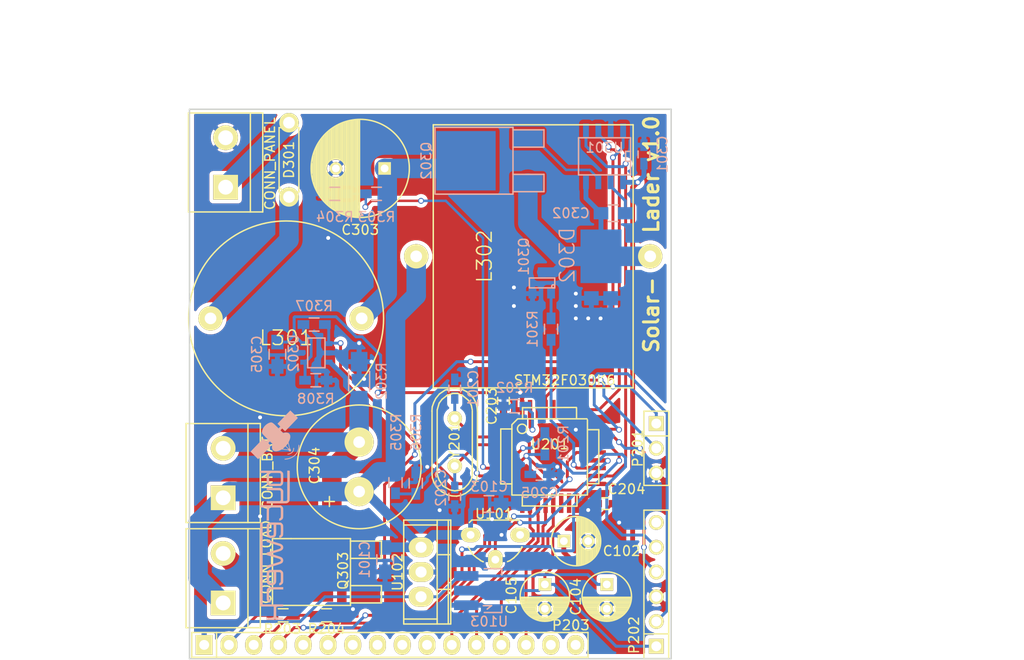
<source format=kicad_pcb>
(kicad_pcb (version 4) (host pcbnew 4.0.2-stable)

  (general
    (links 110)
    (no_connects 0)
    (area 18.720999 15.926999 68.274001 72.465001)
    (thickness 1.6)
    (drawings 9)
    (tracks 474)
    (zones 0)
    (modules 48)
    (nets 52)
  )

  (page A4)
  (layers
    (0 F.Cu signal)
    (31 B.Cu signal)
    (32 B.Adhes user)
    (33 F.Adhes user)
    (34 B.Paste user)
    (35 F.Paste user)
    (36 B.SilkS user)
    (37 F.SilkS user)
    (38 B.Mask user)
    (39 F.Mask user)
    (40 Dwgs.User user)
    (41 Cmts.User user)
    (42 Eco1.User user)
    (43 Eco2.User user)
    (44 Edge.Cuts user)
    (45 Margin user)
    (46 B.CrtYd user)
    (47 F.CrtYd user)
    (48 B.Fab user hide)
    (49 F.Fab user hide)
  )

  (setup
    (last_trace_width 0.3)
    (user_trace_width 0.5)
    (user_trace_width 1)
    (trace_clearance 0.2)
    (zone_clearance 0.4)
    (zone_45_only no)
    (trace_min 0.25)
    (segment_width 0.2)
    (edge_width 0.15)
    (via_size 0.6)
    (via_drill 0.4)
    (via_min_size 0.4)
    (via_min_drill 0.3)
    (uvia_size 0.3)
    (uvia_drill 0.1)
    (uvias_allowed no)
    (uvia_min_size 0.2)
    (uvia_min_drill 0.1)
    (pcb_text_width 0.3)
    (pcb_text_size 1.5 1.5)
    (mod_edge_width 0.15)
    (mod_text_size 1 1)
    (mod_text_width 0.15)
    (pad_size 2 2)
    (pad_drill 1.2)
    (pad_to_mask_clearance 0.2)
    (aux_axis_origin 0 0)
    (visible_elements FFFFFF7F)
    (pcbplotparams
      (layerselection 0x010f0_80000001)
      (usegerberextensions false)
      (excludeedgelayer true)
      (linewidth 0.100000)
      (plotframeref false)
      (viasonmask false)
      (mode 1)
      (useauxorigin false)
      (hpglpennumber 1)
      (hpglpenspeed 20)
      (hpglpendiameter 15)
      (hpglpenoverlay 2)
      (psnegative false)
      (psa4output false)
      (plotreference true)
      (plotvalue true)
      (plotinvisibletext false)
      (padsonsilk false)
      (subtractmaskfromsilk false)
      (outputformat 1)
      (mirror false)
      (drillshape 0)
      (scaleselection 1)
      (outputdirectory fab/))
  )

  (net 0 "")
  (net 1 +BATT)
  (net 2 GND)
  (net 3 +12V)
  (net 4 +5V)
  (net 5 +3V3)
  (net 6 "Net-(C201-Pad1)")
  (net 7 "Net-(C202-Pad1)")
  (net 8 "Net-(C302-Pad1)")
  (net 9 "Net-(C302-Pad2)")
  (net 10 "/Power Converter/VInDirect")
  (net 11 "/Power Converter/Bat-")
  (net 12 "Net-(D301-Pad1)")
  (net 13 "/Power Converter/Vpanel")
  (net 14 "/Power Converter/Load-")
  (net 15 /Mikrocontroller/UART_TX)
  (net 16 /Mikrocontroller/UART_RX)
  (net 17 /Mikrocontroller/SWCLK)
  (net 18 /Mikrocontroller/SWDIO)
  (net 19 /Mikrocontroller/RST_N)
  (net 20 "Net-(P202-Pad6)")
  (net 21 /Mikrocontroller/DISP_CONTRAST)
  (net 22 /Mikrocontroller/DISP_RS)
  (net 23 /Mikrocontroller/DISP_RW)
  (net 24 /Mikrocontroller/DISP_E)
  (net 25 "Net-(P203-Pad7)")
  (net 26 "Net-(P203-Pad8)")
  (net 27 "Net-(P203-Pad9)")
  (net 28 "Net-(P203-Pad10)")
  (net 29 /Mikrocontroller/DISP_D0)
  (net 30 /Mikrocontroller/DISP_D1)
  (net 31 /Mikrocontroller/DISP_D2)
  (net 32 /Mikrocontroller/DISP_D3)
  (net 33 "Net-(P203-Pad15)")
  (net 34 "Net-(P203-Pad16)")
  (net 35 "Net-(Q301-Pad1)")
  (net 36 "Net-(Q302-Pad1)")
  (net 37 "/Power Converter/LoadDrive")
  (net 38 "Net-(R202-Pad1)")
  (net 39 /Mikrocontroller/BootstrapPulse)
  (net 40 /Mikrocontroller/VInSense)
  (net 41 /Mikrocontroller/VOutSense)
  (net 42 /Mikrocontroller/CurrentSense)
  (net 43 "Net-(R307-Pad2)")
  (net 44 /Mikrocontroller/SW_on)
  (net 45 "Net-(U201-Pad28)")
  (net 46 "Net-(U201-Pad27)")
  (net 47 "Net-(U201-Pad26)")
  (net 48 /Mikrocontroller/LOAD_on)
  (net 49 "Net-(U201-Pad9)")
  (net 50 "Net-(U201-Pad14)")
  (net 51 "Net-(U201-Pad15)")

  (net_class Default "This is the default net class."
    (clearance 0.2)
    (trace_width 0.3)
    (via_dia 0.6)
    (via_drill 0.4)
    (uvia_dia 0.3)
    (uvia_drill 0.1)
    (add_net +12V)
    (add_net +3V3)
    (add_net +5V)
    (add_net /Mikrocontroller/BootstrapPulse)
    (add_net /Mikrocontroller/CurrentSense)
    (add_net /Mikrocontroller/DISP_CONTRAST)
    (add_net /Mikrocontroller/DISP_D0)
    (add_net /Mikrocontroller/DISP_D1)
    (add_net /Mikrocontroller/DISP_D2)
    (add_net /Mikrocontroller/DISP_D3)
    (add_net /Mikrocontroller/DISP_E)
    (add_net /Mikrocontroller/DISP_RS)
    (add_net /Mikrocontroller/DISP_RW)
    (add_net /Mikrocontroller/LOAD_on)
    (add_net /Mikrocontroller/RST_N)
    (add_net /Mikrocontroller/SWCLK)
    (add_net /Mikrocontroller/SWDIO)
    (add_net /Mikrocontroller/SW_on)
    (add_net /Mikrocontroller/UART_RX)
    (add_net /Mikrocontroller/UART_TX)
    (add_net /Mikrocontroller/VInSense)
    (add_net /Mikrocontroller/VOutSense)
    (add_net "/Power Converter/LoadDrive")
    (add_net GND)
    (add_net "Net-(C201-Pad1)")
    (add_net "Net-(C202-Pad1)")
    (add_net "Net-(C302-Pad1)")
    (add_net "Net-(P202-Pad6)")
    (add_net "Net-(P203-Pad10)")
    (add_net "Net-(P203-Pad15)")
    (add_net "Net-(P203-Pad16)")
    (add_net "Net-(P203-Pad7)")
    (add_net "Net-(P203-Pad8)")
    (add_net "Net-(P203-Pad9)")
    (add_net "Net-(Q301-Pad1)")
    (add_net "Net-(Q302-Pad1)")
    (add_net "Net-(R202-Pad1)")
    (add_net "Net-(R307-Pad2)")
    (add_net "Net-(U201-Pad14)")
    (add_net "Net-(U201-Pad15)")
    (add_net "Net-(U201-Pad26)")
    (add_net "Net-(U201-Pad27)")
    (add_net "Net-(U201-Pad28)")
    (add_net "Net-(U201-Pad9)")
  )

  (net_class Power ""
    (clearance 0.3)
    (trace_width 2)
    (via_dia 1)
    (via_drill 0.6)
    (uvia_dia 0.3)
    (uvia_drill 0.1)
    (add_net +BATT)
    (add_net "/Power Converter/Bat-")
    (add_net "/Power Converter/Load-")
    (add_net "/Power Converter/VInDirect")
    (add_net "/Power Converter/Vpanel")
    (add_net "Net-(C302-Pad2)")
    (add_net "Net-(D301-Pad1)")
  )

  (module Capacitors_SMD:C_0805_HandSoldering (layer B.Cu) (tedit 57743424) (tstamp 576C3E1E)
    (at 38.862 62.23 270)
    (descr "Capacitor SMD 0805, hand soldering")
    (tags "capacitor 0805")
    (path /575C889D)
    (attr smd)
    (fp_text reference C101 (at 0 2.1 270) (layer B.SilkS)
      (effects (font (size 1 1) (thickness 0.15)) (justify mirror))
    )
    (fp_text value 10u (at 0 -2.1 270) (layer B.SilkS) hide
      (effects (font (size 1 1) (thickness 0.15)) (justify mirror))
    )
    (fp_line (start -2.3 1) (end 2.3 1) (layer B.CrtYd) (width 0.05))
    (fp_line (start -2.3 -1) (end 2.3 -1) (layer B.CrtYd) (width 0.05))
    (fp_line (start -2.3 1) (end -2.3 -1) (layer B.CrtYd) (width 0.05))
    (fp_line (start 2.3 1) (end 2.3 -1) (layer B.CrtYd) (width 0.05))
    (fp_line (start 0.5 0.85) (end -0.5 0.85) (layer B.SilkS) (width 0.15))
    (fp_line (start -0.5 -0.85) (end 0.5 -0.85) (layer B.SilkS) (width 0.15))
    (pad 1 smd rect (at -1.25 0 270) (size 1.5 1.25) (layers B.Cu B.Paste B.Mask)
      (net 1 +BATT))
    (pad 2 smd rect (at 1.25 0 270) (size 1.5 1.25) (layers B.Cu B.Paste B.Mask)
      (net 2 GND))
    (model Capacitors_SMD/C_0805_HandSoldering.wrl
      (at (xyz 0 0 0))
      (scale (xyz 1 1 1))
      (rotate (xyz 0 0 0))
    )
  )

  (module Capacitors_SMD:C_0805_HandSoldering (layer B.Cu) (tedit 5774341A) (tstamp 576C3E2A)
    (at 49.51 56.515)
    (descr "Capacitor SMD 0805, hand soldering")
    (tags "capacitor 0805")
    (path /5761FA3A)
    (attr smd)
    (fp_text reference C103 (at 0.02 -1.778) (layer B.SilkS)
      (effects (font (size 1 1) (thickness 0.15)) (justify mirror))
    )
    (fp_text value 10u (at 0 -2.1) (layer B.SilkS) hide
      (effects (font (size 1 1) (thickness 0.15)) (justify mirror))
    )
    (fp_line (start -2.3 1) (end 2.3 1) (layer B.CrtYd) (width 0.05))
    (fp_line (start -2.3 -1) (end 2.3 -1) (layer B.CrtYd) (width 0.05))
    (fp_line (start -2.3 1) (end -2.3 -1) (layer B.CrtYd) (width 0.05))
    (fp_line (start 2.3 1) (end 2.3 -1) (layer B.CrtYd) (width 0.05))
    (fp_line (start 0.5 0.85) (end -0.5 0.85) (layer B.SilkS) (width 0.15))
    (fp_line (start -0.5 -0.85) (end 0.5 -0.85) (layer B.SilkS) (width 0.15))
    (pad 1 smd rect (at -1.25 0) (size 1.5 1.25) (layers B.Cu B.Paste B.Mask)
      (net 1 +BATT))
    (pad 2 smd rect (at 1.25 0) (size 1.5 1.25) (layers B.Cu B.Paste B.Mask)
      (net 2 GND))
    (model Capacitors_SMD/C_0805_HandSoldering.wrl
      (at (xyz 0 0 0))
      (scale (xyz 1 1 1))
      (rotate (xyz 0 0 0))
    )
  )

  (module Capacitors_SMD:C_0603_HandSoldering (layer B.Cu) (tedit 577433F6) (tstamp 576C3E3C)
    (at 46 44.68 90)
    (descr "Capacitor SMD 0603, hand soldering")
    (tags "capacitor 0603")
    (path /5761A543/5761C5EC)
    (attr smd)
    (fp_text reference C201 (at 0 1.9 90) (layer B.SilkS)
      (effects (font (size 1 1) (thickness 0.15)) (justify mirror))
    )
    (fp_text value 22pF (at 0 -1.9 90) (layer B.SilkS) hide
      (effects (font (size 1 1) (thickness 0.15)) (justify mirror))
    )
    (fp_line (start -1.85 0.75) (end 1.85 0.75) (layer B.CrtYd) (width 0.05))
    (fp_line (start -1.85 -0.75) (end 1.85 -0.75) (layer B.CrtYd) (width 0.05))
    (fp_line (start -1.85 0.75) (end -1.85 -0.75) (layer B.CrtYd) (width 0.05))
    (fp_line (start 1.85 0.75) (end 1.85 -0.75) (layer B.CrtYd) (width 0.05))
    (fp_line (start -0.35 0.6) (end 0.35 0.6) (layer B.SilkS) (width 0.15))
    (fp_line (start 0.35 -0.6) (end -0.35 -0.6) (layer B.SilkS) (width 0.15))
    (pad 1 smd rect (at -0.95 0 90) (size 1.2 0.75) (layers B.Cu B.Paste B.Mask)
      (net 6 "Net-(C201-Pad1)"))
    (pad 2 smd rect (at 0.95 0 90) (size 1.2 0.75) (layers B.Cu B.Paste B.Mask)
      (net 2 GND))
    (model Capacitors_SMD/C_0603_HandSoldering.wrl
      (at (xyz 0 0 0))
      (scale (xyz 1 1 1))
      (rotate (xyz 0 0 0))
    )
  )

  (module Capacitors_SMD:C_0603_HandSoldering (layer B.Cu) (tedit 5774341F) (tstamp 576C3E42)
    (at 46 55.78 270)
    (descr "Capacitor SMD 0603, hand soldering")
    (tags "capacitor 0603")
    (path /5761A543/5761C689)
    (attr smd)
    (fp_text reference C202 (at -0.916 1.423 270) (layer B.SilkS)
      (effects (font (size 1 1) (thickness 0.15)) (justify mirror))
    )
    (fp_text value 22pF (at 0 -1.9 270) (layer B.SilkS) hide
      (effects (font (size 1 1) (thickness 0.15)) (justify mirror))
    )
    (fp_line (start -1.85 0.75) (end 1.85 0.75) (layer B.CrtYd) (width 0.05))
    (fp_line (start -1.85 -0.75) (end 1.85 -0.75) (layer B.CrtYd) (width 0.05))
    (fp_line (start -1.85 0.75) (end -1.85 -0.75) (layer B.CrtYd) (width 0.05))
    (fp_line (start 1.85 0.75) (end 1.85 -0.75) (layer B.CrtYd) (width 0.05))
    (fp_line (start -0.35 0.6) (end 0.35 0.6) (layer B.SilkS) (width 0.15))
    (fp_line (start 0.35 -0.6) (end -0.35 -0.6) (layer B.SilkS) (width 0.15))
    (pad 1 smd rect (at -0.95 0 270) (size 1.2 0.75) (layers B.Cu B.Paste B.Mask)
      (net 7 "Net-(C202-Pad1)"))
    (pad 2 smd rect (at 0.95 0 270) (size 1.2 0.75) (layers B.Cu B.Paste B.Mask)
      (net 2 GND))
    (model Capacitors_SMD/C_0603_HandSoldering.wrl
      (at (xyz 0 0 0))
      (scale (xyz 1 1 1))
      (rotate (xyz 0 0 0))
    )
  )

  (module Capacitors_SMD:C_0603_HandSoldering (layer F.Cu) (tedit 577432F4) (tstamp 576C3E48)
    (at 51 45.93 90)
    (descr "Capacitor SMD 0603, hand soldering")
    (tags "capacitor 0603")
    (path /5761A543/5761AD6C)
    (attr smd)
    (fp_text reference C203 (at -0.552 -1.216 90) (layer F.SilkS)
      (effects (font (size 1 1) (thickness 0.15)))
    )
    (fp_text value 100nF (at 3.385 -0.2 90) (layer F.SilkS) hide
      (effects (font (size 1 1) (thickness 0.15)))
    )
    (fp_line (start -1.85 -0.75) (end 1.85 -0.75) (layer F.CrtYd) (width 0.05))
    (fp_line (start -1.85 0.75) (end 1.85 0.75) (layer F.CrtYd) (width 0.05))
    (fp_line (start -1.85 -0.75) (end -1.85 0.75) (layer F.CrtYd) (width 0.05))
    (fp_line (start 1.85 -0.75) (end 1.85 0.75) (layer F.CrtYd) (width 0.05))
    (fp_line (start -0.35 -0.6) (end 0.35 -0.6) (layer F.SilkS) (width 0.15))
    (fp_line (start 0.35 0.6) (end -0.35 0.6) (layer F.SilkS) (width 0.15))
    (pad 1 smd rect (at -0.95 0 90) (size 1.2 0.75) (layers F.Cu F.Paste F.Mask)
      (net 5 +3V3))
    (pad 2 smd rect (at 0.95 0 90) (size 1.2 0.75) (layers F.Cu F.Paste F.Mask)
      (net 2 GND))
    (model Capacitors_SMD/C_0603_HandSoldering.wrl
      (at (xyz 0 0 0))
      (scale (xyz 1 1 1))
      (rotate (xyz 0 0 0))
    )
  )

  (module Capacitors_SMD:C_0603_HandSoldering (layer F.Cu) (tedit 57743344) (tstamp 576C3E4E)
    (at 61.45 56.48 180)
    (descr "Capacitor SMD 0603, hand soldering")
    (tags "capacitor 0603")
    (path /5761A543/5761ADD1)
    (attr smd)
    (fp_text reference C204 (at -2.177 1.489 180) (layer F.SilkS)
      (effects (font (size 1 1) (thickness 0.15)))
    )
    (fp_text value 100nF (at 0 1.9 180) (layer F.SilkS) hide
      (effects (font (size 1 1) (thickness 0.15)))
    )
    (fp_line (start -1.85 -0.75) (end 1.85 -0.75) (layer F.CrtYd) (width 0.05))
    (fp_line (start -1.85 0.75) (end 1.85 0.75) (layer F.CrtYd) (width 0.05))
    (fp_line (start -1.85 -0.75) (end -1.85 0.75) (layer F.CrtYd) (width 0.05))
    (fp_line (start 1.85 -0.75) (end 1.85 0.75) (layer F.CrtYd) (width 0.05))
    (fp_line (start -0.35 -0.6) (end 0.35 -0.6) (layer F.SilkS) (width 0.15))
    (fp_line (start 0.35 0.6) (end -0.35 0.6) (layer F.SilkS) (width 0.15))
    (pad 1 smd rect (at -0.95 0 180) (size 1.2 0.75) (layers F.Cu F.Paste F.Mask)
      (net 5 +3V3))
    (pad 2 smd rect (at 0.95 0 180) (size 1.2 0.75) (layers F.Cu F.Paste F.Mask)
      (net 2 GND))
    (model Capacitors_SMD/C_0603_HandSoldering.wrl
      (at (xyz 0 0 0))
      (scale (xyz 1 1 1))
      (rotate (xyz 0 0 0))
    )
  )

  (module Capacitors_SMD:C_0603_HandSoldering (layer B.Cu) (tedit 57743416) (tstamp 576C3E54)
    (at 54.7 53.48)
    (descr "Capacitor SMD 0603, hand soldering")
    (tags "capacitor 0603")
    (path /5761A543/5761ADF4)
    (attr smd)
    (fp_text reference C205 (at 0 1.9) (layer B.SilkS)
      (effects (font (size 1 1) (thickness 0.15)) (justify mirror))
    )
    (fp_text value 100nF (at 0 -1.9) (layer B.SilkS) hide
      (effects (font (size 1 1) (thickness 0.15)) (justify mirror))
    )
    (fp_line (start -1.85 0.75) (end 1.85 0.75) (layer B.CrtYd) (width 0.05))
    (fp_line (start -1.85 -0.75) (end 1.85 -0.75) (layer B.CrtYd) (width 0.05))
    (fp_line (start -1.85 0.75) (end -1.85 -0.75) (layer B.CrtYd) (width 0.05))
    (fp_line (start 1.85 0.75) (end 1.85 -0.75) (layer B.CrtYd) (width 0.05))
    (fp_line (start -0.35 0.6) (end 0.35 0.6) (layer B.SilkS) (width 0.15))
    (fp_line (start 0.35 -0.6) (end -0.35 -0.6) (layer B.SilkS) (width 0.15))
    (pad 1 smd rect (at -0.95 0) (size 1.2 0.75) (layers B.Cu B.Paste B.Mask)
      (net 5 +3V3))
    (pad 2 smd rect (at 0.95 0) (size 1.2 0.75) (layers B.Cu B.Paste B.Mask)
      (net 2 GND))
    (model Capacitors_SMD/C_0603_HandSoldering.wrl
      (at (xyz 0 0 0))
      (scale (xyz 1 1 1))
      (rotate (xyz 0 0 0))
    )
  )

  (module Capacitors_SMD:C_0603_HandSoldering (layer B.Cu) (tedit 577433D8) (tstamp 576C3E5A)
    (at 65.405 20.635 90)
    (descr "Capacitor SMD 0603, hand soldering")
    (tags "capacitor 0603")
    (path /575B1260/575B423F)
    (attr smd)
    (fp_text reference C301 (at 0 1.9 90) (layer B.SilkS)
      (effects (font (size 1 1) (thickness 0.15)) (justify mirror))
    )
    (fp_text value 100nF (at 0 -1.9 90) (layer B.SilkS) hide
      (effects (font (size 1 1) (thickness 0.15)) (justify mirror))
    )
    (fp_line (start -1.85 0.75) (end 1.85 0.75) (layer B.CrtYd) (width 0.05))
    (fp_line (start -1.85 -0.75) (end 1.85 -0.75) (layer B.CrtYd) (width 0.05))
    (fp_line (start -1.85 0.75) (end -1.85 -0.75) (layer B.CrtYd) (width 0.05))
    (fp_line (start 1.85 0.75) (end 1.85 -0.75) (layer B.CrtYd) (width 0.05))
    (fp_line (start -0.35 0.6) (end 0.35 0.6) (layer B.SilkS) (width 0.15))
    (fp_line (start 0.35 -0.6) (end -0.35 -0.6) (layer B.SilkS) (width 0.15))
    (pad 1 smd rect (at -0.95 0 90) (size 1.2 0.75) (layers B.Cu B.Paste B.Mask)
      (net 3 +12V))
    (pad 2 smd rect (at 0.95 0 90) (size 1.2 0.75) (layers B.Cu B.Paste B.Mask)
      (net 2 GND))
    (model Capacitors_SMD/C_0603_HandSoldering.wrl
      (at (xyz 0 0 0))
      (scale (xyz 1 1 1))
      (rotate (xyz 0 0 0))
    )
  )

  (module Capacitors_SMD:C_0805_HandSoldering (layer B.Cu) (tedit 577433CB) (tstamp 576C3E60)
    (at 62.25 26.67 180)
    (descr "Capacitor SMD 0805, hand soldering")
    (tags "capacitor 0805")
    (path /575B1260/575B40E6)
    (attr smd)
    (fp_text reference C302 (at 4.338 0 180) (layer B.SilkS)
      (effects (font (size 1 1) (thickness 0.15)) (justify mirror))
    )
    (fp_text value 22uF (at 0 -2.1 180) (layer B.SilkS) hide
      (effects (font (size 1 1) (thickness 0.15)) (justify mirror))
    )
    (fp_line (start -2.3 1) (end 2.3 1) (layer B.CrtYd) (width 0.05))
    (fp_line (start -2.3 -1) (end 2.3 -1) (layer B.CrtYd) (width 0.05))
    (fp_line (start -2.3 1) (end -2.3 -1) (layer B.CrtYd) (width 0.05))
    (fp_line (start 2.3 1) (end 2.3 -1) (layer B.CrtYd) (width 0.05))
    (fp_line (start 0.5 0.85) (end -0.5 0.85) (layer B.SilkS) (width 0.15))
    (fp_line (start -0.5 -0.85) (end 0.5 -0.85) (layer B.SilkS) (width 0.15))
    (pad 1 smd rect (at -1.25 0 180) (size 1.5 1.25) (layers B.Cu B.Paste B.Mask)
      (net 8 "Net-(C302-Pad1)"))
    (pad 2 smd rect (at 1.25 0 180) (size 1.5 1.25) (layers B.Cu B.Paste B.Mask)
      (net 9 "Net-(C302-Pad2)"))
    (model Capacitors_SMD/C_0805_HandSoldering.wrl
      (at (xyz 0 0 0))
      (scale (xyz 1 1 1))
      (rotate (xyz 0 0 0))
    )
  )

  (module Capacitors_Elko_ThroughHole:Elko_vert_25x12.5mm_RM5 (layer F.Cu) (tedit 577432FE) (tstamp 576C3E6C)
    (at 36.195 55.245 90)
    (descr "Electrolytic Capacitor, vertical, diameter 12,5mm, RM 5mm")
    (tags "Electrolytic Capacitor, vertical, diameter 12,5mm, RM 5mm, Elko, Electrolytkondensator, Kondensator gepolt, Durchmesser 12,5mm")
    (path /575B1260/575B159B)
    (fp_text reference C304 (at 2.667 -4.572 90) (layer F.SilkS)
      (effects (font (size 1 1) (thickness 0.15)))
    )
    (fp_text value 470uF (at 2.54 7.62 90) (layer F.SilkS) hide
      (effects (font (size 1 1) (thickness 0.15)))
    )
    (fp_line (start -1.016 -3.556) (end -1.016 -2.54) (layer F.SilkS) (width 0.15))
    (fp_line (start -1.524 -3.048) (end -0.508 -3.048) (layer F.SilkS) (width 0.15))
    (fp_line (start -1.016 -3.556) (end -1.016 -2.54) (layer F.Cu) (width 0.15))
    (fp_line (start -1.524 -3.048) (end -0.508 -3.048) (layer F.Cu) (width 0.15))
    (fp_circle (center 2.54 0) (end 8.89 0) (layer F.SilkS) (width 0.15))
    (pad 2 thru_hole circle (at 5.08 0 90) (size 2.99974 2.99974) (drill 1.19888) (layers *.Cu *.Mask F.SilkS)
      (net 11 "/Power Converter/Bat-"))
    (pad 1 thru_hole circle (at 0 0 90) (size 2.99974 2.99974) (drill 1.19888) (layers *.Cu *.Mask F.SilkS)
      (net 1 +BATT))
    (model Capacitors_Elko_ThroughHole/Elko_vert_25x12.5mm_RM5.wrl
      (at (xyz 0 0 0))
      (scale (xyz 1 1 1))
      (rotate (xyz 0 0 0))
    )
  )

  (module TO-SMD:TO-277 (layer B.Cu) (tedit 576C373F) (tstamp 576C3E79)
    (at 61 32.494594 90)
    (path /575B1260/576C4566)
    (fp_text reference D302 (at 1.506594 -3.469 90) (layer B.SilkS)
      (effects (font (size 1.5 1.5) (thickness 0.15)) (justify mirror))
    )
    (fp_text value SCH-TO-277 (at 0 3.81 90) (layer B.Fab)
      (effects (font (size 1.5 1.5) (thickness 0.15)) (justify mirror))
    )
    (pad 3 smd rect (at 1.4 0 90) (size 5.5 4.2) (layers B.Cu B.Paste B.Mask)
      (net 9 "Net-(C302-Pad2)"))
    (pad 1 smd rect (at -2.9 -0.985 90) (size 1.45 1.5) (layers B.Cu B.Paste B.Mask)
      (net 2 GND))
    (pad 2 smd rect (at -2.9 0.985 90) (size 1.45 1.5) (layers B.Cu B.Paste B.Mask)
      (net 2 GND))
  )

  (module PowerInductors:LPV2023-101KL (layer F.Cu) (tedit 576C3AC7) (tstamp 576C3E7F)
    (at 28.705 37.465)
    (path /575B1260/575B1760)
    (fp_text reference L301 (at 0 2) (layer F.SilkS)
      (effects (font (size 1.5 1.5) (thickness 0.15)))
    )
    (fp_text value 100uH (at 0 -3) (layer F.Fab)
      (effects (font (size 1.5 1.5) (thickness 0.15)))
    )
    (fp_circle (center 0 0) (end 10 0) (layer F.SilkS) (width 0.15))
    (pad 1 thru_hole circle (at 7.75 0) (size 2.5 2.5) (drill 1.2) (layers *.Cu *.Mask F.SilkS)
      (net 10 "/Power Converter/VInDirect"))
    (pad 2 thru_hole circle (at -7.75 0) (size 2.5 2.5) (drill 1.2) (layers *.Cu *.Mask F.SilkS)
      (net 12 "Net-(D301-Pad1)"))
  )

  (module PowerInductors:CustomCore_27x20.5mm (layer F.Cu) (tedit 576C3CF2) (tstamp 576C3E85)
    (at 54.048306 31.094594 90)
    (path /575B1260/575B1308)
    (fp_text reference L302 (at 0 -5 90) (layer F.SilkS)
      (effects (font (size 1.5 1.5) (thickness 0.15)))
    )
    (fp_text value 1mH (at 0 5 90) (layer F.Fab)
      (effects (font (size 1.5 1.5) (thickness 0.15)))
    )
    (fp_line (start -13.5 -10.25) (end -13.5 10.25) (layer F.SilkS) (width 0.15))
    (fp_line (start 13.5 -10.25) (end -13.5 -10.25) (layer F.SilkS) (width 0.15))
    (fp_line (start 13.5 10.25) (end 13.5 -10.25) (layer F.SilkS) (width 0.15))
    (fp_line (start -13.5 10.25) (end 13.5 10.25) (layer F.SilkS) (width 0.15))
    (pad 1 thru_hole circle (at 0 -12 90) (size 2.5 2.5) (drill 1.2) (layers *.Cu *.Mask F.SilkS)
      (net 1 +BATT))
    (pad 2 thru_hole circle (at 0 12 90) (size 2.5 2.5) (drill 1.2) (layers *.Cu *.Mask F.SilkS)
      (net 9 "Net-(C302-Pad2)"))
  )

  (module Connect:bornier2 (layer F.Cu) (tedit 57743221) (tstamp 576C3E8B)
    (at 22.5 21.46 90)
    (descr "Bornier d'alimentation 2 pins")
    (tags DEV)
    (path /5761A72F)
    (fp_text reference P101 (at 0 -5.08 90) (layer F.SilkS) hide
      (effects (font (size 1 1) (thickness 0.15)))
    )
    (fp_text value CONN_PANEL (at -0.13 4.551 90) (layer F.SilkS)
      (effects (font (size 1 1) (thickness 0.15)))
    )
    (fp_line (start 5.08 2.54) (end -5.08 2.54) (layer F.SilkS) (width 0.15))
    (fp_line (start 5.08 3.81) (end 5.08 -3.81) (layer F.SilkS) (width 0.15))
    (fp_line (start 5.08 -3.81) (end -5.08 -3.81) (layer F.SilkS) (width 0.15))
    (fp_line (start -5.08 -3.81) (end -5.08 3.81) (layer F.SilkS) (width 0.15))
    (fp_line (start -5.08 3.81) (end 5.08 3.81) (layer F.SilkS) (width 0.15))
    (pad 1 thru_hole rect (at -2.54 0 90) (size 2.54 2.54) (drill 1.524) (layers *.Cu *.Mask F.SilkS)
      (net 13 "/Power Converter/Vpanel"))
    (pad 2 thru_hole circle (at 2.54 0 90) (size 2.54 2.54) (drill 1.524) (layers *.Cu *.Mask F.SilkS)
      (net 2 GND))
    (model Connect/bornier2.wrl
      (at (xyz 0 0 0))
      (scale (xyz 1 1 1))
      (rotate (xyz 0 0 0))
    )
  )

  (module Connect:bornier2 (layer F.Cu) (tedit 57743230) (tstamp 576C3E91)
    (at 22.25 53.34 90)
    (descr "Bornier d'alimentation 2 pins")
    (tags DEV)
    (path /575C825E)
    (fp_text reference P102 (at 0 -5.08 90) (layer F.SilkS) hide
      (effects (font (size 1 1) (thickness 0.15)))
    )
    (fp_text value CONN_BAT (at 0 4.547 90) (layer F.SilkS)
      (effects (font (size 1 1) (thickness 0.15)))
    )
    (fp_line (start 5.08 2.54) (end -5.08 2.54) (layer F.SilkS) (width 0.15))
    (fp_line (start 5.08 3.81) (end 5.08 -3.81) (layer F.SilkS) (width 0.15))
    (fp_line (start 5.08 -3.81) (end -5.08 -3.81) (layer F.SilkS) (width 0.15))
    (fp_line (start -5.08 -3.81) (end -5.08 3.81) (layer F.SilkS) (width 0.15))
    (fp_line (start -5.08 3.81) (end 5.08 3.81) (layer F.SilkS) (width 0.15))
    (pad 1 thru_hole rect (at -2.54 0 90) (size 2.54 2.54) (drill 1.524) (layers *.Cu *.Mask F.SilkS)
      (net 1 +BATT))
    (pad 2 thru_hole circle (at 2.54 0 90) (size 2.54 2.54) (drill 1.524) (layers *.Cu *.Mask F.SilkS)
      (net 11 "/Power Converter/Bat-"))
    (model Connect/bornier2.wrl
      (at (xyz 0 0 0))
      (scale (xyz 1 1 1))
      (rotate (xyz 0 0 0))
    )
  )

  (module Connect:bornier2 (layer F.Cu) (tedit 57743234) (tstamp 576C3E97)
    (at 22.25 64.135 90)
    (descr "Bornier d'alimentation 2 pins")
    (tags DEV)
    (path /5769D6B5)
    (fp_text reference P103 (at 0 -5.08 90) (layer F.SilkS) hide
      (effects (font (size 1 1) (thickness 0.15)))
    )
    (fp_text value CONN_LOAD (at 1.651 4.42 90) (layer F.SilkS)
      (effects (font (size 1 1) (thickness 0.15)))
    )
    (fp_line (start 5.08 2.54) (end -5.08 2.54) (layer F.SilkS) (width 0.15))
    (fp_line (start 5.08 3.81) (end 5.08 -3.81) (layer F.SilkS) (width 0.15))
    (fp_line (start 5.08 -3.81) (end -5.08 -3.81) (layer F.SilkS) (width 0.15))
    (fp_line (start -5.08 -3.81) (end -5.08 3.81) (layer F.SilkS) (width 0.15))
    (fp_line (start -5.08 3.81) (end 5.08 3.81) (layer F.SilkS) (width 0.15))
    (pad 1 thru_hole rect (at -2.54 0 90) (size 2.54 2.54) (drill 1.524) (layers *.Cu *.Mask F.SilkS)
      (net 1 +BATT))
    (pad 2 thru_hole circle (at 2.54 0 90) (size 2.54 2.54) (drill 1.524) (layers *.Cu *.Mask F.SilkS)
      (net 14 "/Power Converter/Load-"))
    (model Connect/bornier2.wrl
      (at (xyz 0 0 0))
      (scale (xyz 1 1 1))
      (rotate (xyz 0 0 0))
    )
  )

  (module Pin_Arrays:pin_array_1x03 (layer F.Cu) (tedit 0) (tstamp 576C3E9E)
    (at 66.675 50.8 270)
    (descr "Connecteur 3 pins")
    (tags "CONN DEV")
    (path /5761A543/5761CA19)
    (fp_text reference P201 (at 0 1.905 270) (layer F.SilkS)
      (effects (font (size 1 1) (thickness 0.15)))
    )
    (fp_text value CONN_UART (at 0 -2.159 270) (layer F.SilkS) hide
      (effects (font (size 1 1) (thickness 0.15)))
    )
    (fp_line (start -3.81 1.27) (end -3.81 -1.27) (layer F.SilkS) (width 0.15))
    (fp_line (start -3.81 -1.27) (end 3.81 -1.27) (layer F.SilkS) (width 0.15))
    (fp_line (start 3.81 -1.27) (end 3.81 1.27) (layer F.SilkS) (width 0.15))
    (fp_line (start 3.81 1.27) (end -3.81 1.27) (layer F.SilkS) (width 0.15))
    (fp_line (start -1.27 -1.27) (end -1.27 1.27) (layer F.SilkS) (width 0.15))
    (pad 1 thru_hole rect (at -2.54 0 270) (size 1.524 1.524) (drill 1.016) (layers *.Cu *.Mask F.SilkS)
      (net 15 /Mikrocontroller/UART_TX))
    (pad 2 thru_hole circle (at 0 0 270) (size 1.524 1.524) (drill 1.016) (layers *.Cu *.Mask F.SilkS)
      (net 16 /Mikrocontroller/UART_RX))
    (pad 3 thru_hole circle (at 2.54 0 270) (size 1.524 1.524) (drill 1.016) (layers *.Cu *.Mask F.SilkS)
      (net 2 GND))
    (model Pin_Arrays/pin_array_1x03.wrl
      (at (xyz 0 0 0))
      (scale (xyz 1 1 1))
      (rotate (xyz 0 0 0))
    )
  )

  (module Pin_Arrays:pin_array_1x06 (layer F.Cu) (tedit 0) (tstamp 576C3EA8)
    (at 66.675 64.77 90)
    (descr "Connecteur 6 pins")
    (tags "CONN DEV")
    (path /5761A543/5761B5EA)
    (fp_text reference P202 (at -5.207 -2.286 90) (layer F.SilkS)
      (effects (font (size 1 1) (thickness 0.15)))
    )
    (fp_text value CONN_SWD (at 0 2.159 90) (layer F.SilkS) hide
      (effects (font (size 1 1) (thickness 0.15)))
    )
    (fp_line (start -7.62 1.27) (end -7.62 -1.27) (layer F.SilkS) (width 0.15))
    (fp_line (start -7.62 -1.27) (end 7.62 -1.27) (layer F.SilkS) (width 0.15))
    (fp_line (start 7.62 -1.27) (end 7.62 1.27) (layer F.SilkS) (width 0.15))
    (fp_line (start 7.62 1.27) (end -7.62 1.27) (layer F.SilkS) (width 0.15))
    (fp_line (start -5.08 1.27) (end -5.08 -1.27) (layer F.SilkS) (width 0.15))
    (pad 1 thru_hole rect (at -6.35 0 90) (size 1.524 1.524) (drill 1.016) (layers *.Cu *.Mask F.SilkS)
      (net 5 +3V3))
    (pad 2 thru_hole circle (at -3.81 0 90) (size 1.524 1.524) (drill 1.016) (layers *.Cu *.Mask F.SilkS)
      (net 17 /Mikrocontroller/SWCLK))
    (pad 3 thru_hole circle (at -1.27 0 90) (size 1.524 1.524) (drill 1.016) (layers *.Cu *.Mask F.SilkS)
      (net 2 GND))
    (pad 4 thru_hole circle (at 1.27 0 90) (size 1.524 1.524) (drill 1.016) (layers *.Cu *.Mask F.SilkS)
      (net 18 /Mikrocontroller/SWDIO))
    (pad 5 thru_hole circle (at 3.81 0 90) (size 1.524 1.524) (drill 1.016) (layers *.Cu *.Mask F.SilkS)
      (net 19 /Mikrocontroller/RST_N))
    (pad 6 thru_hole circle (at 6.35 0 90) (size 1.524 1.524) (drill 1.016) (layers *.Cu *.Mask F.SilkS)
      (net 20 "Net-(P202-Pad6)"))
    (model Pin_Arrays/pin_array_1x06.wrl
      (at (xyz 0 0 0))
      (scale (xyz 1 1 1))
      (rotate (xyz 0 0 0))
    )
  )

  (module Pin_Headers:Pin_Header_Straight_1x16 (layer F.Cu) (tedit 0) (tstamp 576C3EBC)
    (at 39.35 70.98)
    (descr "Through hole pin header")
    (tags "pin header")
    (path /5761A543/5769C283)
    (fp_text reference P203 (at 18.562 -2.019) (layer F.SilkS)
      (effects (font (size 1 1) (thickness 0.15)))
    )
    (fp_text value CONN_DISP (at 0 0) (layer F.SilkS) hide
      (effects (font (size 1 1) (thickness 0.15)))
    )
    (fp_line (start -17.78 1.27) (end 20.32 1.27) (layer F.SilkS) (width 0.15))
    (fp_line (start 20.32 1.27) (end 20.32 -1.27) (layer F.SilkS) (width 0.15))
    (fp_line (start 20.32 -1.27) (end -17.78 -1.27) (layer F.SilkS) (width 0.15))
    (fp_line (start -20.32 -1.27) (end -17.78 -1.27) (layer F.SilkS) (width 0.15))
    (fp_line (start -17.78 -1.27) (end -17.78 1.27) (layer F.SilkS) (width 0.15))
    (fp_line (start -20.32 -1.27) (end -20.32 1.27) (layer F.SilkS) (width 0.15))
    (fp_line (start -20.32 1.27) (end -17.78 1.27) (layer F.SilkS) (width 0.15))
    (pad 1 thru_hole rect (at -19.05 0) (size 1.7272 2.032) (drill 1.016) (layers *.Cu *.Mask F.SilkS)
      (net 2 GND))
    (pad 2 thru_hole oval (at -16.51 0) (size 1.7272 2.032) (drill 1.016) (layers *.Cu *.Mask F.SilkS)
      (net 4 +5V))
    (pad 3 thru_hole oval (at -13.97 0) (size 1.7272 2.032) (drill 1.016) (layers *.Cu *.Mask F.SilkS)
      (net 21 /Mikrocontroller/DISP_CONTRAST))
    (pad 4 thru_hole oval (at -11.43 0) (size 1.7272 2.032) (drill 1.016) (layers *.Cu *.Mask F.SilkS)
      (net 22 /Mikrocontroller/DISP_RS))
    (pad 5 thru_hole oval (at -8.89 0) (size 1.7272 2.032) (drill 1.016) (layers *.Cu *.Mask F.SilkS)
      (net 23 /Mikrocontroller/DISP_RW))
    (pad 6 thru_hole oval (at -6.35 0) (size 1.7272 2.032) (drill 1.016) (layers *.Cu *.Mask F.SilkS)
      (net 24 /Mikrocontroller/DISP_E))
    (pad 7 thru_hole oval (at -3.81 0) (size 1.7272 2.032) (drill 1.016) (layers *.Cu *.Mask F.SilkS)
      (net 25 "Net-(P203-Pad7)"))
    (pad 8 thru_hole oval (at -1.27 0) (size 1.7272 2.032) (drill 1.016) (layers *.Cu *.Mask F.SilkS)
      (net 26 "Net-(P203-Pad8)"))
    (pad 9 thru_hole oval (at 1.27 0) (size 1.7272 2.032) (drill 1.016) (layers *.Cu *.Mask F.SilkS)
      (net 27 "Net-(P203-Pad9)"))
    (pad 10 thru_hole oval (at 3.81 0) (size 1.7272 2.032) (drill 1.016) (layers *.Cu *.Mask F.SilkS)
      (net 28 "Net-(P203-Pad10)"))
    (pad 11 thru_hole oval (at 6.35 0) (size 1.7272 2.032) (drill 1.016) (layers *.Cu *.Mask F.SilkS)
      (net 29 /Mikrocontroller/DISP_D0))
    (pad 12 thru_hole oval (at 8.89 0) (size 1.7272 2.032) (drill 1.016) (layers *.Cu *.Mask F.SilkS)
      (net 30 /Mikrocontroller/DISP_D1))
    (pad 13 thru_hole oval (at 11.43 0) (size 1.7272 2.032) (drill 1.016) (layers *.Cu *.Mask F.SilkS)
      (net 31 /Mikrocontroller/DISP_D2))
    (pad 14 thru_hole oval (at 13.97 0) (size 1.7272 2.032) (drill 1.016) (layers *.Cu *.Mask F.SilkS)
      (net 32 /Mikrocontroller/DISP_D3))
    (pad 15 thru_hole oval (at 16.51 0) (size 1.7272 2.032) (drill 1.016) (layers *.Cu *.Mask F.SilkS)
      (net 33 "Net-(P203-Pad15)"))
    (pad 16 thru_hole oval (at 19.05 0) (size 1.7272 2.032) (drill 1.016) (layers *.Cu *.Mask F.SilkS)
      (net 34 "Net-(P203-Pad16)"))
    (model Pin_Headers/Pin_Header_Straight_1x16.wrl
      (at (xyz 0 0 0))
      (scale (xyz 1 1 1))
      (rotate (xyz 0 0 0))
    )
  )

  (module SMD_Packages:SOT-23 (layer B.Cu) (tedit 577433FF) (tstamp 576C3EC3)
    (at 54.9275 33.82518 180)
    (tags SOT23)
    (path /575B1260/576AFC6F)
    (fp_text reference Q301 (at 1.8415 2.71018 450) (layer B.SilkS)
      (effects (font (size 1 1) (thickness 0.15)) (justify mirror))
    )
    (fp_text value Q_NPN_BEC (at 0.0635 0 180) (layer B.SilkS) hide
      (effects (font (size 1 1) (thickness 0.15)) (justify mirror))
    )
    (fp_circle (center -1.17602 -0.35052) (end -1.30048 -0.44958) (layer B.SilkS) (width 0.15))
    (fp_line (start 1.27 0.508) (end 1.27 -0.508) (layer B.SilkS) (width 0.15))
    (fp_line (start -1.3335 0.508) (end -1.3335 -0.508) (layer B.SilkS) (width 0.15))
    (fp_line (start 1.27 -0.508) (end -1.3335 -0.508) (layer B.SilkS) (width 0.15))
    (fp_line (start -1.3335 0.508) (end 1.27 0.508) (layer B.SilkS) (width 0.15))
    (pad 3 smd rect (at 0 1.09982 180) (size 0.8001 1.00076) (layers B.Cu B.Paste B.Mask)
      (net 9 "Net-(C302-Pad2)"))
    (pad 2 smd rect (at 0.9525 -1.09982 180) (size 0.8001 1.00076) (layers B.Cu B.Paste B.Mask)
      (net 2 GND))
    (pad 1 smd rect (at -0.9525 -1.09982 180) (size 0.8001 1.00076) (layers B.Cu B.Paste B.Mask)
      (net 35 "Net-(Q301-Pad1)"))
    (model SMD_Packages/SOT-23.wrl
      (at (xyz 0 0 0))
      (scale (xyz 0.4 0.4 0.4))
      (rotate (xyz 0 0 180))
    )
  )

  (module SMD_Packages:DPAK-2 (layer B.Cu) (tedit 577433BD) (tstamp 576C3ECA)
    (at 53.5 21.286 270)
    (descr "MOS boitier DPACK G-D-S")
    (tags "CMD DPACK")
    (path /575B1260/575B16B6)
    (attr smd)
    (fp_text reference Q302 (at 0 10.414 270) (layer B.SilkS)
      (effects (font (size 1 1) (thickness 0.15)) (justify mirror))
    )
    (fp_text value Q_NMOS_GDS (at 0 2.413 270) (layer B.SilkS) hide
      (effects (font (size 1 1) (thickness 0.15)) (justify mirror))
    )
    (fp_line (start 1.397 1.524) (end 1.397 -1.651) (layer B.SilkS) (width 0.15))
    (fp_line (start 1.397 -1.651) (end 3.175 -1.651) (layer B.SilkS) (width 0.15))
    (fp_line (start 3.175 -1.651) (end 3.175 1.524) (layer B.SilkS) (width 0.15))
    (fp_line (start -3.175 1.524) (end -3.175 -1.651) (layer B.SilkS) (width 0.15))
    (fp_line (start -3.175 -1.651) (end -1.397 -1.651) (layer B.SilkS) (width 0.15))
    (fp_line (start -1.397 -1.651) (end -1.397 1.524) (layer B.SilkS) (width 0.15))
    (fp_line (start 3.429 7.62) (end 3.429 1.524) (layer B.SilkS) (width 0.15))
    (fp_line (start 3.429 1.524) (end -3.429 1.524) (layer B.SilkS) (width 0.15))
    (fp_line (start -3.429 1.524) (end -3.429 9.398) (layer B.SilkS) (width 0.15))
    (fp_line (start -3.429 9.525) (end 3.429 9.525) (layer B.SilkS) (width 0.15))
    (fp_line (start 3.429 9.398) (end 3.429 7.62) (layer B.SilkS) (width 0.15))
    (pad 1 smd rect (at -2.286 0 270) (size 1.651 3.048) (layers B.Cu B.Paste B.Mask)
      (net 36 "Net-(Q302-Pad1)"))
    (pad 2 smd rect (at 0 6.35 270) (size 6.096 6.096) (layers B.Cu B.Paste B.Mask)
      (net 10 "/Power Converter/VInDirect"))
    (pad 3 smd rect (at 2.286 0 270) (size 1.651 3.048) (layers B.Cu B.Paste B.Mask)
      (net 9 "Net-(C302-Pad2)"))
    (model SMD_Packages/DPAK-2.wrl
      (at (xyz 0 0 0))
      (scale (xyz 1 1 1))
      (rotate (xyz 0 0 0))
    )
  )

  (module SMD_Packages:DPAK-2 (layer F.Cu) (tedit 5774326C) (tstamp 576C3ED1)
    (at 36.83 63.5 90)
    (descr "MOS boitier DPACK G-D-S")
    (tags "CMD DPACK")
    (path /575B1260/5769CC83)
    (attr smd)
    (fp_text reference Q303 (at 0.127 -2.286 90) (layer F.SilkS)
      (effects (font (size 1 1) (thickness 0.15)))
    )
    (fp_text value Q_NMOS_GDS (at 0 -2.413 90) (layer F.SilkS) hide
      (effects (font (size 1 1) (thickness 0.15)))
    )
    (fp_line (start 1.397 -1.524) (end 1.397 1.651) (layer F.SilkS) (width 0.15))
    (fp_line (start 1.397 1.651) (end 3.175 1.651) (layer F.SilkS) (width 0.15))
    (fp_line (start 3.175 1.651) (end 3.175 -1.524) (layer F.SilkS) (width 0.15))
    (fp_line (start -3.175 -1.524) (end -3.175 1.651) (layer F.SilkS) (width 0.15))
    (fp_line (start -3.175 1.651) (end -1.397 1.651) (layer F.SilkS) (width 0.15))
    (fp_line (start -1.397 1.651) (end -1.397 -1.524) (layer F.SilkS) (width 0.15))
    (fp_line (start 3.429 -7.62) (end 3.429 -1.524) (layer F.SilkS) (width 0.15))
    (fp_line (start 3.429 -1.524) (end -3.429 -1.524) (layer F.SilkS) (width 0.15))
    (fp_line (start -3.429 -1.524) (end -3.429 -9.398) (layer F.SilkS) (width 0.15))
    (fp_line (start -3.429 -9.525) (end 3.429 -9.525) (layer F.SilkS) (width 0.15))
    (fp_line (start 3.429 -9.398) (end 3.429 -7.62) (layer F.SilkS) (width 0.15))
    (pad 1 smd rect (at -2.286 0 90) (size 1.651 3.048) (layers F.Cu F.Paste F.Mask)
      (net 37 "/Power Converter/LoadDrive"))
    (pad 2 smd rect (at 0 -6.35 90) (size 6.096 6.096) (layers F.Cu F.Paste F.Mask)
      (net 14 "/Power Converter/Load-"))
    (pad 3 smd rect (at 2.286 0 90) (size 1.651 3.048) (layers F.Cu F.Paste F.Mask)
      (net 11 "/Power Converter/Bat-"))
    (model SMD_Packages/DPAK-2.wrl
      (at (xyz 0 0 0))
      (scale (xyz 1 1 1))
      (rotate (xyz 0 0 0))
    )
  )

  (module Resistors_SMD:R_0603_HandSoldering (layer B.Cu) (tedit 5774340D) (tstamp 576C3ED7)
    (at 55.245 50.335 90)
    (descr "Resistor SMD 0603, hand soldering")
    (tags "resistor 0603")
    (path /5761A543/5761B9EF)
    (attr smd)
    (fp_text reference R201 (at 0 1.9 90) (layer B.SilkS)
      (effects (font (size 1 1) (thickness 0.15)) (justify mirror))
    )
    (fp_text value 10k (at 0 -1.9 90) (layer B.SilkS) hide
      (effects (font (size 1 1) (thickness 0.15)) (justify mirror))
    )
    (fp_line (start -2 0.8) (end 2 0.8) (layer B.CrtYd) (width 0.05))
    (fp_line (start -2 -0.8) (end 2 -0.8) (layer B.CrtYd) (width 0.05))
    (fp_line (start -2 0.8) (end -2 -0.8) (layer B.CrtYd) (width 0.05))
    (fp_line (start 2 0.8) (end 2 -0.8) (layer B.CrtYd) (width 0.05))
    (fp_line (start 0.5 -0.675) (end -0.5 -0.675) (layer B.SilkS) (width 0.15))
    (fp_line (start -0.5 0.675) (end 0.5 0.675) (layer B.SilkS) (width 0.15))
    (pad 1 smd rect (at -1.1 0 90) (size 1.2 0.9) (layers B.Cu B.Paste B.Mask)
      (net 5 +3V3))
    (pad 2 smd rect (at 1.1 0 90) (size 1.2 0.9) (layers B.Cu B.Paste B.Mask)
      (net 19 /Mikrocontroller/RST_N))
    (model Resistors_SMD/R_0603_HandSoldering.wrl
      (at (xyz 0 0 0))
      (scale (xyz 1 1 1))
      (rotate (xyz 0 0 0))
    )
  )

  (module Resistors_SMD:R_0603_HandSoldering (layer B.Cu) (tedit 57743409) (tstamp 576C3EDD)
    (at 52.15 46.48 180)
    (descr "Resistor SMD 0603, hand soldering")
    (tags "resistor 0603")
    (path /5761A543/5761C479)
    (attr smd)
    (fp_text reference R202 (at 0 1.9 180) (layer B.SilkS)
      (effects (font (size 1 1) (thickness 0.15)) (justify mirror))
    )
    (fp_text value 10k (at 0 -1.9 180) (layer B.SilkS) hide
      (effects (font (size 1 1) (thickness 0.15)) (justify mirror))
    )
    (fp_line (start -2 0.8) (end 2 0.8) (layer B.CrtYd) (width 0.05))
    (fp_line (start -2 -0.8) (end 2 -0.8) (layer B.CrtYd) (width 0.05))
    (fp_line (start -2 0.8) (end -2 -0.8) (layer B.CrtYd) (width 0.05))
    (fp_line (start 2 0.8) (end 2 -0.8) (layer B.CrtYd) (width 0.05))
    (fp_line (start 0.5 -0.675) (end -0.5 -0.675) (layer B.SilkS) (width 0.15))
    (fp_line (start -0.5 0.675) (end 0.5 0.675) (layer B.SilkS) (width 0.15))
    (pad 1 smd rect (at -1.1 0 180) (size 1.2 0.9) (layers B.Cu B.Paste B.Mask)
      (net 38 "Net-(R202-Pad1)"))
    (pad 2 smd rect (at 1.1 0 180) (size 1.2 0.9) (layers B.Cu B.Paste B.Mask)
      (net 2 GND))
    (model Resistors_SMD/R_0603_HandSoldering.wrl
      (at (xyz 0 0 0))
      (scale (xyz 1 1 1))
      (rotate (xyz 0 0 0))
    )
  )

  (module Resistors_SMD:R_0603_HandSoldering (layer F.Cu) (tedit 57743341) (tstamp 576C3EE3)
    (at 28.405 67.945 180)
    (descr "Resistor SMD 0603, hand soldering")
    (tags "resistor 0603")
    (path /5761A543/5769B472)
    (attr smd)
    (fp_text reference R203 (at 0.084 -1.397 180) (layer F.SilkS)
      (effects (font (size 1 1) (thickness 0.15)))
    )
    (fp_text value N.B. (at -0.17 1.524 180) (layer F.SilkS) hide
      (effects (font (size 1 1) (thickness 0.15)))
    )
    (fp_line (start -2 -0.8) (end 2 -0.8) (layer F.CrtYd) (width 0.05))
    (fp_line (start -2 0.8) (end 2 0.8) (layer F.CrtYd) (width 0.05))
    (fp_line (start -2 -0.8) (end -2 0.8) (layer F.CrtYd) (width 0.05))
    (fp_line (start 2 -0.8) (end 2 0.8) (layer F.CrtYd) (width 0.05))
    (fp_line (start 0.5 0.675) (end -0.5 0.675) (layer F.SilkS) (width 0.15))
    (fp_line (start -0.5 -0.675) (end 0.5 -0.675) (layer F.SilkS) (width 0.15))
    (pad 1 smd rect (at -1.1 0 180) (size 1.2 0.9) (layers F.Cu F.Paste F.Mask)
      (net 21 /Mikrocontroller/DISP_CONTRAST))
    (pad 2 smd rect (at 1.1 0 180) (size 1.2 0.9) (layers F.Cu F.Paste F.Mask)
      (net 4 +5V))
    (model Resistors_SMD/R_0603_HandSoldering.wrl
      (at (xyz 0 0 0))
      (scale (xyz 1 1 1))
      (rotate (xyz 0 0 0))
    )
  )

  (module Resistors_SMD:R_0603_HandSoldering (layer F.Cu) (tedit 57743335) (tstamp 576C3EE9)
    (at 32.85 67.945 180)
    (descr "Resistor SMD 0603, hand soldering")
    (tags "resistor 0603")
    (path /5761A543/5769B5EC)
    (attr smd)
    (fp_text reference R204 (at 0 -1.397 180) (layer F.SilkS)
      (effects (font (size 1 1) (thickness 0.15)))
    )
    (fp_text value 470 (at 0 1.9 180) (layer F.SilkS) hide
      (effects (font (size 1 1) (thickness 0.15)))
    )
    (fp_line (start -2 -0.8) (end 2 -0.8) (layer F.CrtYd) (width 0.05))
    (fp_line (start -2 0.8) (end 2 0.8) (layer F.CrtYd) (width 0.05))
    (fp_line (start -2 -0.8) (end -2 0.8) (layer F.CrtYd) (width 0.05))
    (fp_line (start 2 -0.8) (end 2 0.8) (layer F.CrtYd) (width 0.05))
    (fp_line (start 0.5 0.675) (end -0.5 0.675) (layer F.SilkS) (width 0.15))
    (fp_line (start -0.5 -0.675) (end 0.5 -0.675) (layer F.SilkS) (width 0.15))
    (pad 1 smd rect (at -1.1 0 180) (size 1.2 0.9) (layers F.Cu F.Paste F.Mask)
      (net 2 GND))
    (pad 2 smd rect (at 1.1 0 180) (size 1.2 0.9) (layers F.Cu F.Paste F.Mask)
      (net 21 /Mikrocontroller/DISP_CONTRAST))
    (model Resistors_SMD/R_0603_HandSoldering.wrl
      (at (xyz 0 0 0))
      (scale (xyz 1 1 1))
      (rotate (xyz 0 0 0))
    )
  )

  (module Resistors_SMD:R_0603_HandSoldering (layer B.Cu) (tedit 57743403) (tstamp 576C3EEF)
    (at 55.88 38.565 270)
    (descr "Resistor SMD 0603, hand soldering")
    (tags "resistor 0603")
    (path /575B1260/575DD02D)
    (attr smd)
    (fp_text reference R301 (at 0 1.9 270) (layer B.SilkS)
      (effects (font (size 1 1) (thickness 0.15)) (justify mirror))
    )
    (fp_text value 1k (at 0 -1.9 270) (layer B.SilkS) hide
      (effects (font (size 1 1) (thickness 0.15)) (justify mirror))
    )
    (fp_line (start -2 0.8) (end 2 0.8) (layer B.CrtYd) (width 0.05))
    (fp_line (start -2 -0.8) (end 2 -0.8) (layer B.CrtYd) (width 0.05))
    (fp_line (start -2 0.8) (end -2 -0.8) (layer B.CrtYd) (width 0.05))
    (fp_line (start 2 0.8) (end 2 -0.8) (layer B.CrtYd) (width 0.05))
    (fp_line (start 0.5 -0.675) (end -0.5 -0.675) (layer B.SilkS) (width 0.15))
    (fp_line (start -0.5 0.675) (end 0.5 0.675) (layer B.SilkS) (width 0.15))
    (pad 1 smd rect (at -1.1 0 270) (size 1.2 0.9) (layers B.Cu B.Paste B.Mask)
      (net 35 "Net-(Q301-Pad1)"))
    (pad 2 smd rect (at 1.1 0 270) (size 1.2 0.9) (layers B.Cu B.Paste B.Mask)
      (net 39 /Mikrocontroller/BootstrapPulse))
    (model Resistors_SMD/R_0603_HandSoldering.wrl
      (at (xyz 0 0 0))
      (scale (xyz 1 1 1))
      (rotate (xyz 0 0 0))
    )
  )

  (module Resistors_SMD:R_1206_HandSoldering (layer B.Cu) (tedit 577433F3) (tstamp 576C3EF5)
    (at 36.195 43.91 90)
    (descr "Resistor SMD 1206, hand soldering")
    (tags "resistor 1206")
    (path /575B1260/575B14F1)
    (attr smd)
    (fp_text reference R302 (at 0 2.3 90) (layer B.SilkS)
      (effects (font (size 1 1) (thickness 0.15)) (justify mirror))
    )
    (fp_text value R010 (at 0 -2.3 90) (layer B.SilkS) hide
      (effects (font (size 1 1) (thickness 0.15)) (justify mirror))
    )
    (fp_line (start -3.3 1.2) (end 3.3 1.2) (layer B.CrtYd) (width 0.05))
    (fp_line (start -3.3 -1.2) (end 3.3 -1.2) (layer B.CrtYd) (width 0.05))
    (fp_line (start -3.3 1.2) (end -3.3 -1.2) (layer B.CrtYd) (width 0.05))
    (fp_line (start 3.3 1.2) (end 3.3 -1.2) (layer B.CrtYd) (width 0.05))
    (fp_line (start 1 -1.075) (end -1 -1.075) (layer B.SilkS) (width 0.15))
    (fp_line (start -1 1.075) (end 1 1.075) (layer B.SilkS) (width 0.15))
    (pad 1 smd rect (at -2 0 90) (size 2 1.7) (layers B.Cu B.Paste B.Mask)
      (net 11 "/Power Converter/Bat-"))
    (pad 2 smd rect (at 2 0 90) (size 2 1.7) (layers B.Cu B.Paste B.Mask)
      (net 2 GND))
    (model Resistors_SMD/R_1206_HandSoldering.wrl
      (at (xyz 0 0 0))
      (scale (xyz 1 1 1))
      (rotate (xyz 0 0 0))
    )
  )

  (module Resistors_SMD:R_0603_HandSoldering (layer B.Cu) (tedit 577433C0) (tstamp 576C3EFB)
    (at 37.979466 24.681678 180)
    (descr "Resistor SMD 0603, hand soldering")
    (tags "resistor 0603")
    (path /575B1260/575B25FD)
    (attr smd)
    (fp_text reference R303 (at 0 -2.369322 180) (layer B.SilkS)
      (effects (font (size 1 1) (thickness 0.15)) (justify mirror))
    )
    (fp_text value 100k (at 0 -1.9 180) (layer B.SilkS) hide
      (effects (font (size 1 1) (thickness 0.15)) (justify mirror))
    )
    (fp_line (start -2 0.8) (end 2 0.8) (layer B.CrtYd) (width 0.05))
    (fp_line (start -2 -0.8) (end 2 -0.8) (layer B.CrtYd) (width 0.05))
    (fp_line (start -2 0.8) (end -2 -0.8) (layer B.CrtYd) (width 0.05))
    (fp_line (start 2 0.8) (end 2 -0.8) (layer B.CrtYd) (width 0.05))
    (fp_line (start 0.5 -0.675) (end -0.5 -0.675) (layer B.SilkS) (width 0.15))
    (fp_line (start -0.5 0.675) (end 0.5 0.675) (layer B.SilkS) (width 0.15))
    (pad 1 smd rect (at -1.1 0 180) (size 1.2 0.9) (layers B.Cu B.Paste B.Mask)
      (net 10 "/Power Converter/VInDirect"))
    (pad 2 smd rect (at 1.1 0 180) (size 1.2 0.9) (layers B.Cu B.Paste B.Mask)
      (net 40 /Mikrocontroller/VInSense))
    (model Resistors_SMD/R_0603_HandSoldering.wrl
      (at (xyz 0 0 0))
      (scale (xyz 1 1 1))
      (rotate (xyz 0 0 0))
    )
  )

  (module Resistors_SMD:R_0603_HandSoldering (layer B.Cu) (tedit 577433C3) (tstamp 576C3F01)
    (at 33.704466 24.681678 180)
    (descr "Resistor SMD 0603, hand soldering")
    (tags "resistor 0603")
    (path /575B1260/575B26C0)
    (attr smd)
    (fp_text reference R304 (at 0 -2.369322 180) (layer B.SilkS)
      (effects (font (size 1 1) (thickness 0.15)) (justify mirror))
    )
    (fp_text value 10k (at 0 -1.9 180) (layer B.SilkS) hide
      (effects (font (size 1 1) (thickness 0.15)) (justify mirror))
    )
    (fp_line (start -2 0.8) (end 2 0.8) (layer B.CrtYd) (width 0.05))
    (fp_line (start -2 -0.8) (end 2 -0.8) (layer B.CrtYd) (width 0.05))
    (fp_line (start -2 0.8) (end -2 -0.8) (layer B.CrtYd) (width 0.05))
    (fp_line (start 2 0.8) (end 2 -0.8) (layer B.CrtYd) (width 0.05))
    (fp_line (start 0.5 -0.675) (end -0.5 -0.675) (layer B.SilkS) (width 0.15))
    (fp_line (start -0.5 0.675) (end 0.5 0.675) (layer B.SilkS) (width 0.15))
    (pad 1 smd rect (at -1.1 0 180) (size 1.2 0.9) (layers B.Cu B.Paste B.Mask)
      (net 40 /Mikrocontroller/VInSense))
    (pad 2 smd rect (at 1.1 0 180) (size 1.2 0.9) (layers B.Cu B.Paste B.Mask)
      (net 2 GND))
    (model Resistors_SMD/R_0603_HandSoldering.wrl
      (at (xyz 0 0 0))
      (scale (xyz 1 1 1))
      (rotate (xyz 0 0 0))
    )
  )

  (module Resistors_SMD:R_0603_HandSoldering (layer B.Cu) (tedit 57743428) (tstamp 576C3F07)
    (at 39.924664 54.315222 270)
    (descr "Resistor SMD 0603, hand soldering")
    (tags "resistor 0603")
    (path /575B1260/575B31F0)
    (attr smd)
    (fp_text reference R305 (at -5.166222 -0.080336 270) (layer B.SilkS)
      (effects (font (size 1 1) (thickness 0.15)) (justify mirror))
    )
    (fp_text value 100k (at 0 -1.9 270) (layer B.SilkS) hide
      (effects (font (size 1 1) (thickness 0.15)) (justify mirror))
    )
    (fp_line (start -2 0.8) (end 2 0.8) (layer B.CrtYd) (width 0.05))
    (fp_line (start -2 -0.8) (end 2 -0.8) (layer B.CrtYd) (width 0.05))
    (fp_line (start -2 0.8) (end -2 -0.8) (layer B.CrtYd) (width 0.05))
    (fp_line (start 2 0.8) (end 2 -0.8) (layer B.CrtYd) (width 0.05))
    (fp_line (start 0.5 -0.675) (end -0.5 -0.675) (layer B.SilkS) (width 0.15))
    (fp_line (start -0.5 0.675) (end 0.5 0.675) (layer B.SilkS) (width 0.15))
    (pad 1 smd rect (at -1.1 0 270) (size 1.2 0.9) (layers B.Cu B.Paste B.Mask)
      (net 1 +BATT))
    (pad 2 smd rect (at 1.1 0 270) (size 1.2 0.9) (layers B.Cu B.Paste B.Mask)
      (net 41 /Mikrocontroller/VOutSense))
    (model Resistors_SMD/R_0603_HandSoldering.wrl
      (at (xyz 0 0 0))
      (scale (xyz 1 1 1))
      (rotate (xyz 0 0 0))
    )
  )

  (module Resistors_SMD:R_0603_HandSoldering (layer B.Cu) (tedit 5774342B) (tstamp 576C3F0D)
    (at 42 54.38 90)
    (descr "Resistor SMD 0603, hand soldering")
    (tags "resistor 0603")
    (path /575B1260/575B318A)
    (attr smd)
    (fp_text reference R306 (at 5.231 0.037 90) (layer B.SilkS)
      (effects (font (size 1 1) (thickness 0.15)) (justify mirror))
    )
    (fp_text value 12k (at 0 -1.9 90) (layer B.SilkS) hide
      (effects (font (size 1 1) (thickness 0.15)) (justify mirror))
    )
    (fp_line (start -2 0.8) (end 2 0.8) (layer B.CrtYd) (width 0.05))
    (fp_line (start -2 -0.8) (end 2 -0.8) (layer B.CrtYd) (width 0.05))
    (fp_line (start -2 0.8) (end -2 -0.8) (layer B.CrtYd) (width 0.05))
    (fp_line (start 2 0.8) (end 2 -0.8) (layer B.CrtYd) (width 0.05))
    (fp_line (start 0.5 -0.675) (end -0.5 -0.675) (layer B.SilkS) (width 0.15))
    (fp_line (start -0.5 0.675) (end 0.5 0.675) (layer B.SilkS) (width 0.15))
    (pad 1 smd rect (at -1.1 0 90) (size 1.2 0.9) (layers B.Cu B.Paste B.Mask)
      (net 41 /Mikrocontroller/VOutSense))
    (pad 2 smd rect (at 1.1 0 90) (size 1.2 0.9) (layers B.Cu B.Paste B.Mask)
      (net 2 GND))
    (model Resistors_SMD/R_0603_HandSoldering.wrl
      (at (xyz 0 0 0))
      (scale (xyz 1 1 1))
      (rotate (xyz 0 0 0))
    )
  )

  (module Resistors_SMD:R_0603_HandSoldering (layer B.Cu) (tedit 577433EA) (tstamp 576C3F13)
    (at 31.58 38.1 180)
    (descr "Resistor SMD 0603, hand soldering")
    (tags "resistor 0603")
    (path /575B1260/575B5038)
    (attr smd)
    (fp_text reference R307 (at 0 1.9 180) (layer B.SilkS)
      (effects (font (size 1 1) (thickness 0.15)) (justify mirror))
    )
    (fp_text value 33k (at 0 -1.9 180) (layer B.SilkS) hide
      (effects (font (size 1 1) (thickness 0.15)) (justify mirror))
    )
    (fp_line (start -2 0.8) (end 2 0.8) (layer B.CrtYd) (width 0.05))
    (fp_line (start -2 -0.8) (end 2 -0.8) (layer B.CrtYd) (width 0.05))
    (fp_line (start -2 0.8) (end -2 -0.8) (layer B.CrtYd) (width 0.05))
    (fp_line (start 2 0.8) (end 2 -0.8) (layer B.CrtYd) (width 0.05))
    (fp_line (start 0.5 -0.675) (end -0.5 -0.675) (layer B.SilkS) (width 0.15))
    (fp_line (start -0.5 0.675) (end 0.5 0.675) (layer B.SilkS) (width 0.15))
    (pad 1 smd rect (at -1.1 0 180) (size 1.2 0.9) (layers B.Cu B.Paste B.Mask)
      (net 42 /Mikrocontroller/CurrentSense))
    (pad 2 smd rect (at 1.1 0 180) (size 1.2 0.9) (layers B.Cu B.Paste B.Mask)
      (net 43 "Net-(R307-Pad2)"))
    (model Resistors_SMD/R_0603_HandSoldering.wrl
      (at (xyz 0 0 0))
      (scale (xyz 1 1 1))
      (rotate (xyz 0 0 0))
    )
  )

  (module Resistors_SMD:R_0603_HandSoldering (layer B.Cu) (tedit 577433ED) (tstamp 576C3F19)
    (at 31.75 43.815)
    (descr "Resistor SMD 0603, hand soldering")
    (tags "resistor 0603")
    (path /575B1260/575B50AB)
    (attr smd)
    (fp_text reference R308 (at 0 1.9) (layer B.SilkS)
      (effects (font (size 1 1) (thickness 0.15)) (justify mirror))
    )
    (fp_text value 1k (at 0 -1.9) (layer B.SilkS) hide
      (effects (font (size 1 1) (thickness 0.15)) (justify mirror))
    )
    (fp_line (start -2 0.8) (end 2 0.8) (layer B.CrtYd) (width 0.05))
    (fp_line (start -2 -0.8) (end 2 -0.8) (layer B.CrtYd) (width 0.05))
    (fp_line (start -2 0.8) (end -2 -0.8) (layer B.CrtYd) (width 0.05))
    (fp_line (start 2 0.8) (end 2 -0.8) (layer B.CrtYd) (width 0.05))
    (fp_line (start 0.5 -0.675) (end -0.5 -0.675) (layer B.SilkS) (width 0.15))
    (fp_line (start -0.5 0.675) (end 0.5 0.675) (layer B.SilkS) (width 0.15))
    (pad 1 smd rect (at -1.1 0) (size 1.2 0.9) (layers B.Cu B.Paste B.Mask)
      (net 43 "Net-(R307-Pad2)"))
    (pad 2 smd rect (at 1.1 0) (size 1.2 0.9) (layers B.Cu B.Paste B.Mask)
      (net 2 GND))
    (model Resistors_SMD/R_0603_HandSoldering.wrl
      (at (xyz 0 0 0))
      (scale (xyz 1 1 1))
      (rotate (xyz 0 0 0))
    )
  )

  (module Housings_TO-92:TO-92-Free-molded-wide-oval (layer F.Cu) (tedit 57743374) (tstamp 576C3F20)
    (at 50.165 59.69 270)
    (descr "TO-92 allgemein free molded wide oval drill 0,8mm")
    (tags "TO-92 allgemein free molded wide oval drill 0,8mm")
    (path /575C88BC)
    (fp_text reference U101 (at -2.159 0.127 360) (layer F.SilkS)
      (effects (font (size 1 1) (thickness 0.15)))
    )
    (fp_text value LM78L12ACZ (at 2.032 4.191 270) (layer F.SilkS) hide
      (effects (font (size 1 1) (thickness 0.15)))
    )
    (fp_line (start -1.524 2.413) (end -1.27 2.667) (layer F.SilkS) (width 0.15))
    (fp_line (start 1.3589 2.7178) (end 1.2319 2.7813) (layer F.SilkS) (width 0.15))
    (fp_line (start 1.4986 -2.6035) (end 1.2446 -2.7432) (layer F.SilkS) (width 0.15))
    (fp_line (start 1.2446 -2.7432) (end 1.2446 -2.6924) (layer F.SilkS) (width 0.15))
    (fp_line (start 2.6289 1.5367) (end 2.7305 1.3081) (layer F.SilkS) (width 0.15))
    (fp_line (start 2.7305 1.3081) (end 2.7559 1.2319) (layer F.SilkS) (width 0.15))
    (fp_line (start 2.6543 -1.4605) (end 2.7432 -1.2446) (layer F.SilkS) (width 0.15))
    (fp_line (start 2.6035 1.524) (end 2.3495 1.905) (layer F.SilkS) (width 0.15))
    (fp_line (start 2.3495 1.905) (end 2.032 2.286) (layer F.SilkS) (width 0.15))
    (fp_line (start 2.032 2.286) (end 1.651 2.54) (layer F.SilkS) (width 0.15))
    (fp_line (start 1.651 2.54) (end 1.3335 2.7305) (layer F.SilkS) (width 0.15))
    (fp_line (start -1.524 -2.413) (end -1.2065 -2.6035) (layer F.SilkS) (width 0.15))
    (fp_line (start 1.524 -2.6035) (end 1.7145 -2.4765) (layer F.SilkS) (width 0.15))
    (fp_line (start 1.7145 -2.4765) (end 1.9685 -2.286) (layer F.SilkS) (width 0.15))
    (fp_line (start 1.9685 -2.286) (end 2.3495 -1.905) (layer F.SilkS) (width 0.15))
    (fp_line (start 2.3495 -1.905) (end 2.667 -1.4605) (layer F.SilkS) (width 0.15))
    (fp_line (start -1.524 0) (end -1.524 2.413) (layer F.SilkS) (width 0.15))
    (fp_line (start -1.524 0) (end -1.524 -2.413) (layer F.SilkS) (width 0.15))
    (pad 2 thru_hole oval (at 2.54 0 270) (size 1.99898 1.50114) (drill 0.8001) (layers *.Cu *.Mask F.SilkS)
      (net 2 GND))
    (pad 1 thru_hole oval (at 0 -2.54 270) (size 1.50114 1.99898) (drill 0.8001) (layers *.Cu *.Mask F.SilkS)
      (net 3 +12V))
    (pad 3 thru_hole oval (at 0 2.54 270) (size 1.50114 1.99898) (drill 0.8001) (layers *.Cu *.Mask F.SilkS)
      (net 1 +BATT))
  )

  (module Power_Integrations:TO-220 (layer F.Cu) (tedit 0) (tstamp 576C3F27)
    (at 42.545 63.5 270)
    (descr "Non Isolated JEDEC TO-220 Package")
    (tags "Power Integration YN Package")
    (path /5761F664)
    (fp_text reference U102 (at 0 2.413 270) (layer F.SilkS)
      (effects (font (size 1 1) (thickness 0.15)))
    )
    (fp_text value LM7805CT (at 0 -4.318 270) (layer F.SilkS) hide
      (effects (font (size 1 1) (thickness 0.15)))
    )
    (fp_line (start 4.826 -1.651) (end 4.826 1.778) (layer F.SilkS) (width 0.15))
    (fp_line (start -4.826 -1.651) (end -4.826 1.778) (layer F.SilkS) (width 0.15))
    (fp_line (start 5.334 -2.794) (end -5.334 -2.794) (layer F.SilkS) (width 0.15))
    (fp_line (start 1.778 -1.778) (end 1.778 -3.048) (layer F.SilkS) (width 0.15))
    (fp_line (start -1.778 -1.778) (end -1.778 -3.048) (layer F.SilkS) (width 0.15))
    (fp_line (start -5.334 -1.651) (end 5.334 -1.651) (layer F.SilkS) (width 0.15))
    (fp_line (start 5.334 1.778) (end -5.334 1.778) (layer F.SilkS) (width 0.15))
    (fp_line (start -5.334 -3.048) (end -5.334 1.778) (layer F.SilkS) (width 0.15))
    (fp_line (start 5.334 -3.048) (end 5.334 1.778) (layer F.SilkS) (width 0.15))
    (fp_line (start 5.334 -3.048) (end -5.334 -3.048) (layer F.SilkS) (width 0.15))
    (pad 2 thru_hole oval (at 0 0 270) (size 2.032 2.54) (drill 1.143) (layers *.Cu *.Mask F.SilkS)
      (net 2 GND))
    (pad 3 thru_hole oval (at 2.54 0 270) (size 2.032 2.54) (drill 1.143) (layers *.Cu *.Mask F.SilkS)
      (net 4 +5V))
    (pad 1 thru_hole oval (at -2.54 0 270) (size 2.032 2.54) (drill 1.143) (layers *.Cu *.Mask F.SilkS)
      (net 1 +BATT))
  )

  (module SMD_Packages:TQFP-32 (layer F.Cu) (tedit 0) (tstamp 576C3F53)
    (at 55.7502 51.6618)
    (path /5761A543/5761A64E)
    (fp_text reference U201 (at 0 -1.27) (layer F.SilkS)
      (effects (font (size 1 1) (thickness 0.15)))
    )
    (fp_text value STM32F030K6 (at 1.5268 -7.8468) (layer F.SilkS)
      (effects (font (size 1 1) (thickness 0.15)))
    )
    (fp_line (start 5.0292 2.7686) (end 3.8862 2.7686) (layer F.SilkS) (width 0.15))
    (fp_line (start 5.0292 -2.7686) (end 3.9116 -2.7686) (layer F.SilkS) (width 0.15))
    (fp_line (start 5.0292 2.7686) (end 5.0292 -2.7686) (layer F.SilkS) (width 0.15))
    (fp_line (start 2.794 3.9624) (end 2.794 5.0546) (layer F.SilkS) (width 0.15))
    (fp_line (start -2.8194 3.9878) (end -2.8194 5.0546) (layer F.SilkS) (width 0.15))
    (fp_line (start -2.8448 5.0546) (end 2.794 5.08) (layer F.SilkS) (width 0.15))
    (fp_line (start -2.794 -5.0292) (end 2.7178 -5.0546) (layer F.SilkS) (width 0.15))
    (fp_line (start -3.8862 -3.2766) (end -3.8862 3.9116) (layer F.SilkS) (width 0.15))
    (fp_line (start 2.7432 -5.0292) (end 2.7432 -3.9878) (layer F.SilkS) (width 0.15))
    (fp_line (start -3.2512 -3.8862) (end 3.81 -3.8862) (layer F.SilkS) (width 0.15))
    (fp_line (start 3.8608 3.937) (end 3.8608 -3.7846) (layer F.SilkS) (width 0.15))
    (fp_line (start -3.8862 3.937) (end 3.7338 3.937) (layer F.SilkS) (width 0.15))
    (fp_line (start -5.0292 -2.8448) (end -5.0292 2.794) (layer F.SilkS) (width 0.15))
    (fp_line (start -5.0292 2.794) (end -3.8862 2.794) (layer F.SilkS) (width 0.15))
    (fp_line (start -3.87604 -3.302) (end -3.29184 -3.8862) (layer F.SilkS) (width 0.15))
    (fp_line (start -5.02412 -2.8448) (end -3.87604 -2.8448) (layer F.SilkS) (width 0.15))
    (fp_line (start -2.794 -3.8862) (end -2.794 -5.03428) (layer F.SilkS) (width 0.15))
    (fp_circle (center -2.83972 -2.86004) (end -2.43332 -2.60604) (layer F.SilkS) (width 0.15))
    (pad 8 smd rect (at -4.81584 2.77622) (size 1.99898 0.44958) (layers F.Cu F.Paste F.Mask)
      (net 42 /Mikrocontroller/CurrentSense))
    (pad 7 smd rect (at -4.81584 1.97612) (size 1.99898 0.44958) (layers F.Cu F.Paste F.Mask)
      (net 41 /Mikrocontroller/VOutSense))
    (pad 6 smd rect (at -4.81584 1.17602) (size 1.99898 0.44958) (layers F.Cu F.Paste F.Mask)
      (net 40 /Mikrocontroller/VInSense))
    (pad 5 smd rect (at -4.81584 0.37592) (size 1.99898 0.44958) (layers F.Cu F.Paste F.Mask)
      (net 5 +3V3))
    (pad 4 smd rect (at -4.81584 -0.42418) (size 1.99898 0.44958) (layers F.Cu F.Paste F.Mask)
      (net 19 /Mikrocontroller/RST_N))
    (pad 3 smd rect (at -4.81584 -1.22428) (size 1.99898 0.44958) (layers F.Cu F.Paste F.Mask)
      (net 7 "Net-(C202-Pad1)"))
    (pad 2 smd rect (at -4.81584 -2.02438) (size 1.99898 0.44958) (layers F.Cu F.Paste F.Mask)
      (net 6 "Net-(C201-Pad1)"))
    (pad 1 smd rect (at -4.81584 -2.82448) (size 1.99898 0.44958) (layers F.Cu F.Paste F.Mask)
      (net 5 +3V3))
    (pad 24 smd rect (at 4.7498 -2.8194) (size 1.99898 0.44958) (layers F.Cu F.Paste F.Mask)
      (net 17 /Mikrocontroller/SWCLK))
    (pad 17 smd rect (at 4.7498 2.794) (size 1.99898 0.44958) (layers F.Cu F.Paste F.Mask)
      (net 5 +3V3))
    (pad 18 smd rect (at 4.7498 1.9812) (size 1.99898 0.44958) (layers F.Cu F.Paste F.Mask)
      (net 44 /Mikrocontroller/SW_on))
    (pad 19 smd rect (at 4.7498 1.1684) (size 1.99898 0.44958) (layers F.Cu F.Paste F.Mask)
      (net 39 /Mikrocontroller/BootstrapPulse))
    (pad 20 smd rect (at 4.7498 0.381) (size 1.99898 0.44958) (layers F.Cu F.Paste F.Mask)
      (net 24 /Mikrocontroller/DISP_E))
    (pad 21 smd rect (at 4.7498 -0.4318) (size 1.99898 0.44958) (layers F.Cu F.Paste F.Mask)
      (net 23 /Mikrocontroller/DISP_RW))
    (pad 22 smd rect (at 4.7498 -1.2192) (size 1.99898 0.44958) (layers F.Cu F.Paste F.Mask)
      (net 22 /Mikrocontroller/DISP_RS))
    (pad 23 smd rect (at 4.7498 -2.032) (size 1.99898 0.44958) (layers F.Cu F.Paste F.Mask)
      (net 18 /Mikrocontroller/SWDIO))
    (pad 32 smd rect (at -2.82448 -4.826) (size 0.44958 1.99898) (layers F.Cu F.Paste F.Mask)
      (net 2 GND))
    (pad 31 smd rect (at -2.02692 -4.826) (size 0.44958 1.99898) (layers F.Cu F.Paste F.Mask)
      (net 38 "Net-(R202-Pad1)"))
    (pad 30 smd rect (at -1.22428 -4.826) (size 0.44958 1.99898) (layers F.Cu F.Paste F.Mask)
      (net 16 /Mikrocontroller/UART_RX))
    (pad 29 smd rect (at -0.42672 -4.826) (size 0.44958 1.99898) (layers F.Cu F.Paste F.Mask)
      (net 15 /Mikrocontroller/UART_TX))
    (pad 28 smd rect (at 0.37592 -4.826) (size 0.44958 1.99898) (layers F.Cu F.Paste F.Mask)
      (net 45 "Net-(U201-Pad28)"))
    (pad 27 smd rect (at 1.17348 -4.826) (size 0.44958 1.99898) (layers F.Cu F.Paste F.Mask)
      (net 46 "Net-(U201-Pad27)"))
    (pad 26 smd rect (at 1.97612 -4.826) (size 0.44958 1.99898) (layers F.Cu F.Paste F.Mask)
      (net 47 "Net-(U201-Pad26)"))
    (pad 25 smd rect (at 2.77368 -4.826) (size 0.44958 1.99898) (layers F.Cu F.Paste F.Mask)
      (net 48 /Mikrocontroller/LOAD_on))
    (pad 9 smd rect (at -2.8194 4.7752) (size 0.44958 1.99898) (layers F.Cu F.Paste F.Mask)
      (net 49 "Net-(U201-Pad9)"))
    (pad 10 smd rect (at -2.032 4.7752) (size 0.44958 1.99898) (layers F.Cu F.Paste F.Mask)
      (net 29 /Mikrocontroller/DISP_D0))
    (pad 11 smd rect (at -1.2192 4.7752) (size 0.44958 1.99898) (layers F.Cu F.Paste F.Mask)
      (net 30 /Mikrocontroller/DISP_D1))
    (pad 12 smd rect (at -0.4318 4.7752) (size 0.44958 1.99898) (layers F.Cu F.Paste F.Mask)
      (net 31 /Mikrocontroller/DISP_D2))
    (pad 13 smd rect (at 0.3556 4.7752) (size 0.44958 1.99898) (layers F.Cu F.Paste F.Mask)
      (net 32 /Mikrocontroller/DISP_D3))
    (pad 14 smd rect (at 1.1684 4.7752) (size 0.44958 1.99898) (layers F.Cu F.Paste F.Mask)
      (net 50 "Net-(U201-Pad14)"))
    (pad 15 smd rect (at 1.9812 4.7752) (size 0.44958 1.99898) (layers F.Cu F.Paste F.Mask)
      (net 51 "Net-(U201-Pad15)"))
    (pad 16 smd rect (at 2.794 4.7752) (size 0.44958 1.99898) (layers F.Cu F.Paste F.Mask)
      (net 2 GND))
    (model SMD_Packages/TQFP-32.wrl
      (at (xyz 0 0 0))
      (scale (xyz 1 1 1))
      (rotate (xyz 0 0 0))
    )
  )

  (module SMD_Packages:SOIC-8-W (layer B.Cu) (tedit 577433D3) (tstamp 576C3F5F)
    (at 61.365 20.833 180)
    (descr "module SMD SOIC SOJ 8 pins etroit")
    (tags "CMS SOJ")
    (path /575B1260/575B3D7F)
    (attr smd)
    (fp_text reference U301 (at 0 0.889 180) (layer B.SilkS)
      (effects (font (size 1 1) (thickness 0.15)) (justify mirror))
    )
    (fp_text value MIC4604YM (at 0 -1.016 180) (layer B.SilkS) hide
      (effects (font (size 1 1) (thickness 0.15)) (justify mirror))
    )
    (fp_line (start -2.667 -1.778) (end -2.667 -1.905) (layer B.SilkS) (width 0.15))
    (fp_line (start -2.667 -1.905) (end 2.667 -1.905) (layer B.SilkS) (width 0.15))
    (fp_line (start 2.667 1.905) (end -2.667 1.905) (layer B.SilkS) (width 0.15))
    (fp_line (start -2.667 1.905) (end -2.667 -1.778) (layer B.SilkS) (width 0.15))
    (fp_line (start -2.667 0.508) (end -2.159 0.508) (layer B.SilkS) (width 0.15))
    (fp_line (start -2.159 0.508) (end -2.159 -0.508) (layer B.SilkS) (width 0.15))
    (fp_line (start -2.159 -0.508) (end -2.667 -0.508) (layer B.SilkS) (width 0.15))
    (fp_line (start 2.667 1.905) (end 2.667 -1.905) (layer B.SilkS) (width 0.15))
    (pad 8 smd rect (at -1.905 2.667 180) (size 0.59944 1.39954) (layers B.Cu B.Paste B.Mask)
      (net 37 "/Power Converter/LoadDrive"))
    (pad 1 smd rect (at -1.905 -2.667 180) (size 0.59944 1.39954) (layers B.Cu B.Paste B.Mask)
      (net 3 +12V))
    (pad 7 smd rect (at -0.635 2.667 180) (size 0.59944 1.39954) (layers B.Cu B.Paste B.Mask)
      (net 2 GND))
    (pad 6 smd rect (at 0.635 2.667 180) (size 0.59944 1.39954) (layers B.Cu B.Paste B.Mask)
      (net 48 /Mikrocontroller/LOAD_on))
    (pad 5 smd rect (at 1.905 2.667 180) (size 0.59944 1.39954) (layers B.Cu B.Paste B.Mask)
      (net 44 /Mikrocontroller/SW_on))
    (pad 2 smd rect (at -0.635 -2.667 180) (size 0.59944 1.39954) (layers B.Cu B.Paste B.Mask)
      (net 8 "Net-(C302-Pad1)"))
    (pad 3 smd rect (at 0.635 -2.667 180) (size 0.59944 1.39954) (layers B.Cu B.Paste B.Mask)
      (net 36 "Net-(Q302-Pad1)"))
    (pad 4 smd rect (at 1.905 -2.667 180) (size 0.59944 1.39954) (layers B.Cu B.Paste B.Mask)
      (net 9 "Net-(C302-Pad2)"))
    (model SMD_Packages/SOIC-8-W.wrl
      (at (xyz 0 0 0))
      (scale (xyz 0.5 0.32 0.5))
      (rotate (xyz 0 0 0))
    )
  )

  (module SMD_Packages:SOT-23-5 (layer B.Cu) (tedit 577433E6) (tstamp 576C3F68)
    (at 31.805 41.0075 270)
    (path /575B1260/575B4C3B)
    (attr smd)
    (fp_text reference U302 (at 0.0135 2.341 270) (layer B.SilkS)
      (effects (font (size 1 1) (thickness 0.15)) (justify mirror))
    )
    (fp_text value MCP6001 (at -0.8755 -6.93 270) (layer B.SilkS) hide
      (effects (font (size 1 1) (thickness 0.15)) (justify mirror))
    )
    (fp_line (start 1.524 0.889) (end 1.524 -0.889) (layer B.SilkS) (width 0.15))
    (fp_line (start 1.524 -0.889) (end -1.524 -0.889) (layer B.SilkS) (width 0.15))
    (fp_line (start -1.524 -0.889) (end -1.524 0.889) (layer B.SilkS) (width 0.15))
    (fp_line (start -1.524 0.889) (end 1.524 0.889) (layer B.SilkS) (width 0.15))
    (pad 1 smd rect (at -0.9525 -1.27 270) (size 0.508 0.762) (layers B.Cu B.Paste B.Mask)
      (net 42 /Mikrocontroller/CurrentSense))
    (pad 3 smd rect (at 0.9525 -1.27 270) (size 0.508 0.762) (layers B.Cu B.Paste B.Mask)
      (net 11 "/Power Converter/Bat-"))
    (pad 5 smd rect (at -0.9525 1.27 270) (size 0.508 0.762) (layers B.Cu B.Paste B.Mask)
      (net 5 +3V3))
    (pad 2 smd rect (at 0 -1.27 270) (size 0.508 0.762) (layers B.Cu B.Paste B.Mask)
      (net 2 GND))
    (pad 4 smd rect (at 0.9525 1.27 270) (size 0.508 0.762) (layers B.Cu B.Paste B.Mask)
      (net 43 "Net-(R307-Pad2)"))
    (model SMD_Packages/SOT-23-5.wrl
      (at (xyz 0 0 0))
      (scale (xyz 0.1 0.1 0.1))
      (rotate (xyz 0 0 0))
    )
  )

  (module Crystals:Crystal_HC49-U_Vertical (layer F.Cu) (tedit 0) (tstamp 576C3F6E)
    (at 46 50.17094 270)
    (descr "Crystal, Quarz, HC49/U, vertical, stehend,")
    (tags "Crystal, Quarz, HC49/U, vertical, stehend,")
    (path /5761A543/5761C583)
    (fp_text reference Y201 (at -0.13294 0.026 270) (layer F.SilkS)
      (effects (font (size 1 1) (thickness 0.15)))
    )
    (fp_text value 8MHz (at 0 3.81 270) (layer F.SilkS) hide
      (effects (font (size 1 1) (thickness 0.15)))
    )
    (fp_line (start 4.699 -1.00076) (end 4.89966 -0.59944) (layer F.SilkS) (width 0.15))
    (fp_line (start 4.89966 -0.59944) (end 5.00126 0) (layer F.SilkS) (width 0.15))
    (fp_line (start 5.00126 0) (end 4.89966 0.50038) (layer F.SilkS) (width 0.15))
    (fp_line (start 4.89966 0.50038) (end 4.50088 1.19888) (layer F.SilkS) (width 0.15))
    (fp_line (start 4.50088 1.19888) (end 3.8989 1.6002) (layer F.SilkS) (width 0.15))
    (fp_line (start 3.8989 1.6002) (end 3.29946 1.80086) (layer F.SilkS) (width 0.15))
    (fp_line (start 3.29946 1.80086) (end -3.29946 1.80086) (layer F.SilkS) (width 0.15))
    (fp_line (start -3.29946 1.80086) (end -4.0005 1.6002) (layer F.SilkS) (width 0.15))
    (fp_line (start -4.0005 1.6002) (end -4.39928 1.30048) (layer F.SilkS) (width 0.15))
    (fp_line (start -4.39928 1.30048) (end -4.8006 0.8001) (layer F.SilkS) (width 0.15))
    (fp_line (start -4.8006 0.8001) (end -5.00126 0.20066) (layer F.SilkS) (width 0.15))
    (fp_line (start -5.00126 0.20066) (end -5.00126 -0.29972) (layer F.SilkS) (width 0.15))
    (fp_line (start -5.00126 -0.29972) (end -4.8006 -0.8001) (layer F.SilkS) (width 0.15))
    (fp_line (start -4.8006 -0.8001) (end -4.30022 -1.39954) (layer F.SilkS) (width 0.15))
    (fp_line (start -4.30022 -1.39954) (end -3.79984 -1.69926) (layer F.SilkS) (width 0.15))
    (fp_line (start -3.79984 -1.69926) (end -3.29946 -1.80086) (layer F.SilkS) (width 0.15))
    (fp_line (start -3.2004 -1.80086) (end 3.40106 -1.80086) (layer F.SilkS) (width 0.15))
    (fp_line (start 3.40106 -1.80086) (end 3.79984 -1.69926) (layer F.SilkS) (width 0.15))
    (fp_line (start 3.79984 -1.69926) (end 4.30022 -1.39954) (layer F.SilkS) (width 0.15))
    (fp_line (start 4.30022 -1.39954) (end 4.8006 -0.89916) (layer F.SilkS) (width 0.15))
    (fp_line (start -3.19024 -2.32918) (end -3.64998 -2.28092) (layer F.SilkS) (width 0.15))
    (fp_line (start -3.64998 -2.28092) (end -4.04876 -2.16916) (layer F.SilkS) (width 0.15))
    (fp_line (start -4.04876 -2.16916) (end -4.48056 -1.95072) (layer F.SilkS) (width 0.15))
    (fp_line (start -4.48056 -1.95072) (end -4.77012 -1.71958) (layer F.SilkS) (width 0.15))
    (fp_line (start -4.77012 -1.71958) (end -5.10032 -1.36906) (layer F.SilkS) (width 0.15))
    (fp_line (start -5.10032 -1.36906) (end -5.38988 -0.83058) (layer F.SilkS) (width 0.15))
    (fp_line (start -5.38988 -0.83058) (end -5.51942 -0.23114) (layer F.SilkS) (width 0.15))
    (fp_line (start -5.51942 -0.23114) (end -5.51942 0.2794) (layer F.SilkS) (width 0.15))
    (fp_line (start -5.51942 0.2794) (end -5.34924 0.98044) (layer F.SilkS) (width 0.15))
    (fp_line (start -5.34924 0.98044) (end -4.95046 1.56972) (layer F.SilkS) (width 0.15))
    (fp_line (start -4.95046 1.56972) (end -4.49072 1.94056) (layer F.SilkS) (width 0.15))
    (fp_line (start -4.49072 1.94056) (end -4.06908 2.14884) (layer F.SilkS) (width 0.15))
    (fp_line (start -4.06908 2.14884) (end -3.6195 2.30886) (layer F.SilkS) (width 0.15))
    (fp_line (start -3.6195 2.30886) (end -3.18008 2.33934) (layer F.SilkS) (width 0.15))
    (fp_line (start 4.16052 2.1209) (end 4.53898 1.89992) (layer F.SilkS) (width 0.15))
    (fp_line (start 4.53898 1.89992) (end 4.85902 1.62052) (layer F.SilkS) (width 0.15))
    (fp_line (start 4.85902 1.62052) (end 5.11048 1.29032) (layer F.SilkS) (width 0.15))
    (fp_line (start 5.11048 1.29032) (end 5.4102 0.73914) (layer F.SilkS) (width 0.15))
    (fp_line (start 5.4102 0.73914) (end 5.51942 0.26924) (layer F.SilkS) (width 0.15))
    (fp_line (start 5.51942 0.26924) (end 5.53974 -0.1905) (layer F.SilkS) (width 0.15))
    (fp_line (start 5.53974 -0.1905) (end 5.45084 -0.65024) (layer F.SilkS) (width 0.15))
    (fp_line (start 5.45084 -0.65024) (end 5.26034 -1.09982) (layer F.SilkS) (width 0.15))
    (fp_line (start 5.26034 -1.09982) (end 4.89966 -1.56972) (layer F.SilkS) (width 0.15))
    (fp_line (start 4.89966 -1.56972) (end 4.54914 -1.88976) (layer F.SilkS) (width 0.15))
    (fp_line (start 4.54914 -1.88976) (end 4.16052 -2.1209) (layer F.SilkS) (width 0.15))
    (fp_line (start 4.16052 -2.1209) (end 3.73126 -2.2606) (layer F.SilkS) (width 0.15))
    (fp_line (start 3.73126 -2.2606) (end 3.2893 -2.32918) (layer F.SilkS) (width 0.15))
    (fp_line (start -3.2004 2.32918) (end 3.2512 2.32918) (layer F.SilkS) (width 0.15))
    (fp_line (start 3.2512 2.32918) (end 3.6703 2.29108) (layer F.SilkS) (width 0.15))
    (fp_line (start 3.6703 2.29108) (end 4.16052 2.1209) (layer F.SilkS) (width 0.15))
    (fp_line (start -3.2004 -2.32918) (end 3.2512 -2.32918) (layer F.SilkS) (width 0.15))
    (pad 1 thru_hole circle (at -2.44094 0 270) (size 1.50114 1.50114) (drill 0.8001) (layers *.Cu *.Mask F.SilkS)
      (net 6 "Net-(C201-Pad1)"))
    (pad 2 thru_hole circle (at 2.44094 0 270) (size 1.50114 1.50114) (drill 0.8001) (layers *.Cu *.Mask F.SilkS)
      (net 7 "Net-(C202-Pad1)"))
  )

  (module Capacitors_ThroughHole:C_Radial_D5_L11_P2.5 (layer F.Cu) (tedit 0) (tstamp 576ED8D9)
    (at 57.19 60.325)
    (descr "Radial Electrolytic Capacitor Diameter 5mm x Length 11mm, Pitch 2.5mm")
    (tags "Electrolytic Capacitor")
    (path /575C88A3)
    (fp_text reference C102 (at 5.929 1.016) (layer F.SilkS)
      (effects (font (size 1 1) (thickness 0.15)))
    )
    (fp_text value 100u (at 1.25 3.8) (layer F.Fab)
      (effects (font (size 1 1) (thickness 0.15)))
    )
    (fp_line (start 1.325 -2.499) (end 1.325 2.499) (layer F.SilkS) (width 0.15))
    (fp_line (start 1.465 -2.491) (end 1.465 2.491) (layer F.SilkS) (width 0.15))
    (fp_line (start 1.605 -2.475) (end 1.605 -0.095) (layer F.SilkS) (width 0.15))
    (fp_line (start 1.605 0.095) (end 1.605 2.475) (layer F.SilkS) (width 0.15))
    (fp_line (start 1.745 -2.451) (end 1.745 -0.49) (layer F.SilkS) (width 0.15))
    (fp_line (start 1.745 0.49) (end 1.745 2.451) (layer F.SilkS) (width 0.15))
    (fp_line (start 1.885 -2.418) (end 1.885 -0.657) (layer F.SilkS) (width 0.15))
    (fp_line (start 1.885 0.657) (end 1.885 2.418) (layer F.SilkS) (width 0.15))
    (fp_line (start 2.025 -2.377) (end 2.025 -0.764) (layer F.SilkS) (width 0.15))
    (fp_line (start 2.025 0.764) (end 2.025 2.377) (layer F.SilkS) (width 0.15))
    (fp_line (start 2.165 -2.327) (end 2.165 -0.835) (layer F.SilkS) (width 0.15))
    (fp_line (start 2.165 0.835) (end 2.165 2.327) (layer F.SilkS) (width 0.15))
    (fp_line (start 2.305 -2.266) (end 2.305 -0.879) (layer F.SilkS) (width 0.15))
    (fp_line (start 2.305 0.879) (end 2.305 2.266) (layer F.SilkS) (width 0.15))
    (fp_line (start 2.445 -2.196) (end 2.445 -0.898) (layer F.SilkS) (width 0.15))
    (fp_line (start 2.445 0.898) (end 2.445 2.196) (layer F.SilkS) (width 0.15))
    (fp_line (start 2.585 -2.114) (end 2.585 -0.896) (layer F.SilkS) (width 0.15))
    (fp_line (start 2.585 0.896) (end 2.585 2.114) (layer F.SilkS) (width 0.15))
    (fp_line (start 2.725 -2.019) (end 2.725 -0.871) (layer F.SilkS) (width 0.15))
    (fp_line (start 2.725 0.871) (end 2.725 2.019) (layer F.SilkS) (width 0.15))
    (fp_line (start 2.865 -1.908) (end 2.865 -0.823) (layer F.SilkS) (width 0.15))
    (fp_line (start 2.865 0.823) (end 2.865 1.908) (layer F.SilkS) (width 0.15))
    (fp_line (start 3.005 -1.78) (end 3.005 -0.745) (layer F.SilkS) (width 0.15))
    (fp_line (start 3.005 0.745) (end 3.005 1.78) (layer F.SilkS) (width 0.15))
    (fp_line (start 3.145 -1.631) (end 3.145 -0.628) (layer F.SilkS) (width 0.15))
    (fp_line (start 3.145 0.628) (end 3.145 1.631) (layer F.SilkS) (width 0.15))
    (fp_line (start 3.285 -1.452) (end 3.285 -0.44) (layer F.SilkS) (width 0.15))
    (fp_line (start 3.285 0.44) (end 3.285 1.452) (layer F.SilkS) (width 0.15))
    (fp_line (start 3.425 -1.233) (end 3.425 1.233) (layer F.SilkS) (width 0.15))
    (fp_line (start 3.565 -0.944) (end 3.565 0.944) (layer F.SilkS) (width 0.15))
    (fp_line (start 3.705 -0.472) (end 3.705 0.472) (layer F.SilkS) (width 0.15))
    (fp_circle (center 2.5 0) (end 2.5 -0.9) (layer F.SilkS) (width 0.15))
    (fp_circle (center 1.25 0) (end 1.25 -2.5375) (layer F.SilkS) (width 0.15))
    (fp_circle (center 1.25 0) (end 1.25 -2.8) (layer F.CrtYd) (width 0.05))
    (pad 1 thru_hole rect (at 0 0) (size 1.3 1.3) (drill 0.8) (layers *.Cu *.Mask F.SilkS)
      (net 3 +12V))
    (pad 2 thru_hole circle (at 2.5 0) (size 1.3 1.3) (drill 0.8) (layers *.Cu *.Mask F.SilkS)
      (net 2 GND))
    (model Capacitors_ThroughHole.3dshapes/C_Radial_D5_L11_P2.5.wrl
      (at (xyz 0.049213 0 0))
      (scale (xyz 1 1 1))
      (rotate (xyz 0 0 90))
    )
  )

  (module Capacitors_ThroughHole:C_Radial_D5_L11_P2.5 (layer F.Cu) (tedit 0) (tstamp 576ED8DE)
    (at 61.595 64.77 270)
    (descr "Radial Electrolytic Capacitor Diameter 5mm x Length 11mm, Pitch 2.5mm")
    (tags "Electrolytic Capacitor")
    (path /5761FB5A)
    (fp_text reference C104 (at 1.27 3.175 270) (layer F.SilkS)
      (effects (font (size 1 1) (thickness 0.15)))
    )
    (fp_text value 100u (at 1.25 3.8 270) (layer F.Fab)
      (effects (font (size 1 1) (thickness 0.15)))
    )
    (fp_line (start 1.325 -2.499) (end 1.325 2.499) (layer F.SilkS) (width 0.15))
    (fp_line (start 1.465 -2.491) (end 1.465 2.491) (layer F.SilkS) (width 0.15))
    (fp_line (start 1.605 -2.475) (end 1.605 -0.095) (layer F.SilkS) (width 0.15))
    (fp_line (start 1.605 0.095) (end 1.605 2.475) (layer F.SilkS) (width 0.15))
    (fp_line (start 1.745 -2.451) (end 1.745 -0.49) (layer F.SilkS) (width 0.15))
    (fp_line (start 1.745 0.49) (end 1.745 2.451) (layer F.SilkS) (width 0.15))
    (fp_line (start 1.885 -2.418) (end 1.885 -0.657) (layer F.SilkS) (width 0.15))
    (fp_line (start 1.885 0.657) (end 1.885 2.418) (layer F.SilkS) (width 0.15))
    (fp_line (start 2.025 -2.377) (end 2.025 -0.764) (layer F.SilkS) (width 0.15))
    (fp_line (start 2.025 0.764) (end 2.025 2.377) (layer F.SilkS) (width 0.15))
    (fp_line (start 2.165 -2.327) (end 2.165 -0.835) (layer F.SilkS) (width 0.15))
    (fp_line (start 2.165 0.835) (end 2.165 2.327) (layer F.SilkS) (width 0.15))
    (fp_line (start 2.305 -2.266) (end 2.305 -0.879) (layer F.SilkS) (width 0.15))
    (fp_line (start 2.305 0.879) (end 2.305 2.266) (layer F.SilkS) (width 0.15))
    (fp_line (start 2.445 -2.196) (end 2.445 -0.898) (layer F.SilkS) (width 0.15))
    (fp_line (start 2.445 0.898) (end 2.445 2.196) (layer F.SilkS) (width 0.15))
    (fp_line (start 2.585 -2.114) (end 2.585 -0.896) (layer F.SilkS) (width 0.15))
    (fp_line (start 2.585 0.896) (end 2.585 2.114) (layer F.SilkS) (width 0.15))
    (fp_line (start 2.725 -2.019) (end 2.725 -0.871) (layer F.SilkS) (width 0.15))
    (fp_line (start 2.725 0.871) (end 2.725 2.019) (layer F.SilkS) (width 0.15))
    (fp_line (start 2.865 -1.908) (end 2.865 -0.823) (layer F.SilkS) (width 0.15))
    (fp_line (start 2.865 0.823) (end 2.865 1.908) (layer F.SilkS) (width 0.15))
    (fp_line (start 3.005 -1.78) (end 3.005 -0.745) (layer F.SilkS) (width 0.15))
    (fp_line (start 3.005 0.745) (end 3.005 1.78) (layer F.SilkS) (width 0.15))
    (fp_line (start 3.145 -1.631) (end 3.145 -0.628) (layer F.SilkS) (width 0.15))
    (fp_line (start 3.145 0.628) (end 3.145 1.631) (layer F.SilkS) (width 0.15))
    (fp_line (start 3.285 -1.452) (end 3.285 -0.44) (layer F.SilkS) (width 0.15))
    (fp_line (start 3.285 0.44) (end 3.285 1.452) (layer F.SilkS) (width 0.15))
    (fp_line (start 3.425 -1.233) (end 3.425 1.233) (layer F.SilkS) (width 0.15))
    (fp_line (start 3.565 -0.944) (end 3.565 0.944) (layer F.SilkS) (width 0.15))
    (fp_line (start 3.705 -0.472) (end 3.705 0.472) (layer F.SilkS) (width 0.15))
    (fp_circle (center 2.5 0) (end 2.5 -0.9) (layer F.SilkS) (width 0.15))
    (fp_circle (center 1.25 0) (end 1.25 -2.5375) (layer F.SilkS) (width 0.15))
    (fp_circle (center 1.25 0) (end 1.25 -2.8) (layer F.CrtYd) (width 0.05))
    (pad 1 thru_hole rect (at 0 0 270) (size 1.3 1.3) (drill 0.8) (layers *.Cu *.Mask F.SilkS)
      (net 4 +5V))
    (pad 2 thru_hole circle (at 2.5 0 270) (size 1.3 1.3) (drill 0.8) (layers *.Cu *.Mask F.SilkS)
      (net 2 GND))
    (model Capacitors_ThroughHole.3dshapes/C_Radial_D5_L11_P2.5.wrl
      (at (xyz 0.049213 0 0))
      (scale (xyz 1 1 1))
      (rotate (xyz 0 0 90))
    )
  )

  (module Capacitors_ThroughHole:C_Radial_D5_L11_P2.5 (layer F.Cu) (tedit 0) (tstamp 576ED8E3)
    (at 55.245 64.77 270)
    (descr "Radial Electrolytic Capacitor Diameter 5mm x Length 11mm, Pitch 2.5mm")
    (tags "Electrolytic Capacitor")
    (path /576205C7)
    (fp_text reference C105 (at 1.143 3.429 270) (layer F.SilkS)
      (effects (font (size 1 1) (thickness 0.15)))
    )
    (fp_text value 100u (at 1.25 3.8 270) (layer F.Fab)
      (effects (font (size 1 1) (thickness 0.15)))
    )
    (fp_line (start 1.325 -2.499) (end 1.325 2.499) (layer F.SilkS) (width 0.15))
    (fp_line (start 1.465 -2.491) (end 1.465 2.491) (layer F.SilkS) (width 0.15))
    (fp_line (start 1.605 -2.475) (end 1.605 -0.095) (layer F.SilkS) (width 0.15))
    (fp_line (start 1.605 0.095) (end 1.605 2.475) (layer F.SilkS) (width 0.15))
    (fp_line (start 1.745 -2.451) (end 1.745 -0.49) (layer F.SilkS) (width 0.15))
    (fp_line (start 1.745 0.49) (end 1.745 2.451) (layer F.SilkS) (width 0.15))
    (fp_line (start 1.885 -2.418) (end 1.885 -0.657) (layer F.SilkS) (width 0.15))
    (fp_line (start 1.885 0.657) (end 1.885 2.418) (layer F.SilkS) (width 0.15))
    (fp_line (start 2.025 -2.377) (end 2.025 -0.764) (layer F.SilkS) (width 0.15))
    (fp_line (start 2.025 0.764) (end 2.025 2.377) (layer F.SilkS) (width 0.15))
    (fp_line (start 2.165 -2.327) (end 2.165 -0.835) (layer F.SilkS) (width 0.15))
    (fp_line (start 2.165 0.835) (end 2.165 2.327) (layer F.SilkS) (width 0.15))
    (fp_line (start 2.305 -2.266) (end 2.305 -0.879) (layer F.SilkS) (width 0.15))
    (fp_line (start 2.305 0.879) (end 2.305 2.266) (layer F.SilkS) (width 0.15))
    (fp_line (start 2.445 -2.196) (end 2.445 -0.898) (layer F.SilkS) (width 0.15))
    (fp_line (start 2.445 0.898) (end 2.445 2.196) (layer F.SilkS) (width 0.15))
    (fp_line (start 2.585 -2.114) (end 2.585 -0.896) (layer F.SilkS) (width 0.15))
    (fp_line (start 2.585 0.896) (end 2.585 2.114) (layer F.SilkS) (width 0.15))
    (fp_line (start 2.725 -2.019) (end 2.725 -0.871) (layer F.SilkS) (width 0.15))
    (fp_line (start 2.725 0.871) (end 2.725 2.019) (layer F.SilkS) (width 0.15))
    (fp_line (start 2.865 -1.908) (end 2.865 -0.823) (layer F.SilkS) (width 0.15))
    (fp_line (start 2.865 0.823) (end 2.865 1.908) (layer F.SilkS) (width 0.15))
    (fp_line (start 3.005 -1.78) (end 3.005 -0.745) (layer F.SilkS) (width 0.15))
    (fp_line (start 3.005 0.745) (end 3.005 1.78) (layer F.SilkS) (width 0.15))
    (fp_line (start 3.145 -1.631) (end 3.145 -0.628) (layer F.SilkS) (width 0.15))
    (fp_line (start 3.145 0.628) (end 3.145 1.631) (layer F.SilkS) (width 0.15))
    (fp_line (start 3.285 -1.452) (end 3.285 -0.44) (layer F.SilkS) (width 0.15))
    (fp_line (start 3.285 0.44) (end 3.285 1.452) (layer F.SilkS) (width 0.15))
    (fp_line (start 3.425 -1.233) (end 3.425 1.233) (layer F.SilkS) (width 0.15))
    (fp_line (start 3.565 -0.944) (end 3.565 0.944) (layer F.SilkS) (width 0.15))
    (fp_line (start 3.705 -0.472) (end 3.705 0.472) (layer F.SilkS) (width 0.15))
    (fp_circle (center 2.5 0) (end 2.5 -0.9) (layer F.SilkS) (width 0.15))
    (fp_circle (center 1.25 0) (end 1.25 -2.5375) (layer F.SilkS) (width 0.15))
    (fp_circle (center 1.25 0) (end 1.25 -2.8) (layer F.CrtYd) (width 0.05))
    (pad 1 thru_hole rect (at 0 0 270) (size 1.3 1.3) (drill 0.8) (layers *.Cu *.Mask F.SilkS)
      (net 5 +3V3))
    (pad 2 thru_hole circle (at 2.5 0 270) (size 1.3 1.3) (drill 0.8) (layers *.Cu *.Mask F.SilkS)
      (net 2 GND))
    (model Capacitors_ThroughHole.3dshapes/C_Radial_D5_L11_P2.5.wrl
      (at (xyz 0.049213 0 0))
      (scale (xyz 1 1 1))
      (rotate (xyz 0 0 90))
    )
  )

  (module Capacitors_ThroughHole:C_Radial_D10_L13_P5 (layer F.Cu) (tedit 0) (tstamp 576ED8E8)
    (at 38.807415 22.072097 180)
    (descr "Radial Electrolytic Capacitor Diameter 10mm x Length 13mm, Pitch 5mm")
    (tags "Electrolytic Capacitor")
    (path /575B1260/575B17F1)
    (fp_text reference C303 (at 2.5 -6.3 180) (layer F.SilkS)
      (effects (font (size 1 1) (thickness 0.15)))
    )
    (fp_text value 100uF (at 2.5 6.3 180) (layer F.Fab)
      (effects (font (size 1 1) (thickness 0.15)))
    )
    (fp_line (start 2.575 -4.999) (end 2.575 4.999) (layer F.SilkS) (width 0.15))
    (fp_line (start 2.715 -4.995) (end 2.715 4.995) (layer F.SilkS) (width 0.15))
    (fp_line (start 2.855 -4.987) (end 2.855 4.987) (layer F.SilkS) (width 0.15))
    (fp_line (start 2.995 -4.975) (end 2.995 4.975) (layer F.SilkS) (width 0.15))
    (fp_line (start 3.135 -4.96) (end 3.135 4.96) (layer F.SilkS) (width 0.15))
    (fp_line (start 3.275 -4.94) (end 3.275 4.94) (layer F.SilkS) (width 0.15))
    (fp_line (start 3.415 -4.916) (end 3.415 4.916) (layer F.SilkS) (width 0.15))
    (fp_line (start 3.555 -4.887) (end 3.555 4.887) (layer F.SilkS) (width 0.15))
    (fp_line (start 3.695 -4.855) (end 3.695 4.855) (layer F.SilkS) (width 0.15))
    (fp_line (start 3.835 -4.818) (end 3.835 4.818) (layer F.SilkS) (width 0.15))
    (fp_line (start 3.975 -4.777) (end 3.975 4.777) (layer F.SilkS) (width 0.15))
    (fp_line (start 4.115 -4.732) (end 4.115 -0.466) (layer F.SilkS) (width 0.15))
    (fp_line (start 4.115 0.466) (end 4.115 4.732) (layer F.SilkS) (width 0.15))
    (fp_line (start 4.255 -4.682) (end 4.255 -0.667) (layer F.SilkS) (width 0.15))
    (fp_line (start 4.255 0.667) (end 4.255 4.682) (layer F.SilkS) (width 0.15))
    (fp_line (start 4.395 -4.627) (end 4.395 -0.796) (layer F.SilkS) (width 0.15))
    (fp_line (start 4.395 0.796) (end 4.395 4.627) (layer F.SilkS) (width 0.15))
    (fp_line (start 4.535 -4.567) (end 4.535 -0.885) (layer F.SilkS) (width 0.15))
    (fp_line (start 4.535 0.885) (end 4.535 4.567) (layer F.SilkS) (width 0.15))
    (fp_line (start 4.675 -4.502) (end 4.675 -0.946) (layer F.SilkS) (width 0.15))
    (fp_line (start 4.675 0.946) (end 4.675 4.502) (layer F.SilkS) (width 0.15))
    (fp_line (start 4.815 -4.432) (end 4.815 -0.983) (layer F.SilkS) (width 0.15))
    (fp_line (start 4.815 0.983) (end 4.815 4.432) (layer F.SilkS) (width 0.15))
    (fp_line (start 4.955 -4.356) (end 4.955 -0.999) (layer F.SilkS) (width 0.15))
    (fp_line (start 4.955 0.999) (end 4.955 4.356) (layer F.SilkS) (width 0.15))
    (fp_line (start 5.095 -4.274) (end 5.095 -0.995) (layer F.SilkS) (width 0.15))
    (fp_line (start 5.095 0.995) (end 5.095 4.274) (layer F.SilkS) (width 0.15))
    (fp_line (start 5.235 -4.186) (end 5.235 -0.972) (layer F.SilkS) (width 0.15))
    (fp_line (start 5.235 0.972) (end 5.235 4.186) (layer F.SilkS) (width 0.15))
    (fp_line (start 5.375 -4.091) (end 5.375 -0.927) (layer F.SilkS) (width 0.15))
    (fp_line (start 5.375 0.927) (end 5.375 4.091) (layer F.SilkS) (width 0.15))
    (fp_line (start 5.515 -3.989) (end 5.515 -0.857) (layer F.SilkS) (width 0.15))
    (fp_line (start 5.515 0.857) (end 5.515 3.989) (layer F.SilkS) (width 0.15))
    (fp_line (start 5.655 -3.879) (end 5.655 -0.756) (layer F.SilkS) (width 0.15))
    (fp_line (start 5.655 0.756) (end 5.655 3.879) (layer F.SilkS) (width 0.15))
    (fp_line (start 5.795 -3.761) (end 5.795 -0.607) (layer F.SilkS) (width 0.15))
    (fp_line (start 5.795 0.607) (end 5.795 3.761) (layer F.SilkS) (width 0.15))
    (fp_line (start 5.935 -3.633) (end 5.935 -0.355) (layer F.SilkS) (width 0.15))
    (fp_line (start 5.935 0.355) (end 5.935 3.633) (layer F.SilkS) (width 0.15))
    (fp_line (start 6.075 -3.496) (end 6.075 3.496) (layer F.SilkS) (width 0.15))
    (fp_line (start 6.215 -3.346) (end 6.215 3.346) (layer F.SilkS) (width 0.15))
    (fp_line (start 6.355 -3.184) (end 6.355 3.184) (layer F.SilkS) (width 0.15))
    (fp_line (start 6.495 -3.007) (end 6.495 3.007) (layer F.SilkS) (width 0.15))
    (fp_line (start 6.635 -2.811) (end 6.635 2.811) (layer F.SilkS) (width 0.15))
    (fp_line (start 6.775 -2.593) (end 6.775 2.593) (layer F.SilkS) (width 0.15))
    (fp_line (start 6.915 -2.347) (end 6.915 2.347) (layer F.SilkS) (width 0.15))
    (fp_line (start 7.055 -2.062) (end 7.055 2.062) (layer F.SilkS) (width 0.15))
    (fp_line (start 7.195 -1.72) (end 7.195 1.72) (layer F.SilkS) (width 0.15))
    (fp_line (start 7.335 -1.274) (end 7.335 1.274) (layer F.SilkS) (width 0.15))
    (fp_line (start 7.475 -0.499) (end 7.475 0.499) (layer F.SilkS) (width 0.15))
    (fp_circle (center 5 0) (end 5 -1) (layer F.SilkS) (width 0.15))
    (fp_circle (center 2.5 0) (end 2.5 -5.0375) (layer F.SilkS) (width 0.15))
    (fp_circle (center 2.5 0) (end 2.5 -5.3) (layer F.CrtYd) (width 0.05))
    (pad 1 thru_hole rect (at 0 0 180) (size 1.3 1.3) (drill 0.8) (layers *.Cu *.Mask F.SilkS)
      (net 10 "/Power Converter/VInDirect"))
    (pad 2 thru_hole circle (at 5 0 180) (size 1.3 1.3) (drill 0.8) (layers *.Cu *.Mask F.SilkS)
      (net 2 GND))
    (model Capacitors_ThroughHole.3dshapes/C_Radial_D10_L13_P5.wrl
      (at (xyz 0.0984252 0 0))
      (scale (xyz 1 1 1))
      (rotate (xyz 0 0 90))
    )
  )

  (module Discret:R3-LARGE_PADS (layer F.Cu) (tedit 576EE222) (tstamp 576EE248)
    (at 29 21.19 90)
    (descr "Resitance 3 pas")
    (tags R)
    (path /575B1260/576B0104)
    (fp_text reference D301 (at 0 0 90) (layer F.SilkS)
      (effects (font (size 1 1) (thickness 0.15)))
    )
    (fp_text value D (at 0 0 90) (layer F.Fab)
      (effects (font (size 1 1) (thickness 0.15)))
    )
    (fp_line (start -3.81 0) (end -3.302 0) (layer F.SilkS) (width 0.15))
    (fp_line (start 3.81 0) (end 3.302 0) (layer F.SilkS) (width 0.15))
    (fp_line (start 3.302 0) (end 3.302 -1.016) (layer F.SilkS) (width 0.15))
    (fp_line (start 3.302 -1.016) (end -3.302 -1.016) (layer F.SilkS) (width 0.15))
    (fp_line (start -3.302 -1.016) (end -3.302 1.016) (layer F.SilkS) (width 0.15))
    (fp_line (start -3.302 1.016) (end 3.302 1.016) (layer F.SilkS) (width 0.15))
    (fp_line (start 3.302 1.016) (end 3.302 0) (layer F.SilkS) (width 0.15))
    (fp_line (start -3.302 -0.508) (end -2.794 -1.016) (layer F.SilkS) (width 0.15))
    (pad 1 thru_hole circle (at -3.81 0 90) (size 2 2) (drill 1.2) (layers *.Cu *.Mask F.SilkS)
      (net 12 "Net-(D301-Pad1)"))
    (pad 2 thru_hole circle (at 3.81 0 90) (size 2 2) (drill 1.2) (layers *.Cu *.Mask F.SilkS)
      (net 13 "/Power Converter/Vpanel"))
    (model Discret.3dshapes/R3-LARGE_PADS.wrl
      (at (xyz 0 0 0))
      (scale (xyz 0.3 0.3 0.3))
      (rotate (xyz 0 0 0))
    )
  )

  (module TO_SOT_Packages_SMD:SOT89-3_Housing_Handsoldering (layer B.Cu) (tedit 0) (tstamp 576F3943)
    (at 49.53 65.405 90)
    (descr "SOT89-3, Housing, Handsoldering,")
    (tags "SOT89-3, Housing, Handsoldering,")
    (path /5769F2F6)
    (attr smd)
    (fp_text reference U103 (at -3.175 0 180) (layer B.SilkS)
      (effects (font (size 1 1) (thickness 0.15)) (justify mirror))
    )
    (fp_text value LD1117S33TR (at -0.14986 -5.30098 90) (layer B.Fab)
      (effects (font (size 1 1) (thickness 0.15)) (justify mirror))
    )
    (fp_line (start -1.89992 -0.20066) (end -1.651 0.09906) (layer B.SilkS) (width 0.15))
    (fp_line (start -1.651 0.09906) (end -1.5494 0.24892) (layer B.SilkS) (width 0.15))
    (fp_line (start -1.5494 0.24892) (end -1.5494 -0.59944) (layer B.SilkS) (width 0.15))
    (fp_line (start -2.25044 1.30048) (end -2.25044 -0.50038) (layer B.SilkS) (width 0.15))
    (fp_line (start -2.25044 1.30048) (end -1.6002 1.30048) (layer B.SilkS) (width 0.15))
    (fp_line (start 2.25044 1.30048) (end 2.25044 -0.50038) (layer B.SilkS) (width 0.15))
    (fp_line (start 2.25044 1.30048) (end 1.6002 1.30048) (layer B.SilkS) (width 0.15))
    (pad 1 smd rect (at -1.50114 -2.35204 90) (size 1.00076 2.5019) (layers B.Cu B.Paste B.Mask)
      (net 2 GND))
    (pad 2 smd rect (at 0 -2.35204 90) (size 1.00076 2.5019) (layers B.Cu B.Paste B.Mask)
      (net 5 +3V3))
    (pad 3 smd rect (at 1.50114 -2.35204 90) (size 1.00076 2.5019) (layers B.Cu B.Paste B.Mask)
      (net 4 +5V))
    (pad 2 smd rect (at 0 1.6002 90) (size 1.99898 4.0005) (layers B.Cu B.Paste B.Mask)
      (net 5 +3V3))
    (pad 2 smd trapezoid (at 0 -0.7493 270) (size 1.50114 0.7493) (rect_delta 0 -0.50038 ) (layers B.Cu B.Paste B.Mask)
      (net 5 +3V3))
    (model TO_SOT_Packages_SMD.3dshapes/SOT89-3_Housing_Handsoldering.wrl
      (at (xyz 0 0 0))
      (scale (xyz 0.3937 0.3937 0.3937))
      (rotate (xyz 0 0 0))
    )
  )

  (module Capacitors_SMD:C_0805_HandSoldering (layer B.Cu) (tedit 577433E0) (tstamp 577430A5)
    (at 27.813 41.148 270)
    (descr "Capacitor SMD 0805, hand soldering")
    (tags "capacitor 0805")
    (path /575B1260/57743353)
    (attr smd)
    (fp_text reference C305 (at 0 2.1 270) (layer B.SilkS)
      (effects (font (size 1 1) (thickness 0.15)) (justify mirror))
    )
    (fp_text value 1uF (at 0 -2.1 270) (layer B.SilkS) hide
      (effects (font (size 1 1) (thickness 0.15)) (justify mirror))
    )
    (fp_line (start -2.3 1) (end 2.3 1) (layer B.CrtYd) (width 0.05))
    (fp_line (start -2.3 -1) (end 2.3 -1) (layer B.CrtYd) (width 0.05))
    (fp_line (start -2.3 1) (end -2.3 -1) (layer B.CrtYd) (width 0.05))
    (fp_line (start 2.3 1) (end 2.3 -1) (layer B.CrtYd) (width 0.05))
    (fp_line (start 0.5 0.85) (end -0.5 0.85) (layer B.SilkS) (width 0.15))
    (fp_line (start -0.5 -0.85) (end 0.5 -0.85) (layer B.SilkS) (width 0.15))
    (pad 1 smd rect (at -1.25 0 270) (size 1.5 1.25) (layers B.Cu B.Paste B.Mask)
      (net 5 +3V3))
    (pad 2 smd rect (at 1.25 0 270) (size 1.5 1.25) (layers B.Cu B.Paste B.Mask)
      (net 2 GND))
    (model Capacitors_SMD/C_0805_HandSoldering.wrl
      (at (xyz 0 0 0))
      (scale (xyz 1 1 1))
      (rotate (xyz 0 0 0))
    )
  )

  (module Logos:bytewerk_5mm_with_text (layer B.Cu) (tedit 0) (tstamp 57793280)
    (at 27.559 57.658 270)
    (fp_text reference G*** (at 0 0 270) (layer B.SilkS) hide
      (effects (font (thickness 0.3)) (justify mirror))
    )
    (fp_text value LOGO (at 0.75 0 270) (layer B.SilkS) hide
      (effects (font (thickness 0.3)) (justify mirror))
    )
    (fp_poly (pts (xy -5.720959 -0.988465) (xy -5.713457 -1.002898) (xy -5.707282 -1.050629) (xy -5.710265 -1.128448)
      (xy -5.721212 -1.22547) (xy -5.738931 -1.330806) (xy -5.759432 -1.422736) (xy -5.783787 -1.500371)
      (xy -5.821342 -1.599286) (xy -5.865754 -1.703286) (xy -5.888259 -1.751535) (xy -6.007455 -1.951456)
      (xy -6.157412 -2.123963) (xy -6.334585 -2.266323) (xy -6.535427 -2.375802) (xy -6.756391 -2.449664)
      (xy -6.808718 -2.461135) (xy -6.922519 -2.480031) (xy -7.028213 -2.490814) (xy -7.118365 -2.493429)
      (xy -7.185538 -2.487819) (xy -7.222297 -2.473929) (xy -7.226955 -2.464278) (xy -7.207983 -2.435497)
      (xy -7.150341 -2.41729) (xy -7.052941 -2.409356) (xy -7.026206 -2.408961) (xy -6.850537 -2.390623)
      (xy -6.666016 -2.340647) (xy -6.485364 -2.263734) (xy -6.3213 -2.164589) (xy -6.279048 -2.132676)
      (xy -6.174592 -2.033248) (xy -6.071824 -1.906445) (xy -5.981144 -1.76625) (xy -5.926328 -1.658487)
      (xy -5.887479 -1.556947) (xy -5.85099 -1.437472) (xy -5.820313 -1.314055) (xy -5.798901 -1.20069)
      (xy -5.790207 -1.11137) (xy -5.790165 -1.106705) (xy -5.782978 -1.045986) (xy -5.765346 -1.001029)
      (xy -5.742822 -0.97935) (xy -5.720959 -0.988465)) (layer B.SilkS) (width 0.01))
    (fp_poly (pts (xy -6.129663 2.108234) (xy -5.746098 1.722213) (xy -6.143141 1.335273) (xy -6.270156 1.211808)
      (xy -6.405872 1.080441) (xy -6.541586 0.949555) (xy -6.668598 0.827534) (xy -6.778208 0.722762)
      (xy -6.821238 0.681863) (xy -7.102294 0.415393) (xy -7.23387 0.5458) (xy -7.295314 0.604404)
      (xy -7.346853 0.64936) (xy -7.38037 0.673754) (xy -7.387004 0.676207) (xy -7.412885 0.662163)
      (xy -7.455847 0.626171) (xy -7.486604 0.596284) (xy -7.564646 0.516361) (xy -7.442735 0.381741)
      (xy -7.320825 0.247121) (xy -7.205213 0.275158) (xy -7.032045 0.302602) (xy -6.883163 0.296797)
      (xy -6.759954 0.260017) (xy -6.663808 0.194538) (xy -6.596113 0.102633) (xy -6.558258 -0.013424)
      (xy -6.551631 -0.151358) (xy -6.577622 -0.308895) (xy -6.637618 -0.483759) (xy -6.682661 -0.580673)
      (xy -6.746428 -0.70702) (xy -6.708382 -1.050848) (xy -6.694652 -1.165764) (xy -6.680939 -1.264373)
      (xy -6.668365 -1.339711) (xy -6.658058 -1.384817) (xy -6.652805 -1.394675) (xy -6.617536 -1.412094)
      (xy -6.581175 -1.453678) (xy -6.555751 -1.503417) (xy -6.550749 -1.53052) (xy -6.567103 -1.594829)
      (xy -6.609108 -1.634074) (xy -6.66618 -1.644942) (xy -6.727735 -1.624119) (xy -6.761162 -1.596383)
      (xy -6.789485 -1.573472) (xy -6.833292 -1.551598) (xy -6.898933 -1.528561) (xy -6.992761 -1.502162)
      (xy -7.121125 -1.470202) (xy -7.135636 -1.466727) (xy -7.461382 -1.38894) (xy -7.62416 -1.464888)
      (xy -7.79942 -1.532866) (xy -7.96057 -1.568247) (xy -8.104799 -1.572072) (xy -8.229294 -1.545385)
      (xy -8.331243 -1.489229) (xy -8.407834 -1.404645) (xy -8.431374 -1.350212) (xy -7.350165 -1.350212)
      (xy -7.30392 -1.364033) (xy -7.231789 -1.383606) (xy -7.144236 -1.406316) (xy -7.051726 -1.429552)
      (xy -6.964722 -1.450699) (xy -6.893688 -1.467146) (xy -6.84909 -1.476277) (xy -6.841306 -1.477283)
      (xy -6.810076 -1.466837) (xy -6.804326 -1.453317) (xy -6.818357 -1.428814) (xy -6.855121 -1.383841)
      (xy -6.906623 -1.326703) (xy -6.964872 -1.265702) (xy -7.021872 -1.209145) (xy -7.069631 -1.165336)
      (xy -7.100154 -1.142579) (xy -7.104854 -1.141098) (xy -7.132704 -1.152903) (xy -7.177517 -1.183298)
      (xy -7.230455 -1.224749) (xy -7.282683 -1.269724) (xy -7.325363 -1.310691) (xy -7.349661 -1.340117)
      (xy -7.350165 -1.350212) (xy -8.431374 -1.350212) (xy -8.456256 -1.292678) (xy -8.473695 -1.15437)
      (xy -8.47371 -1.149843) (xy -8.469683 -1.080971) (xy -7.064165 -1.080971) (xy -6.90836 -1.237823)
      (xy -6.842432 -1.302674) (xy -6.786907 -1.354464) (xy -6.748734 -1.386878) (xy -6.735775 -1.394675)
      (xy -6.726507 -1.377338) (xy -6.729045 -1.347129) (xy -6.735354 -1.307146) (xy -6.744588 -1.23605)
      (xy -6.755385 -1.144773) (xy -6.763955 -1.067138) (xy -6.775103 -0.972116) (xy -6.78622 -0.893137)
      (xy -6.795895 -0.839377) (xy -6.801854 -0.820448) (xy -6.820754 -0.828549) (xy -6.860262 -0.86228)
      (xy -6.913318 -0.915324) (xy -6.939528 -0.943588) (xy -7.064165 -1.080971) (xy -8.469683 -1.080971)
      (xy -8.468623 -1.062848) (xy -8.45555 -0.978522) (xy -8.44394 -0.935244) (xy -8.414169 -0.850866)
      (xy -8.560003 -0.70615) (xy -8.705836 -0.561435) (xy -8.801265 -0.655091) (xy -8.896694 -0.748748)
      (xy -8.759162 -0.887342) (xy -8.699003 -0.949381) (xy -8.652202 -1.00034) (xy -8.625427 -1.032822)
      (xy -8.621631 -1.039903) (xy -8.636321 -1.057449) (xy -8.677885 -1.100477) (xy -8.742558 -1.165357)
      (xy -8.826578 -1.248457) (xy -8.92618 -1.346147) (xy -9.037602 -1.454795) (xy -9.157081 -1.570772)
      (xy -9.280852 -1.690445) (xy -9.405153 -1.810185) (xy -9.52622 -1.926359) (xy -9.64029 -2.035339)
      (xy -9.7436 -2.133491) (xy -9.832387 -2.217187) (xy -9.902886 -2.282794) (xy -9.951335 -2.326681)
      (xy -9.973971 -2.345219) (xy -9.974942 -2.34559) (xy -9.993449 -2.330997) (xy -10.037068 -2.289931)
      (xy -10.101699 -2.226459) (xy -10.18324 -2.144651) (xy -10.277591 -2.048574) (xy -10.363629 -1.959941)
      (xy -10.736091 -1.574292) (xy -10.451932 -1.299584) (xy -10.351562 -1.202637) (xy -10.229697 -1.085064)
      (xy -10.095316 -0.95552) (xy -9.957399 -0.822659) (xy -9.824927 -0.695138) (xy -9.773994 -0.64614)
      (xy -9.380216 -0.267406) (xy -9.23353 -0.412969) (xy -9.086843 -0.558531) (xy -8.991633 -0.465089)
      (xy -8.896422 -0.371648) (xy -9.170403 -0.094956) (xy -9.290877 0.029311) (xy -9.382172 0.131464)
      (xy -9.446843 0.217307) (xy -9.487439 0.292643) (xy -9.506514 0.363278) (xy -9.506619 0.435012)
      (xy -9.490307 0.513652) (xy -9.46824 0.582349) (xy -9.397971 0.734818) (xy -9.300278 0.878812)
      (xy -9.181089 1.010071) (xy -9.046335 1.124335) (xy -8.901947 1.217342) (xy -8.753856 1.284832)
      (xy -8.607991 1.322545) (xy -8.470283 1.326221) (xy -8.439247 1.321591) (xy -8.406166 1.311431)
      (xy -8.367945 1.290413) (xy -8.319872 1.254674) (xy -8.257236 1.200353) (xy -8.175323 1.123588)
      (xy -8.069423 1.020515) (xy -8.056944 1.00823) (xy -7.754009 0.709758) (xy -7.665256 0.798511)
      (xy -7.576502 0.887264) (xy -7.871464 1.187188) (xy -7.491098 1.556177) (xy -7.363764 1.679461)
      (xy -7.225397 1.813014) (xy -7.085625 1.947571) (xy -6.954073 2.07387) (xy -6.840368 2.182646)
      (xy -6.81198 2.20971) (xy -6.513229 2.494254) (xy -6.129663 2.108234)) (layer B.SilkS) (width 0.01))
    (fp_poly (pts (xy -6.234171 -1.290007) (xy -6.227941 -1.330175) (xy -6.229343 -1.362978) (xy -6.258167 -1.516307)
      (xy -6.318565 -1.656616) (xy -6.405633 -1.776001) (xy -6.514472 -1.866559) (xy -6.555881 -1.889532)
      (xy -6.640317 -1.924036) (xy -6.727216 -1.948404) (xy -6.806243 -1.960987) (xy -6.867066 -1.960135)
      (xy -6.899268 -1.944335) (xy -6.90009 -1.913803) (xy -6.864809 -1.891705) (xy -6.799258 -1.881233)
      (xy -6.783195 -1.880816) (xy -6.661435 -1.859799) (xy -6.548507 -1.802301) (xy -6.449956 -1.713975)
      (xy -6.371329 -1.600474) (xy -6.318169 -1.46745) (xy -6.302132 -1.390381) (xy -6.286778 -1.317171)
      (xy -6.266655 -1.282483) (xy -6.254617 -1.278452) (xy -6.234171 -1.290007)) (layer B.SilkS) (width 0.01))
    (fp_poly (pts (xy -2.556905 0.171393) (xy -2.556771 -0.015945) (xy -2.556196 -0.165664) (xy -2.554922 -0.282407)
      (xy -2.55269 -0.370819) (xy -2.54924 -0.435543) (xy -2.544313 -0.481222) (xy -2.537652 -0.512501)
      (xy -2.528996 -0.534022) (xy -2.518086 -0.550429) (xy -2.516545 -0.552359) (xy -2.502302 -0.568603)
      (xy -2.485576 -0.580959) (xy -2.460718 -0.590054) (xy -2.42208 -0.596515) (xy -2.364013 -0.60097)
      (xy -2.280869 -0.604047) (xy -2.166999 -0.606371) (xy -2.016756 -0.608572) (xy -2.009572 -0.608671)
      (xy -1.542959 -0.615096) (xy -1.436938 -0.509075) (xy -1.436938 0.845258) (xy -1.204492 0.845258)
      (xy -1.204956 -0.174334) (xy -1.205157 -0.409847) (xy -1.205615 -0.606904) (xy -1.206467 -0.769313)
      (xy -1.207847 -0.900882) (xy -1.209891 -1.005416) (xy -1.212734 -1.086724) (xy -1.216511 -1.148613)
      (xy -1.221358 -1.19489) (xy -1.22741 -1.229362) (xy -1.234801 -1.255837) (xy -1.243668 -1.278122)
      (xy -1.244212 -1.279326) (xy -1.310756 -1.380363) (xy -1.403459 -1.458371) (xy -1.495706 -1.499402)
      (xy -1.528584 -1.502861) (xy -1.598697 -1.506068) (xy -1.701939 -1.509013) (xy -1.834201 -1.511686)
      (xy -1.991379 -1.514075) (xy -2.169366 -1.51617) (xy -2.364054 -1.51796) (xy -2.571337 -1.519434)
      (xy -2.787109 -1.520583) (xy -3.007263 -1.521394) (xy -3.227693 -1.521858) (xy -3.444291 -1.521963)
      (xy -3.652951 -1.521699) (xy -3.849568 -1.521055) (xy -4.030033 -1.52002) (xy -4.19024 -1.518584)
      (xy -4.326084 -1.516736) (xy -4.433456 -1.514466) (xy -4.508252 -1.511761) (xy -4.546363 -1.508613)
      (xy -4.550305 -1.507376) (xy -4.558219 -1.479864) (xy -4.56333 -1.424474) (xy -4.564393 -1.380587)
      (xy -4.564393 -1.267886) (xy -1.528831 -1.267886) (xy -1.482885 -1.218979) (xy -1.459066 -1.187469)
      (xy -1.4451 -1.148174) (xy -1.438535 -1.089542) (xy -1.436919 -1.002381) (xy -1.436901 -0.834692)
      (xy -1.966852 -0.841018) (xy -2.496804 -0.847343) (xy -2.588206 -0.793778) (xy -2.665206 -0.733752)
      (xy -2.724406 -0.649524) (xy -2.734479 -0.6301) (xy -2.789351 -0.519988) (xy -2.789351 0.845258)
      (xy -2.556905 0.845258) (xy -2.556905 0.171393)) (layer B.SilkS) (width 0.01))
    (fp_poly (pts (xy -4.331985 0.834693) (xy -3.808962 0.841158) (xy -3.646804 0.843054) (xy -3.521093 0.843959)
      (xy -3.426016 0.843462) (xy -3.35576 0.84115) (xy -3.304514 0.836612) (xy -3.266466 0.829434)
      (xy -3.235802 0.819205) (xy -3.206711 0.805513) (xy -3.191145 0.797348) (xy -3.12084 0.749839)
      (xy -3.066875 0.685342) (xy -3.036981 0.633426) (xy -2.97761 0.519778) (xy -2.983855 -0.032269)
      (xy -2.9901 -0.584317) (xy -3.048235 -0.672107) (xy -3.083875 -0.722442) (xy -3.120037 -0.761982)
      (xy -3.162164 -0.792019) (xy -3.2157 -0.813846) (xy -3.286086 -0.828759) (xy -3.378767 -0.838049)
      (xy -3.499183 -0.843012) (xy -3.65278 -0.84494) (xy -3.776404 -0.845178) (xy -3.937302 -0.844878)
      (xy -4.061593 -0.843774) (xy -4.154933 -0.841474) (xy -4.222974 -0.837585) (xy -4.271373 -0.831717)
      (xy -4.305783 -0.823477) (xy -4.331859 -0.812474) (xy -4.343413 -0.805891) (xy -4.417073 -0.748198)
      (xy -4.482957 -0.674538) (xy -4.528568 -0.599793) (xy -4.537984 -0.574203) (xy -4.541167 -0.542154)
      (xy -4.544136 -0.472234) (xy -4.546826 -0.368836) (xy -4.549173 -0.236352) (xy -4.551112 -0.079173)
      (xy -4.551141 -0.075617) (xy -4.331963 -0.075617) (xy -4.330659 -0.204242) (xy -4.327783 -0.320785)
      (xy -4.323313 -0.417484) (xy -4.317227 -0.486579) (xy -4.311123 -0.516912) (xy -4.278478 -0.565282)
      (xy -4.242445 -0.590908) (xy -4.207358 -0.596799) (xy -4.137184 -0.602093) (xy -4.039102 -0.606485)
      (xy -3.920286 -0.609669) (xy -3.787914 -0.611341) (xy -3.758964 -0.611472) (xy -3.61185 -0.611689)
      (xy -3.500897 -0.610959) (xy -3.420006 -0.608757) (xy -3.363076 -0.604553) (xy -3.324009 -0.597822)
      (xy -3.296705 -0.588037) (xy -3.275064 -0.574669) (xy -3.267658 -0.569015) (xy -3.21198 -0.525218)
      (xy -3.21198 -0.001741) (xy -3.212117 0.160563) (xy -3.212807 0.285896) (xy -3.214467 0.379549)
      (xy -3.217513 0.446813) (xy -3.222363 0.492981) (xy -3.229433 0.523343) (xy -3.239142 0.543191)
      (xy -3.251905 0.557816) (xy -3.256409 0.561992) (xy -3.274972 0.575711) (xy -3.300246 0.586119)
      (xy -3.338154 0.593796) (xy -3.394617 0.59932) (xy -3.475559 0.603269) (xy -3.5869 0.606222)
      (xy -3.734564 0.608759) (xy -3.73507 0.608766) (xy -3.900166 0.610487) (xy -4.028294 0.609514)
      (xy -4.124706 0.60499) (xy -4.194658 0.596057) (xy -4.243403 0.581859) (xy -4.276195 0.561538)
      (xy -4.298288 0.534238) (xy -4.308074 0.515298) (xy -4.315716 0.477142) (xy -4.321925 0.404507)
      (xy -4.326677 0.305153) (xy -4.329949 0.186841) (xy -4.331719 0.057331) (xy -4.331963 -0.075617)
      (xy -4.551141 -0.075617) (xy -4.552577 0.098308) (xy -4.553504 0.291699) (xy -4.553827 0.496589)
      (xy -4.553827 1.510899) (xy -4.331947 1.523673) (xy -4.331985 0.834693)) (layer B.SilkS) (width 0.01))
    (fp_poly (pts (xy -0.792429 1.510899) (xy -0.786662 1.172796) (xy -0.780894 0.834693) (xy -0.105173 0.840818)
      (xy 0.570549 0.846942) (xy 0.570549 0.612812) (xy -0.049979 0.612812) (xy -0.228564 0.612694)
      (xy -0.369808 0.612128) (xy -0.478634 0.610794) (xy -0.559963 0.608373) (xy -0.618718 0.604548)
      (xy -0.65982 0.598999) (xy -0.688192 0.591408) (xy -0.708755 0.581455) (xy -0.726185 0.569016)
      (xy -0.781863 0.525219) (xy -0.781863 -0.525218) (xy -0.726185 -0.569015) (xy -0.704839 -0.583884)
      (xy -0.6798 -0.594954) (xy -0.64491 -0.602781) (xy -0.59401 -0.607923) (xy -0.52094 -0.610935)
      (xy -0.419542 -0.612375) (xy -0.283657 -0.612799) (xy -0.241537 -0.612812) (xy -0.10623 -0.61178)
      (xy 0.016959 -0.608899) (xy 0.120732 -0.604489) (xy 0.197789 -0.598873) (xy 0.240833 -0.592369)
      (xy 0.243549 -0.591476) (xy 0.293718 -0.554596) (xy 0.323517 -0.50695) (xy 0.340655 -0.470206)
      (xy 0.364679 -0.451408) (xy 0.408529 -0.444593) (xy 0.460638 -0.44376) (xy 0.573907 -0.44376)
      (xy 0.559591 -0.512437) (xy 0.520985 -0.620522) (xy 0.45709 -0.717641) (xy 0.377756 -0.789437)
      (xy 0.363713 -0.797939) (xy 0.335325 -0.812873) (xy 0.306217 -0.824286) (xy 0.270511 -0.83265)
      (xy 0.222332 -0.838436) (xy 0.155804 -0.842118) (xy 0.065051 -0.844167) (xy -0.055802 -0.845056)
      (xy -0.212631 -0.845257) (xy -0.225087 -0.845257) (xy -0.386867 -0.844965) (xy -0.512131 -0.84383)
      (xy -0.606627 -0.841462) (xy -0.676099 -0.837472) (xy -0.726292 -0.831472) (xy -0.762953 -0.823071)
      (xy -0.791827 -0.811881) (xy -0.803325 -0.806091) (xy -0.860404 -0.764467) (xy -0.919024 -0.704846)
      (xy -0.940349 -0.677503) (xy -1.003744 -0.588081) (xy -1.009599 0.467816) (xy -1.015453 1.523713)
      (xy -0.792429 1.510899)) (layer B.SilkS) (width 0.01))
    (fp_poly (pts (xy 1.835324 0.841712) (xy 1.943622 0.83822) (xy 2.026347 0.830466) (xy 2.089059 0.817304)
      (xy 2.13732 0.797589) (xy 2.17669 0.770172) (xy 2.21273 0.733909) (xy 2.248997 0.690158)
      (xy 2.278521 0.650774) (xy 2.297814 0.614236) (xy 2.309473 0.569792) (xy 2.316093 0.50669)
      (xy 2.32027 0.414177) (xy 2.32102 0.391807) (xy 2.323158 0.286628) (xy 2.320548 0.21245)
      (xy 2.311901 0.158152) (xy 2.295924 0.112614) (xy 2.286289 0.092581) (xy 2.252327 0.031284)
      (xy 2.216505 -0.017463) (xy 2.173728 -0.055081) (xy 2.118903 -0.082993) (xy 2.046935 -0.102624)
      (xy 1.95273 -0.115395) (xy 1.831194 -0.12273) (xy 1.677233 -0.126053) (xy 1.501012 -0.126788)
      (xy 0.993178 -0.126788) (xy 0.993502 -0.322254) (xy 0.994735 -0.423525) (xy 0.999765 -0.49147)
      (xy 1.01119 -0.535007) (xy 1.031607 -0.563057) (xy 1.063612 -0.584539) (xy 1.071032 -0.588517)
      (xy 1.109025 -0.597195) (xy 1.181098 -0.604027) (xy 1.279108 -0.609008) (xy 1.39491 -0.612135)
      (xy 1.520363 -0.613405) (xy 1.647322 -0.612813) (xy 1.767645 -0.610356) (xy 1.873189 -0.606031)
      (xy 1.95581 -0.599834) (xy 2.007365 -0.591761) (xy 2.015631 -0.588939) (xy 2.06204 -0.552021)
      (xy 2.093149 -0.504413) (xy 2.112711 -0.467637) (xy 2.14063 -0.449737) (xy 2.190925 -0.44408)
      (xy 2.221366 -0.44376) (xy 2.283092 -0.445548) (xy 2.313529 -0.454699) (xy 2.323619 -0.476891)
      (xy 2.324459 -0.497267) (xy 2.305501 -0.592036) (xy 2.254535 -0.685485) (xy 2.180428 -0.765547)
      (xy 2.092046 -0.82015) (xy 2.085355 -0.822782) (xy 2.043965 -0.83018) (xy 1.965165 -0.836321)
      (xy 1.853795 -0.841005) (xy 1.714697 -0.844036) (xy 1.552709 -0.845216) (xy 1.535937 -0.845225)
      (xy 1.375314 -0.844853) (xy 1.25116 -0.84351) (xy 1.157686 -0.840813) (xy 1.089104 -0.836383)
      (xy 1.039623 -0.829838) (xy 1.003455 -0.820798) (xy 0.97481 -0.808883) (xy 0.973549 -0.808245)
      (xy 0.914932 -0.768048) (xy 0.854543 -0.711404) (xy 0.836195 -0.690135) (xy 0.771298 -0.608973)
      (xy 0.765065 -0.030799) (xy 0.763365 0.14159) (xy 0.762618 0.277108) (xy 0.762953 0.34599)
      (xy 0.993142 0.34599) (xy 0.993178 0.324263) (xy 0.993178 0.126789) (xy 1.507624 0.126789)
      (xy 1.66848 0.126943) (xy 1.792408 0.127684) (xy 1.884744 0.129432) (xy 1.950822 0.132603)
      (xy 1.995977 0.137618) (xy 2.025544 0.144895) (xy 2.044858 0.154852) (xy 2.059255 0.167909)
      (xy 2.061399 0.170248) (xy 2.090422 0.22589) (xy 2.106847 0.316802) (xy 2.109159 0.346104)
      (xy 2.111907 0.422902) (xy 2.105686 0.473024) (xy 2.086984 0.511701) (xy 2.064368 0.540373)
      (xy 2.011147 0.602247) (xy 1.546644 0.602247) (xy 1.379525 0.602267) (xy 1.249905 0.600737)
      (xy 1.15303 0.595268) (xy 1.084145 0.583471) (xy 1.038495 0.562959) (xy 1.011324 0.531343)
      (xy 0.997879 0.486235) (xy 0.993403 0.425247) (xy 0.993142 0.34599) (xy 0.762953 0.34599)
      (xy 0.763124 0.381142) (xy 0.76518 0.459081) (xy 0.769087 0.516311) (xy 0.775144 0.558219)
      (xy 0.783649 0.590194) (xy 0.794903 0.617621) (xy 0.80185 0.631699) (xy 0.847828 0.699898)
      (xy 0.907903 0.76329) (xy 0.922609 0.775357) (xy 1.000351 0.834693) (xy 1.519768 0.840497)
      (xy 1.695893 0.842089) (xy 1.835324 0.841712)) (layer B.SilkS) (width 0.01))
    (fp_poly (pts (xy 2.714081 0.843731) (xy 2.757123 0.839783) (xy 2.76822 0.835797) (xy 2.774185 0.808594)
      (xy 2.790891 0.746944) (xy 2.816553 0.656766) (xy 2.849388 0.543979) (xy 2.88761 0.4145)
      (xy 2.929437 0.274247) (xy 2.973084 0.129139) (xy 3.016766 -0.014907) (xy 3.0587 -0.151971)
      (xy 3.097101 -0.276137) (xy 3.130185 -0.381485) (xy 3.156168 -0.462098) (xy 3.173265 -0.512057)
      (xy 3.178302 -0.524455) (xy 3.22768 -0.579802) (xy 3.295397 -0.605953) (xy 3.36686 -0.598118)
      (xy 3.38178 -0.59128) (xy 3.402174 -0.577169) (xy 3.421855 -0.554941) (xy 3.44225 -0.520676)
      (xy 3.464786 -0.470451) (xy 3.490889 -0.400345) (xy 3.521987 -0.306437) (xy 3.559507 -0.184804)
      (xy 3.604874 -0.031526) (xy 3.659517 0.157319) (xy 3.679481 0.2269) (xy 3.856489 0.844732)
      (xy 4.097711 0.845258) (xy 4.143015 0.693137) (xy 4.161583 0.630371) (xy 4.189758 0.534596)
      (xy 4.225321 0.413376) (xy 4.266054 0.274277) (xy 4.30974 0.124865) (xy 4.3426 0.012327)
      (xy 4.39153 -0.15373) (xy 4.431134 -0.283803) (xy 4.463162 -0.382693) (xy 4.489366 -0.455202)
      (xy 4.511495 -0.50613) (xy 4.5313 -0.540278) (xy 4.550532 -0.562449) (xy 4.552947 -0.564586)
      (xy 4.618198 -0.605125) (xy 4.678391 -0.605524) (xy 4.741607 -0.565813) (xy 4.742223 -0.565266)
      (xy 4.755252 -0.553156) (xy 4.7672 -0.539314) (xy 4.779263 -0.520157) (xy 4.792633 -0.492104)
      (xy 4.808505 -0.451575) (xy 4.828073 -0.394988) (xy 4.852532 -0.318762) (xy 4.883075 -0.219316)
      (xy 4.920897 -0.093069) (xy 4.967192 0.063561) (xy 5.023154 0.254155) (xy 5.078694 0.443761)
      (xy 5.19317 0.834693) (xy 5.314672 0.84111) (xy 5.384873 0.842576) (xy 5.419899 0.836624)
      (xy 5.426385 0.82199) (xy 5.425711 0.819979) (xy 5.417445 0.793701) (xy 5.398813 0.731828)
      (xy 5.371286 0.639331) (xy 5.336337 0.521187) (xy 5.295439 0.382368) (xy 5.250064 0.22785)
      (xy 5.21819 0.119033) (xy 5.155089 -0.094137) (xy 5.100997 -0.270346) (xy 5.054219 -0.413519)
      (xy 5.013059 -0.527581) (xy 4.97582 -0.616456) (xy 4.940807 -0.684068) (xy 4.906324 -0.734341)
      (xy 4.870675 -0.771199) (xy 4.832165 -0.798568) (xy 4.8183 -0.806313) (xy 4.708891 -0.842268)
      (xy 4.593329 -0.842818) (xy 4.484748 -0.808767) (xy 4.443014 -0.783353) (xy 4.402597 -0.749942)
      (xy 4.366365 -0.709112) (xy 4.33225 -0.656081) (xy 4.298186 -0.586071) (xy 4.262103 -0.494301)
      (xy 4.221934 -0.375993) (xy 4.175611 -0.226365) (xy 4.121067 -0.040639) (xy 4.119799 -0.03625)
      (xy 4.081245 0.094527) (xy 4.045863 0.209422) (xy 4.01546 0.302978) (xy 3.991841 0.369738)
      (xy 3.976815 0.404246) (xy 3.972874 0.40751) (xy 3.963049 0.383034) (xy 3.943637 0.324201)
      (xy 3.91659 0.23731) (xy 3.883858 0.128661) (xy 3.847392 0.004555) (xy 3.837414 -0.029904)
      (xy 3.798075 -0.164611) (xy 3.759853 -0.292652) (xy 3.725265 -0.405801) (xy 3.696831 -0.49583)
      (xy 3.677071 -0.554514) (xy 3.675242 -0.55949) (xy 3.62739 -0.654845) (xy 3.562698 -0.740217)
      (xy 3.491298 -0.80366) (xy 3.448811 -0.826476) (xy 3.365517 -0.843566) (xy 3.269155 -0.842457)
      (xy 3.179736 -0.824519) (xy 3.135665 -0.805007) (xy 3.049746 -0.730656) (xy 2.976213 -0.622914)
      (xy 2.947437 -0.562286) (xy 2.935448 -0.527698) (xy 2.913512 -0.458709) (xy 2.883472 -0.361503)
      (xy 2.847168 -0.242265) (xy 2.806442 -0.107179) (xy 2.763133 0.03757) (xy 2.719084 0.185798)
      (xy 2.676134 0.33132) (xy 2.636126 0.467951) (xy 2.600899 0.589507) (xy 2.572295 0.689802)
      (xy 2.552155 0.762654) (xy 2.54576 0.787147) (xy 2.531192 0.845258) (xy 2.649706 0.845258)
      (xy 2.714081 0.843731)) (layer B.SilkS) (width 0.01))
    (fp_poly (pts (xy 6.564112 0.845016) (xy 6.686171 0.843981) (xy 6.778147 0.841689) (xy 6.84613 0.837678)
      (xy 6.896209 0.831485) (xy 6.934474 0.822645) (xy 6.967014 0.810696) (xy 6.988136 0.800966)
      (xy 7.083356 0.733156) (xy 7.15055 0.635019) (xy 7.190243 0.505604) (xy 7.200917 0.415113)
      (xy 7.197672 0.25239) (xy 7.164921 0.119207) (xy 7.102046 0.014259) (xy 7.00843 -0.063762)
      (xy 6.963686 -0.087068) (xy 6.932225 -0.099446) (xy 6.895401 -0.108926) (xy 6.8474 -0.115891)
      (xy 6.78241 -0.120723) (xy 6.694619 -0.123803) (xy 6.578213 -0.125513) (xy 6.427379 -0.126235)
      (xy 6.365849 -0.126324) (xy 5.853411 -0.126788) (xy 5.853411 -0.317932) (xy 5.854398 -0.410702)
      (xy 5.858865 -0.471822) (xy 5.869076 -0.511889) (xy 5.88729 -0.541498) (xy 5.905279 -0.560943)
      (xy 5.92368 -0.578373) (xy 5.943199 -0.591382) (xy 5.969877 -0.600617) (xy 6.009756 -0.606725)
      (xy 6.068878 -0.610352) (xy 6.153284 -0.612144) (xy 6.269015 -0.612749) (xy 6.389927 -0.612812)
      (xy 6.52618 -0.611788) (xy 6.650109 -0.608927) (xy 6.754492 -0.604545) (xy 6.832109 -0.598956)
      (xy 6.875737 -0.592475) (xy 6.878823 -0.591476) (xy 6.928992 -0.554596) (xy 6.958792 -0.50695)
      (xy 6.975929 -0.470206) (xy 6.999954 -0.451408) (xy 7.043803 -0.444593) (xy 7.095913 -0.44376)
      (xy 7.209182 -0.44376) (xy 7.194865 -0.512437) (xy 7.15626 -0.620522) (xy 7.092364 -0.717641)
      (xy 7.01303 -0.789437) (xy 6.998987 -0.797939) (xy 6.9706 -0.812873) (xy 6.941491 -0.824286)
      (xy 6.905785 -0.83265) (xy 6.857606 -0.838436) (xy 6.791078 -0.842118) (xy 6.700326 -0.844167)
      (xy 6.579472 -0.845056) (xy 6.422643 -0.845257) (xy 6.410188 -0.845257) (xy 6.248408 -0.844965)
      (xy 6.123143 -0.84383) (xy 6.028648 -0.841462) (xy 5.959176 -0.837472) (xy 5.908982 -0.831472)
      (xy 5.872321 -0.823071) (xy 5.843447 -0.811881) (xy 5.83195 -0.806091) (xy 5.774883 -0.764469)
      (xy 5.71627 -0.704841) (xy 5.694925 -0.677462) (xy 5.631531 -0.587999) (xy 5.631531 0.314631)
      (xy 5.853411 0.314631) (xy 5.853411 0.126789) (xy 6.885785 0.126789) (xy 6.929581 0.182468)
      (xy 6.959805 0.247033) (xy 6.974488 0.33346) (xy 6.97348 0.42556) (xy 6.956633 0.507145)
      (xy 6.932982 0.55236) (xy 6.919095 0.568395) (xy 6.903118 0.580564) (xy 6.879493 0.589398)
      (xy 6.842663 0.595433) (xy 6.787071 0.599202) (xy 6.707158 0.601238) (xy 6.597368 0.602074)
      (xy 6.452142 0.602245) (xy 6.413394 0.602247) (xy 6.25929 0.602153) (xy 6.14189 0.601515)
      (xy 6.055638 0.599801) (xy 5.994977 0.596475) (xy 5.954349 0.591005) (xy 5.928196 0.582857)
      (xy 5.910961 0.571498) (xy 5.897086 0.556394) (xy 5.893807 0.55236) (xy 5.873392 0.519188)
      (xy 5.861033 0.474566) (xy 5.854962 0.408101) (xy 5.853411 0.314631) (xy 5.631531 0.314631)
      (xy 5.631531 0.584237) (xy 5.689666 0.672067) (xy 5.725726 0.722893) (xy 5.762427 0.762707)
      (xy 5.805284 0.792845) (xy 5.859816 0.814641) (xy 5.931539 0.829428) (xy 6.025972 0.838542)
      (xy 6.148632 0.843315) (xy 6.305035 0.845084) (xy 6.405881 0.845258) (xy 6.564112 0.845016)) (layer B.SilkS) (width 0.01))
    (fp_poly (pts (xy 8.515242 0.841711) (xy 8.605944 0.839687) (xy 8.664926 0.836703) (xy 8.680194 0.8349)
      (xy 8.767532 0.799447) (xy 8.848291 0.733232) (xy 8.913031 0.647659) (xy 8.952309 0.554131)
      (xy 8.959734 0.497268) (xy 8.95625 0.465136) (xy 8.938479 0.449352) (xy 8.89544 0.444172)
      (xy 8.857469 0.443761) (xy 8.79293 0.446859) (xy 8.756662 0.459928) (xy 8.734894 0.488626)
      (xy 8.731642 0.495472) (xy 8.71198 0.533258) (xy 8.68817 0.562112) (xy 8.65473 0.583123)
      (xy 8.606177 0.597377) (xy 8.537027 0.605963) (xy 8.441799 0.609969) (xy 8.315007 0.610482)
      (xy 8.160781 0.608731) (xy 8.011319 0.606241) (xy 7.898271 0.603358) (xy 7.815786 0.599521)
      (xy 7.758015 0.59417) (xy 7.719109 0.586745) (xy 7.693218 0.576685) (xy 7.674493 0.56343)
      (xy 7.672883 0.561992) (xy 7.660667 0.549697) (xy 7.650924 0.534325) (xy 7.643373 0.511326)
      (xy 7.637735 0.476152) (xy 7.633732 0.424253) (xy 7.631084 0.351081) (xy 7.629511 0.252087)
      (xy 7.628735 0.122723) (xy 7.628476 -0.041562) (xy 7.628453 -0.161761) (xy 7.628453 -0.845257)
      (xy 7.396007 -0.845257) (xy 7.396471 -0.153203) (xy 7.396877 0.053112) (xy 7.398314 0.221737)
      (xy 7.401569 0.357244) (xy 7.407428 0.464206) (xy 7.416675 0.547194) (xy 7.430097 0.610781)
      (xy 7.448479 0.659538) (xy 7.472608 0.69804) (xy 7.503269 0.730856) (xy 7.541247 0.76256)
      (xy 7.555773 0.773751) (xy 7.635614 0.834693) (xy 8.12334 0.841225) (xy 8.266888 0.84256)
      (xy 8.399873 0.842695) (xy 8.515242 0.841711)) (layer B.SilkS) (width 0.01))
    (fp_poly (pts (xy 9.382343 0.818844) (xy 9.382322 0.116223) (xy 9.873649 0.1218) (xy 10.016213 0.123857)
      (xy 10.146807 0.12657) (xy 10.258758 0.129733) (xy 10.345395 0.133142) (xy 10.400046 0.136592)
      (xy 10.413913 0.138401) (xy 10.453777 0.157729) (xy 10.483457 0.198329) (xy 10.504085 0.264759)
      (xy 10.516788 0.361577) (xy 10.522697 0.49334) (xy 10.523461 0.580437) (xy 10.523461 0.86639)
      (xy 10.734775 0.86639) (xy 10.734775 0.524393) (xy 10.734215 0.392584) (xy 10.732005 0.29515)
      (xy 10.727354 0.224213) (xy 10.719467 0.171895) (xy 10.707554 0.130315) (xy 10.691336 0.092662)
      (xy 10.647897 0.002928) (xy 10.691336 -0.08222) (xy 10.707961 -0.11909) (xy 10.719764 -0.159241)
      (xy 10.727545 -0.210496) (xy 10.732106 -0.280681) (xy 10.734249 -0.377618) (xy 10.734775 -0.506312)
      (xy 10.734775 -0.845257) (xy 10.526506 -0.845257) (xy 10.519701 -0.530438) (xy 10.517785 -0.409009)
      (xy 10.514746 -0.314601) (xy 10.505825 -0.243836) (xy 10.486262 -0.193334) (xy 10.451298 -0.159717)
      (xy 10.396173 -0.139604) (xy 10.316128 -0.129616) (xy 10.206403 -0.126375) (xy 10.062238 -0.126501)
      (xy 9.951171 -0.126788) (xy 9.469956 -0.126788) (xy 9.426159 -0.182467) (xy 9.40878 -0.208139)
      (xy 9.396687 -0.238592) (xy 9.388941 -0.281545) (xy 9.3846 -0.344718) (xy 9.382723 -0.435828)
      (xy 9.382363 -0.541701) (xy 9.382363 -0.845257) (xy 9.171048 -0.845257) (xy 9.171048 1.267887)
      (xy 0.760732 1.267887) (xy 0.760732 1.521465) (xy 9.382363 1.521465) (xy 9.382343 0.818844)) (layer B.SilkS) (width 0.01))
  )

  (gr_text "Solar-    Lader v1.0" (at 66.167 28.829 90) (layer F.SilkS)
    (effects (font (size 1.5 1.5) (thickness 0.3)))
  )
  (gr_text "C103 löschen?" (at 83.82 54.61) (layer Cmts.User)
    (effects (font (size 1.5 1.5) (thickness 0.3)))
  )
  (gr_text "49.530 mm x 56.515 mm\n= 2799.188 mm²\n= 4.339 in²\n= 21.69 $" (at 74.295 20.32) (layer Cmts.User)
    (effects (font (size 1.5 1.5) (thickness 0.3)) (justify left))
  )
  (gr_line (start 68.199 72.39) (end 18.796 72.39) (layer Edge.Cuts) (width 0.15))
  (gr_line (start 68.199 16.002) (end 68.199 72.39) (layer Edge.Cuts) (width 0.15))
  (dimension 49.403 (width 0.3) (layer Cmts.User)
    (gr_text "49,403 mm" (at 43.4975 6.638853) (layer Cmts.User)
      (effects (font (size 1.5 1.5) (thickness 0.3)))
    )
    (feature1 (pts (xy 68.199 15.24) (xy 68.199 5.288853)))
    (feature2 (pts (xy 18.796 15.24) (xy 18.796 5.288853)))
    (crossbar (pts (xy 18.796 7.988853) (xy 68.199 7.988853)))
    (arrow1a (pts (xy 68.199 7.988853) (xy 67.072496 8.575274)))
    (arrow1b (pts (xy 68.199 7.988853) (xy 67.072496 7.402432)))
    (arrow2a (pts (xy 18.796 7.988853) (xy 19.922504 8.575274)))
    (arrow2b (pts (xy 18.796 7.988853) (xy 19.922504 7.402432)))
  )
  (dimension 56.388 (width 0.3) (layer Cmts.User)
    (gr_text "56,388 mm" (at 5.645 44.196 270) (layer Cmts.User)
      (effects (font (size 1.5 1.5) (thickness 0.3)))
    )
    (feature1 (pts (xy 16.51 72.39) (xy 4.295 72.39)))
    (feature2 (pts (xy 16.51 16.002) (xy 4.295 16.002)))
    (crossbar (pts (xy 6.995 16.002) (xy 6.995 72.39)))
    (arrow1a (pts (xy 6.995 72.39) (xy 6.408579 71.263496)))
    (arrow1b (pts (xy 6.995 72.39) (xy 7.581421 71.263496)))
    (arrow2a (pts (xy 6.995 16.002) (xy 6.408579 17.128504)))
    (arrow2b (pts (xy 6.995 16.002) (xy 7.581421 17.128504)))
  )
  (gr_line (start 18.796 16.002) (end 68.199 16.002) (layer Edge.Cuts) (width 0.15))
  (gr_line (start 18.796 72.39) (end 18.796 16.002) (layer Edge.Cuts) (width 0.15))

  (segment (start 42.545 60.96) (end 38.882 60.96) (width 1) (layer B.Cu) (net 1))
  (segment (start 38.882 60.96) (end 38.862 60.98) (width 1) (layer B.Cu) (net 1))
  (segment (start 47.625 59.69) (end 43.815 59.69) (width 1) (layer B.Cu) (net 1))
  (segment (start 43.815 59.69) (end 42.545 60.96) (width 1) (layer B.Cu) (net 1))
  (segment (start 47.625 59.69) (end 47.625 57.15) (width 0.5) (layer B.Cu) (net 1))
  (segment (start 47.625 57.15) (end 48.26 56.515) (width 0.5) (layer B.Cu) (net 1))
  (segment (start 36.195 55.245) (end 36.83 55.245) (width 1) (layer B.Cu) (net 1))
  (segment (start 36.83 55.245) (end 42.545 60.96) (width 1) (layer B.Cu) (net 1))
  (segment (start 22.25 66.675) (end 19.679999 64.104999) (width 2) (layer B.Cu) (net 1))
  (segment (start 19.679999 64.104999) (end 19.679999 58.450001) (width 2) (layer B.Cu) (net 1))
  (segment (start 19.679999 58.450001) (end 22.25 55.88) (width 2) (layer B.Cu) (net 1))
  (segment (start 36.195 55.245) (end 22.885 55.245) (width 2) (layer B.Cu) (net 1))
  (segment (start 22.885 55.245) (end 22.25 55.88) (width 2) (layer B.Cu) (net 1))
  (segment (start 36.195 55.245) (end 38.224778 53.215222) (width 2) (layer B.Cu) (net 1))
  (segment (start 38.224778 53.215222) (end 39.924664 53.215222) (width 2) (layer B.Cu) (net 1))
  (segment (start 42.048306 31.094594) (end 42.048306 35.124399) (width 2) (layer B.Cu) (net 1))
  (segment (start 42.048306 35.124399) (end 39.924664 37.248041) (width 2) (layer B.Cu) (net 1))
  (segment (start 39.924664 50.615222) (end 39.924664 53.215222) (width 2) (layer B.Cu) (net 1))
  (segment (start 39.924664 37.248041) (end 39.924664 50.615222) (width 2) (layer B.Cu) (net 1))
  (segment (start 36.195 41.91) (end 36.195 43.18) (width 0.3) (layer B.Cu) (net 2))
  (segment (start 36.195 43.18) (end 36.703 43.688) (width 0.3) (layer B.Cu) (net 2))
  (via (at 36.703 43.688) (size 0.6) (drill 0.4) (layers F.Cu B.Cu) (net 2))
  (segment (start 58.42 36.195) (end 58.42 34.925) (width 0.3) (layer B.Cu) (net 2))
  (via (at 58.42 34.925) (size 0.6) (drill 0.4) (layers F.Cu B.Cu) (net 2))
  (segment (start 58.42 37.465) (end 58.42 36.195) (width 0.3) (layer F.Cu) (net 2))
  (via (at 58.42 36.195) (size 0.6) (drill 0.4) (layers F.Cu B.Cu) (net 2))
  (segment (start 59.69 37.465) (end 58.42 37.465) (width 0.3) (layer B.Cu) (net 2))
  (via (at 58.42 37.465) (size 0.6) (drill 0.4) (layers F.Cu B.Cu) (net 2))
  (segment (start 32.604466 24.681678) (end 32.604466 28.794466) (width 0.3) (layer B.Cu) (net 2))
  (segment (start 32.604466 28.794466) (end 33.02 29.21) (width 0.3) (layer B.Cu) (net 2))
  (via (at 33.02 29.21) (size 0.6) (drill 0.4) (layers F.Cu B.Cu) (net 2))
  (via (at 26.035 57.785) (size 0.6) (drill 0.4) (layers F.Cu B.Cu) (net 2))
  (segment (start 26.035 47.625) (end 26.035 57.785) (width 0.3) (layer F.Cu) (net 2))
  (segment (start 32.85 46.185) (end 31.41 47.625) (width 0.3) (layer B.Cu) (net 2))
  (segment (start 31.41 47.625) (end 26.035 47.625) (width 0.3) (layer B.Cu) (net 2))
  (via (at 26.035 47.625) (size 0.6) (drill 0.4) (layers F.Cu B.Cu) (net 2))
  (segment (start 32.85 43.815) (end 32.85 46.185) (width 0.3) (layer B.Cu) (net 2))
  (segment (start 50.127565 58.072435) (end 49.829311 58.072435) (width 0.3) (layer B.Cu) (net 2))
  (segment (start 50.76 57.44) (end 50.127565 58.072435) (width 0.3) (layer B.Cu) (net 2))
  (segment (start 50.76 56.515) (end 50.76 57.44) (width 0.3) (layer B.Cu) (net 2))
  (via (at 49.829311 58.072435) (size 0.6) (drill 0.4) (layers F.Cu B.Cu) (net 2))
  (segment (start 50.165 62.23) (end 50.165 60.325) (width 0.3) (layer F.Cu) (net 2))
  (segment (start 50.165 60.325) (end 50.8 59.69) (width 0.3) (layer F.Cu) (net 2))
  (via (at 50.8 59.69) (size 0.6) (drill 0.4) (layers F.Cu B.Cu) (net 2))
  (segment (start 51 44.98) (end 52.6 44.98) (width 0.3) (layer F.Cu) (net 2))
  (segment (start 52.6 44.98) (end 52.705 45.085) (width 0.3) (layer F.Cu) (net 2))
  (segment (start 51.435 45.085) (end 51.05 45.47) (width 0.3) (layer B.Cu) (net 2))
  (segment (start 51.05 45.47) (end 51.05 46.48) (width 0.3) (layer B.Cu) (net 2))
  (segment (start 52.705 45.085) (end 51.435 45.085) (width 0.3) (layer B.Cu) (net 2))
  (segment (start 52.92572 46.8358) (end 52.92572 45.30572) (width 0.3) (layer F.Cu) (net 2))
  (segment (start 52.92572 45.30572) (end 52.705 45.085) (width 0.3) (layer F.Cu) (net 2))
  (via (at 52.705 45.085) (size 0.6) (drill 0.4) (layers F.Cu B.Cu) (net 2))
  (segment (start 46 43.73) (end 47.54 43.73) (width 0.3) (layer B.Cu) (net 2))
  (segment (start 47.54 43.73) (end 47.625 43.815) (width 0.3) (layer B.Cu) (net 2))
  (via (at 47.625 43.815) (size 0.6) (drill 0.4) (layers F.Cu B.Cu) (net 2))
  (segment (start 56.515 52.705) (end 56.515 50.8) (width 0.3) (layer F.Cu) (net 2))
  (segment (start 56.515 50.8) (end 58.42 48.895) (width 0.3) (layer F.Cu) (net 2))
  (via (at 58.42 48.895) (size 0.6) (drill 0.4) (layers F.Cu B.Cu) (net 2))
  (segment (start 59.69 57.136481) (end 59.243681 57.136481) (width 0.3) (layer F.Cu) (net 2))
  (segment (start 59.243681 57.136481) (end 58.5442 56.437) (width 0.3) (layer F.Cu) (net 2))
  (segment (start 36.195 40.005) (end 36.195 40.64) (width 0.3) (layer F.Cu) (net 2))
  (segment (start 36.195 41.91) (end 36.195 40.005) (width 0.3) (layer B.Cu) (net 2))
  (via (at 36.195 40.005) (size 0.6) (drill 0.4) (layers F.Cu B.Cu) (net 2))
  (segment (start 36.195 41.91) (end 37.465 41.91) (width 0.3) (layer B.Cu) (net 2))
  (via (at 37.465 41.91) (size 0.6) (drill 0.4) (layers F.Cu B.Cu) (net 2))
  (segment (start 59.69 37.465) (end 60.96 37.465) (width 0.3) (layer F.Cu) (net 2))
  (via (at 60.96 37.465) (size 0.6) (drill 0.4) (layers F.Cu B.Cu) (net 2))
  (segment (start 60.015 35.394594) (end 60.015 37.14) (width 0.3) (layer B.Cu) (net 2))
  (segment (start 60.015 37.14) (end 59.69 37.465) (width 0.3) (layer B.Cu) (net 2))
  (via (at 59.69 37.465) (size 0.6) (drill 0.4) (layers F.Cu B.Cu) (net 2))
  (segment (start 52.07 34.29) (end 52.07 36.195) (width 0.3) (layer F.Cu) (net 2))
  (via (at 52.07 36.195) (size 0.6) (drill 0.4) (layers F.Cu B.Cu) (net 2))
  (segment (start 53.975 34.925) (end 52.705 34.925) (width 0.3) (layer B.Cu) (net 2))
  (segment (start 52.705 34.925) (end 52.07 34.29) (width 0.3) (layer B.Cu) (net 2))
  (via (at 52.07 34.29) (size 0.6) (drill 0.4) (layers F.Cu B.Cu) (net 2))
  (segment (start 31.75 43.615) (end 31.75 41.6515) (width 0.3) (layer B.Cu) (net 2))
  (segment (start 31.75 41.6515) (end 32.394 41.0075) (width 0.3) (layer B.Cu) (net 2))
  (segment (start 32.394 41.0075) (end 33.075 41.0075) (width 0.3) (layer B.Cu) (net 2))
  (segment (start 32.85 43.815) (end 31.95 43.815) (width 0.3) (layer B.Cu) (net 2))
  (segment (start 31.95 43.815) (end 31.75 43.615) (width 0.3) (layer B.Cu) (net 2))
  (segment (start 62.865 58.42) (end 62.865 59.055) (width 0.3) (layer F.Cu) (net 2))
  (via (at 62.865 58.42) (size 0.6) (drill 0.4) (layers F.Cu B.Cu) (net 2))
  (segment (start 66.675 53.34) (end 66.675 54.61) (width 0.3) (layer B.Cu) (net 2))
  (segment (start 66.675 54.61) (end 62.865 58.42) (width 0.3) (layer B.Cu) (net 2))
  (segment (start 60.5 56.48) (end 60.346481 56.48) (width 0.3) (layer F.Cu) (net 2))
  (segment (start 60.346481 56.48) (end 59.69 57.136481) (width 0.3) (layer F.Cu) (net 2))
  (via (at 59.69 57.136481) (size 0.6) (drill 0.4) (layers F.Cu B.Cu) (net 2))
  (segment (start 46 56.73) (end 44.87 56.73) (width 0.3) (layer B.Cu) (net 2))
  (segment (start 44.87 56.73) (end 44.45 57.15) (width 0.3) (layer B.Cu) (net 2))
  (via (at 44.45 57.15) (size 0.6) (drill 0.4) (layers F.Cu B.Cu) (net 2))
  (segment (start 55.65 53.48) (end 55.74 53.48) (width 0.3) (layer B.Cu) (net 2))
  (segment (start 55.74 53.48) (end 56.515 52.705) (width 0.3) (layer B.Cu) (net 2))
  (via (at 56.515 52.705) (size 0.6) (drill 0.4) (layers F.Cu B.Cu) (net 2))
  (segment (start 33.95 67.945) (end 34.925 67.945) (width 0.3) (layer F.Cu) (net 2))
  (segment (start 34.925 67.945) (end 35.56 67.31) (width 0.3) (layer F.Cu) (net 2))
  (via (at 35.56 67.31) (size 0.6) (drill 0.4) (layers F.Cu B.Cu) (net 2))
  (segment (start 42 53.28) (end 42.605 53.28) (width 0.3) (layer B.Cu) (net 2))
  (segment (start 42.605 53.28) (end 43.18 52.705) (width 0.3) (layer B.Cu) (net 2))
  (via (at 43.18 52.705) (size 0.6) (drill 0.4) (layers F.Cu B.Cu) (net 2))
  (segment (start 64.77 23.495) (end 64.248305 24.016695) (width 0.5) (layer F.Cu) (net 3))
  (segment (start 57.945 62.23) (end 57.19 61.475) (width 0.5) (layer F.Cu) (net 3))
  (segment (start 64.248305 24.016695) (end 64.248305 61.481695) (width 0.5) (layer F.Cu) (net 3))
  (segment (start 64.248305 61.481695) (end 63.5 62.23) (width 0.5) (layer F.Cu) (net 3))
  (segment (start 63.5 62.23) (end 57.945 62.23) (width 0.5) (layer F.Cu) (net 3))
  (segment (start 57.19 61.475) (end 57.19 60.325) (width 0.5) (layer F.Cu) (net 3))
  (segment (start 64.77 23.495) (end 63.275 23.495) (width 0.5) (layer B.Cu) (net 3))
  (segment (start 63.275 23.495) (end 63.27 23.5) (width 0.5) (layer B.Cu) (net 3))
  (segment (start 65.405 22.86) (end 65.405 21.585) (width 0.5) (layer B.Cu) (net 3))
  (segment (start 64.77 23.495) (end 65.405 22.86) (width 0.5) (layer B.Cu) (net 3))
  (via (at 64.77 23.495) (size 0.6) (drill 0.4) (layers F.Cu B.Cu) (net 3))
  (segment (start 52.705 59.69) (end 56.555 59.69) (width 0.5) (layer B.Cu) (net 3))
  (segment (start 56.555 59.69) (end 57.19 60.325) (width 0.5) (layer B.Cu) (net 3))
  (segment (start 32.692998 66.04) (end 40.975 66.04) (width 0.3) (layer B.Cu) (net 4))
  (segment (start 30.152998 68.58) (end 32.692998 66.04) (width 0.3) (layer B.Cu) (net 4))
  (segment (start 25.0876 68.58) (end 30.152998 68.58) (width 0.3) (layer B.Cu) (net 4))
  (segment (start 22.84 70.8276) (end 25.0876 68.58) (width 0.3) (layer B.Cu) (net 4))
  (segment (start 22.84 70.98) (end 22.84 70.8276) (width 0.3) (layer B.Cu) (net 4))
  (segment (start 40.975 66.04) (end 42.545 66.04) (width 0.3) (layer B.Cu) (net 4))
  (segment (start 47.17796 63.90386) (end 54.181138 63.90386) (width 0.3) (layer B.Cu) (net 4))
  (segment (start 54.181138 63.90386) (end 54.314999 63.769999) (width 0.3) (layer B.Cu) (net 4))
  (segment (start 59.644999 63.769999) (end 60.645 64.77) (width 0.3) (layer B.Cu) (net 4))
  (segment (start 54.314999 63.769999) (end 59.644999 63.769999) (width 0.3) (layer B.Cu) (net 4))
  (segment (start 60.645 64.77) (end 61.595 64.77) (width 0.3) (layer B.Cu) (net 4))
  (segment (start 42.545 66.04) (end 44.29125 66.04) (width 0.3) (layer B.Cu) (net 4))
  (segment (start 44.29125 66.04) (end 46.42739 63.90386) (width 0.3) (layer B.Cu) (net 4))
  (segment (start 46.42739 63.90386) (end 47.17796 63.90386) (width 0.3) (layer B.Cu) (net 4))
  (segment (start 27.305 67.945) (end 25.7226 67.945) (width 0.3) (layer F.Cu) (net 4))
  (segment (start 25.7226 67.945) (end 22.84 70.8276) (width 0.3) (layer F.Cu) (net 4))
  (segment (start 22.84 70.8276) (end 22.84 70.98) (width 0.3) (layer F.Cu) (net 4))
  (segment (start 29.529999 39.177001) (end 28.809 39.898) (width 0.3) (layer B.Cu) (net 5))
  (segment (start 28.809 39.898) (end 27.813 39.898) (width 0.3) (layer B.Cu) (net 5))
  (segment (start 29.529999 39.176999) (end 29.529999 39.177001) (width 0.3) (layer B.Cu) (net 5))
  (segment (start 38.399999 44.785001) (end 38.1 45.085) (width 0.3) (layer B.Cu) (net 5))
  (segment (start 38.399999 41.247995) (end 38.399999 44.785001) (width 0.3) (layer B.Cu) (net 5))
  (segment (start 36.507002 39.354998) (end 38.399999 41.247995) (width 0.3) (layer B.Cu) (net 5))
  (segment (start 35.882998 39.354998) (end 36.507002 39.354998) (width 0.3) (layer B.Cu) (net 5))
  (segment (start 33.827999 37.299999) (end 35.882998 39.354998) (width 0.3) (layer B.Cu) (net 5))
  (segment (start 29.599999 37.299999) (end 33.827999 37.299999) (width 0.3) (layer B.Cu) (net 5))
  (segment (start 29.529999 39.176999) (end 29.529999 37.369999) (width 0.3) (layer B.Cu) (net 5))
  (segment (start 30.535 40.055) (end 30.408 40.055) (width 0.3) (layer B.Cu) (net 5))
  (segment (start 30.408 40.055) (end 29.529999 39.176999) (width 0.3) (layer B.Cu) (net 5))
  (segment (start 29.529999 37.369999) (end 29.599999 37.299999) (width 0.3) (layer B.Cu) (net 5))
  (segment (start 47.17796 65.405) (end 48.7807 65.405) (width 0.3) (layer B.Cu) (net 5))
  (segment (start 51.1302 65.405) (end 47.17796 65.405) (width 0.3) (layer B.Cu) (net 5))
  (via (at 53.35228 51.574408) (size 0.6) (drill 0.4) (layers F.Cu B.Cu) (net 5))
  (segment (start 53.75 51.972128) (end 53.652279 51.874407) (width 0.3) (layer B.Cu) (net 5))
  (segment (start 58.568801 55.087509) (end 56.865381 55.087509) (width 0.3) (layer F.Cu) (net 5))
  (segment (start 52.888968 52.03772) (end 53.052281 51.874407) (width 0.3) (layer F.Cu) (net 5))
  (segment (start 53.652279 50.255749) (end 53.652279 51.274409) (width 0.3) (layer F.Cu) (net 5))
  (segment (start 56.865381 55.087509) (end 53.652279 51.874407) (width 0.3) (layer F.Cu) (net 5))
  (segment (start 59.20051 54.4558) (end 58.568801 55.087509) (width 0.3) (layer F.Cu) (net 5))
  (segment (start 53.652279 51.874407) (end 53.35228 51.574408) (width 0.3) (layer F.Cu) (net 5))
  (segment (start 53.052281 51.874407) (end 53.35228 51.574408) (width 0.3) (layer F.Cu) (net 5))
  (segment (start 55.245 51.435) (end 53.491688 51.435) (width 0.3) (layer B.Cu) (net 5))
  (segment (start 60.5 54.4558) (end 59.20051 54.4558) (width 0.3) (layer F.Cu) (net 5))
  (segment (start 50.93436 52.03772) (end 52.888968 52.03772) (width 0.3) (layer F.Cu) (net 5))
  (segment (start 53.491688 51.435) (end 53.35228 51.574408) (width 0.3) (layer B.Cu) (net 5))
  (segment (start 53.75 53.48) (end 53.75 51.972128) (width 0.3) (layer B.Cu) (net 5))
  (segment (start 53.652279 51.874407) (end 53.35228 51.574408) (width 0.3) (layer B.Cu) (net 5))
  (segment (start 50.93436 48.83732) (end 52.23385 48.83732) (width 0.3) (layer F.Cu) (net 5))
  (segment (start 52.23385 48.83732) (end 53.652279 50.255749) (width 0.3) (layer F.Cu) (net 5))
  (segment (start 53.652279 51.274409) (end 53.35228 51.574408) (width 0.3) (layer F.Cu) (net 5))
  (segment (start 56.054541 59.530457) (end 57.798507 57.786491) (width 0.3) (layer F.Cu) (net 5))
  (segment (start 62.175 56.48) (end 62.4 56.48) (width 0.3) (layer F.Cu) (net 5))
  (segment (start 60.868509 57.786491) (end 62.175 56.48) (width 0.3) (layer F.Cu) (net 5))
  (segment (start 57.798507 57.786491) (end 60.868509 57.786491) (width 0.3) (layer F.Cu) (net 5))
  (segment (start 55.245 63.82) (end 56.054541 63.010459) (width 0.3) (layer F.Cu) (net 5))
  (segment (start 56.054541 63.010459) (end 56.054541 59.530457) (width 0.3) (layer F.Cu) (net 5))
  (segment (start 55.245 64.77) (end 55.245 63.82) (width 0.3) (layer F.Cu) (net 5))
  (segment (start 38.1 45.085) (end 49.43 45.085) (width 0.3) (layer F.Cu) (net 5))
  (segment (start 49.43 45.085) (end 51 46.655) (width 0.3) (layer F.Cu) (net 5))
  (segment (start 51 46.655) (end 51 46.88) (width 0.3) (layer F.Cu) (net 5))
  (via (at 38.1 45.085) (size 0.6) (drill 0.4) (layers F.Cu B.Cu) (net 5))
  (segment (start 55.245 64.77) (end 56.195 64.77) (width 0.3) (layer B.Cu) (net 5))
  (segment (start 62.545 71.12) (end 65.613 71.12) (width 0.3) (layer B.Cu) (net 5))
  (segment (start 56.195 64.77) (end 62.545 71.12) (width 0.3) (layer B.Cu) (net 5))
  (segment (start 65.613 71.12) (end 66.675 71.12) (width 0.3) (layer B.Cu) (net 5))
  (segment (start 51.1302 65.405) (end 54.61 65.405) (width 0.3) (layer B.Cu) (net 5))
  (segment (start 54.61 65.405) (end 55.245 64.77) (width 0.3) (layer B.Cu) (net 5))
  (segment (start 51 46.88) (end 51 48.77168) (width 0.3) (layer F.Cu) (net 5))
  (segment (start 51 48.77168) (end 50.93436 48.83732) (width 0.3) (layer F.Cu) (net 5))
  (segment (start 62.0758 54.4558) (end 62.4 54.78) (width 0.3) (layer F.Cu) (net 5))
  (segment (start 62.4 54.78) (end 62.4 56.48) (width 0.3) (layer F.Cu) (net 5))
  (segment (start 60.5 54.4558) (end 62.0758 54.4558) (width 0.3) (layer F.Cu) (net 5))
  (segment (start 46 47.73) (end 46 45.63) (width 0.3) (layer B.Cu) (net 6))
  (segment (start 50.93436 49.63742) (end 47.90742 49.63742) (width 0.3) (layer F.Cu) (net 6))
  (segment (start 47.90742 49.63742) (end 46 47.73) (width 0.3) (layer F.Cu) (net 6))
  (segment (start 46 54.83) (end 46 52.61188) (width 0.3) (layer B.Cu) (net 7))
  (segment (start 50.93436 50.43752) (end 48.17436 50.43752) (width 0.3) (layer F.Cu) (net 7))
  (segment (start 48.17436 50.43752) (end 46 52.61188) (width 0.3) (layer F.Cu) (net 7))
  (segment (start 63.5 26.67) (end 63.5 25.40005) (width 0.3) (layer B.Cu) (net 8))
  (segment (start 63.5 25.40005) (end 62 23.90005) (width 0.3) (layer B.Cu) (net 8))
  (segment (start 62 23.90005) (end 62 23.5) (width 0.3) (layer B.Cu) (net 8))
  (segment (start 54.9275 32.72536) (end 56.32755 32.72536) (width 1) (layer B.Cu) (net 9))
  (segment (start 56.32755 32.72536) (end 56.9 32.15291) (width 1) (layer B.Cu) (net 9))
  (segment (start 56.9 32.15291) (end 56.9 31.094594) (width 1) (layer B.Cu) (net 9))
  (segment (start 61 26.67) (end 61 31.094594) (width 0.5) (layer B.Cu) (net 9))
  (segment (start 61 26.67) (end 59.46 25.13) (width 0.5) (layer B.Cu) (net 9))
  (segment (start 59.46 25.13) (end 59.46 23.5) (width 0.5) (layer B.Cu) (net 9))
  (segment (start 61 31.094594) (end 56.9 31.094594) (width 2) (layer B.Cu) (net 9))
  (segment (start 56.9 31.094594) (end 53.5 27.694594) (width 2) (layer B.Cu) (net 9))
  (segment (start 53.5 27.694594) (end 53.5 23.572) (width 2) (layer B.Cu) (net 9))
  (segment (start 66.048306 31.094594) (end 61 31.094594) (width 2) (layer B.Cu) (net 9))
  (segment (start 38.807415 22.072097) (end 46.363903 22.072097) (width 2) (layer B.Cu) (net 10))
  (segment (start 46.363903 22.072097) (end 47.15 21.286) (width 2) (layer B.Cu) (net 10))
  (segment (start 39.079466 24.681678) (end 39.079466 22.344148) (width 2) (layer B.Cu) (net 10))
  (segment (start 39.079466 22.344148) (end 38.807415 22.072097) (width 2) (layer B.Cu) (net 10))
  (segment (start 36.455 37.465) (end 39.079466 34.840534) (width 2) (layer B.Cu) (net 10))
  (segment (start 39.079466 34.840534) (end 39.079466 24.681678) (width 2) (layer B.Cu) (net 10))
  (segment (start 36.195 45.91) (end 36.195 45.76) (width 0.5) (layer B.Cu) (net 11))
  (segment (start 36.195 45.76) (end 34.794999 44.359999) (width 0.5) (layer B.Cu) (net 11))
  (segment (start 34.794999 44.359999) (end 34.794999 43.552999) (width 0.5) (layer B.Cu) (net 11))
  (segment (start 34.794999 43.552999) (end 33.202 41.96) (width 0.5) (layer B.Cu) (net 11))
  (segment (start 33.202 41.96) (end 33.075 41.96) (width 0.5) (layer B.Cu) (net 11))
  (segment (start 36.195 50.165) (end 36.195 45.91) (width 2) (layer B.Cu) (net 11))
  (segment (start 36.195 50.165) (end 22.885 50.165) (width 2) (layer B.Cu) (net 11))
  (segment (start 22.885 50.165) (end 22.25 50.8) (width 2) (layer B.Cu) (net 11))
  (segment (start 36.83 61.214) (end 36.1315 61.214) (width 2) (layer F.Cu) (net 11))
  (segment (start 36.1315 61.214) (end 33.395129 58.477629) (width 2) (layer F.Cu) (net 11))
  (segment (start 33.395129 58.477629) (end 33.395129 52.964871) (width 2) (layer F.Cu) (net 11))
  (segment (start 33.395129 52.964871) (end 34.695131 51.664869) (width 2) (layer F.Cu) (net 11))
  (segment (start 34.695131 51.664869) (end 36.195 50.165) (width 2) (layer F.Cu) (net 11))
  (segment (start 29 25) (end 29 29.42) (width 2) (layer B.Cu) (net 12))
  (segment (start 29 29.42) (end 20.955 37.465) (width 2) (layer B.Cu) (net 12))
  (segment (start 22.5 24) (end 22.5 23.88) (width 2) (layer B.Cu) (net 13))
  (segment (start 22.5 23.88) (end 29 17.38) (width 2) (layer B.Cu) (net 13))
  (segment (start 30.48 63.5) (end 24.155 63.5) (width 2) (layer F.Cu) (net 14))
  (segment (start 24.155 63.5) (end 22.25 61.595) (width 2) (layer F.Cu) (net 14))
  (segment (start 62.23 44.45) (end 63.927 44.45) (width 0.3) (layer B.Cu) (net 15))
  (segment (start 63.927 44.45) (end 66.675 47.198) (width 0.3) (layer B.Cu) (net 15))
  (segment (start 66.675 47.198) (end 66.675 48.26) (width 0.3) (layer B.Cu) (net 15))
  (segment (start 55.32348 46.8358) (end 55.32348 45.53631) (width 0.3) (layer F.Cu) (net 15))
  (segment (start 55.32348 45.53631) (end 56.40979 44.45) (width 0.3) (layer F.Cu) (net 15))
  (segment (start 56.40979 44.45) (end 62.23 44.45) (width 0.3) (layer F.Cu) (net 15))
  (via (at 62.23 44.45) (size 0.6) (drill 0.4) (layers F.Cu B.Cu) (net 15))
  (segment (start 56.26224 43.79999) (end 60.96 43.79999) (width 0.3) (layer F.Cu) (net 16))
  (segment (start 61.295001 44.099989) (end 61.259999 44.099989) (width 0.3) (layer B.Cu) (net 16))
  (segment (start 61.259999 44.099989) (end 60.96 43.79999) (width 0.3) (layer B.Cu) (net 16))
  (via (at 60.96 43.79999) (size 0.6) (drill 0.4) (layers F.Cu B.Cu) (net 16))
  (segment (start 61.295001 44.099989) (end 61.295001 45.420001) (width 0.3) (layer B.Cu) (net 16))
  (segment (start 61.295001 45.420001) (end 65.913001 50.038001) (width 0.3) (layer B.Cu) (net 16))
  (segment (start 65.913001 50.038001) (end 66.675 50.8) (width 0.3) (layer B.Cu) (net 16))
  (segment (start 54.52592 46.8358) (end 54.52592 45.53631) (width 0.3) (layer F.Cu) (net 16))
  (segment (start 54.52592 45.53631) (end 56.26224 43.79999) (width 0.3) (layer F.Cu) (net 16))
  (segment (start 62.84999 48.895) (end 60.309999 46.355009) (width 0.3) (layer B.Cu) (net 17))
  (segment (start 60.309999 46.355009) (end 60.309999 43.487989) (width 0.3) (layer B.Cu) (net 17))
  (segment (start 60.647999 43.149989) (end 63.718991 43.149989) (width 0.3) (layer B.Cu) (net 17))
  (segment (start 63.718991 43.149989) (end 67.787001 47.217999) (width 0.3) (layer B.Cu) (net 17))
  (segment (start 60.309999 43.487989) (end 60.647999 43.149989) (width 0.3) (layer B.Cu) (net 17))
  (segment (start 67.787001 47.217999) (end 67.787001 67.467999) (width 0.3) (layer B.Cu) (net 17))
  (segment (start 67.787001 67.467999) (end 67.436999 67.818001) (width 0.3) (layer B.Cu) (net 17))
  (segment (start 67.436999 67.818001) (end 66.675 68.58) (width 0.3) (layer B.Cu) (net 17))
  (segment (start 60.5 48.8424) (end 62.79739 48.8424) (width 0.3) (layer F.Cu) (net 17))
  (segment (start 62.79739 48.8424) (end 62.84999 48.895) (width 0.3) (layer F.Cu) (net 17))
  (via (at 62.84999 48.895) (size 0.6) (drill 0.4) (layers F.Cu B.Cu) (net 17))
  (segment (start 62.84999 50.165) (end 62.31479 49.6298) (width 0.3) (layer F.Cu) (net 18))
  (segment (start 62.31479 49.6298) (end 60.5 49.6298) (width 0.3) (layer F.Cu) (net 18))
  (segment (start 64.998315 50.8) (end 63.48499 50.8) (width 0.3) (layer B.Cu) (net 18))
  (segment (start 63.48499 50.8) (end 62.84999 50.165) (width 0.3) (layer B.Cu) (net 18))
  (via (at 62.84999 50.165) (size 0.6) (drill 0.4) (layers F.Cu B.Cu) (net 18))
  (segment (start 65.405 60.96) (end 65.405 51.206685) (width 0.3) (layer F.Cu) (net 18))
  (segment (start 65.405 51.206685) (end 64.998315 50.8) (width 0.3) (layer F.Cu) (net 18))
  (via (at 64.998315 50.8) (size 0.6) (drill 0.4) (layers F.Cu B.Cu) (net 18))
  (segment (start 66.675 63.5) (end 65.405 62.23) (width 0.3) (layer B.Cu) (net 18))
  (segment (start 65.405 62.23) (end 65.405 60.96) (width 0.3) (layer B.Cu) (net 18))
  (via (at 65.405 60.96) (size 0.6) (drill 0.4) (layers F.Cu B.Cu) (net 18))
  (segment (start 52.70226 51.080052) (end 53.002259 50.780053) (width 0.3) (layer F.Cu) (net 19))
  (segment (start 53.849947 50.780053) (end 53.426523 50.780053) (width 0.3) (layer B.Cu) (net 19))
  (segment (start 55.245 49.385) (end 53.849947 50.780053) (width 0.3) (layer B.Cu) (net 19))
  (segment (start 55.245 49.235) (end 55.245 49.385) (width 0.3) (layer B.Cu) (net 19))
  (segment (start 50.93436 51.23762) (end 52.544692 51.23762) (width 0.3) (layer F.Cu) (net 19))
  (segment (start 52.544692 51.23762) (end 52.70226 51.080052) (width 0.3) (layer F.Cu) (net 19))
  (via (at 53.002259 50.780053) (size 0.6) (drill 0.4) (layers F.Cu B.Cu) (net 19))
  (segment (start 53.426523 50.780053) (end 53.002259 50.780053) (width 0.3) (layer B.Cu) (net 19))
  (segment (start 61.595 54.61) (end 61.595 58.112004) (width 0.3) (layer B.Cu) (net 19))
  (segment (start 61.595 58.112004) (end 63.187998 59.705002) (width 0.3) (layer B.Cu) (net 19))
  (segment (start 63.515002 52.689998) (end 61.595 54.61) (width 0.3) (layer B.Cu) (net 19))
  (segment (start 63.515002 51.757998) (end 63.515002 52.689998) (width 0.3) (layer B.Cu) (net 19))
  (segment (start 56.530001 50.670001) (end 55.245 49.385) (width 0.3) (layer B.Cu) (net 19))
  (segment (start 65.420002 59.705002) (end 63.187998 59.705002) (width 0.3) (layer B.Cu) (net 19))
  (segment (start 58.127003 53.355001) (end 56.530001 51.757999) (width 0.3) (layer B.Cu) (net 19))
  (segment (start 61.424208 51.419998) (end 59.489205 53.355001) (width 0.3) (layer B.Cu) (net 19))
  (segment (start 63.515002 51.757998) (end 63.177002 51.419998) (width 0.3) (layer B.Cu) (net 19))
  (segment (start 56.530001 51.757999) (end 56.530001 50.670001) (width 0.3) (layer B.Cu) (net 19))
  (segment (start 66.675 60.96) (end 65.420002 59.705002) (width 0.3) (layer B.Cu) (net 19))
  (segment (start 59.489205 53.355001) (end 58.127003 53.355001) (width 0.3) (layer B.Cu) (net 19))
  (segment (start 63.177002 51.419998) (end 61.424208 51.419998) (width 0.3) (layer B.Cu) (net 19))
  (segment (start 29.505 67.945) (end 29.086297 67.945) (width 0.3) (layer F.Cu) (net 21))
  (segment (start 29.086297 67.945) (end 27.367297 69.664) (width 0.3) (layer F.Cu) (net 21))
  (segment (start 27.367297 69.664) (end 26.5436 69.664) (width 0.3) (layer F.Cu) (net 21))
  (segment (start 25.38 70.8276) (end 25.38 70.98) (width 0.3) (layer F.Cu) (net 21))
  (segment (start 26.5436 69.664) (end 25.38 70.8276) (width 0.3) (layer F.Cu) (net 21))
  (segment (start 31.75 67.945) (end 29.505 67.945) (width 0.3) (layer F.Cu) (net 21))
  (segment (start 47.167893 61.175296) (end 46.743629 61.175296) (width 0.3) (layer B.Cu) (net 22))
  (segment (start 48.280403 60.8805) (end 47.985607 61.175296) (width 0.3) (layer B.Cu) (net 22))
  (segment (start 55.815498 60.8805) (end 48.280403 60.8805) (width 0.3) (layer B.Cu) (net 22))
  (segment (start 47.985607 61.175296) (end 47.167893 61.175296) (width 0.3) (layer B.Cu) (net 22))
  (segment (start 58.190001 56.744999) (end 58.190001 61.255001) (width 0.3) (layer B.Cu) (net 22))
  (segment (start 62.865 52.07) (end 58.190001 56.744999) (width 0.3) (layer B.Cu) (net 22))
  (segment (start 46.743629 61.59956) (end 46.743629 61.175296) (width 0.3) (layer F.Cu) (net 22))
  (segment (start 56.259999 61.325001) (end 55.815498 60.8805) (width 0.3) (layer B.Cu) (net 22))
  (segment (start 46.743629 64.0272) (end 46.743629 61.59956) (width 0.3) (layer F.Cu) (net 22))
  (segment (start 58.120001 61.325001) (end 56.259999 61.325001) (width 0.3) (layer B.Cu) (net 22))
  (segment (start 42.825829 67.945) (end 46.743629 64.0272) (width 0.3) (layer F.Cu) (net 22))
  (segment (start 36.83 67.945) (end 42.825829 67.945) (width 0.3) (layer F.Cu) (net 22))
  (segment (start 58.190001 61.255001) (end 58.120001 61.325001) (width 0.3) (layer B.Cu) (net 22))
  (via (at 46.743629 61.175296) (size 0.6) (drill 0.4) (layers F.Cu B.Cu) (net 22))
  (segment (start 62.865 52.07) (end 62.865 51.50811) (width 0.3) (layer F.Cu) (net 22))
  (segment (start 62.865 51.50811) (end 61.79949 50.4426) (width 0.3) (layer F.Cu) (net 22))
  (segment (start 61.79949 50.4426) (end 60.5 50.4426) (width 0.3) (layer F.Cu) (net 22))
  (via (at 62.865 52.07) (size 0.6) (drill 0.4) (layers F.Cu B.Cu) (net 22))
  (segment (start 30.48 69.215) (end 35.56 69.215) (width 0.3) (layer B.Cu) (net 22))
  (segment (start 35.56 69.215) (end 36.83 67.945) (width 0.3) (layer B.Cu) (net 22))
  (via (at 36.83 67.945) (size 0.6) (drill 0.4) (layers F.Cu B.Cu) (net 22))
  (segment (start 27.92 70.98) (end 27.92 70.8276) (width 0.3) (layer F.Cu) (net 22))
  (segment (start 27.92 70.8276) (end 29.5326 69.215) (width 0.3) (layer F.Cu) (net 22))
  (segment (start 29.5326 69.215) (end 30.48 69.215) (width 0.3) (layer F.Cu) (net 22))
  (via (at 30.48 69.215) (size 0.6) (drill 0.4) (layers F.Cu B.Cu) (net 22))
  (segment (start 30.46 70.8276) (end 30.46 70.98) (width 0.3) (layer F.Cu) (net 23))
  (segment (start 32.542599 68.745001) (end 30.46 70.8276) (width 0.3) (layer F.Cu) (net 23))
  (segment (start 47.490011 62.364989) (end 47.490011 63.98794) (width 0.3) (layer F.Cu) (net 23))
  (segment (start 42.73295 68.745001) (end 32.542599 68.745001) (width 0.3) (layer F.Cu) (net 23))
  (segment (start 47.490011 63.98794) (end 42.73295 68.745001) (width 0.3) (layer F.Cu) (net 23))
  (segment (start 50.280887 58.539987) (end 49.0745 59.746374) (width 0.3) (layer F.Cu) (net 23))
  (segment (start 52.07 57.785) (end 51.315013 58.539987) (width 0.3) (layer F.Cu) (net 23))
  (segment (start 51.315013 58.539987) (end 50.280887 58.539987) (width 0.3) (layer F.Cu) (net 23))
  (segment (start 49.0745 60.7805) (end 47.490011 62.364989) (width 0.3) (layer F.Cu) (net 23))
  (segment (start 49.0745 59.746374) (end 49.0745 60.7805) (width 0.3) (layer F.Cu) (net 23))
  (segment (start 57.785 53.975) (end 53.975 57.785) (width 0.3) (layer B.Cu) (net 23))
  (segment (start 53.975 57.785) (end 52.07 57.785) (width 0.3) (layer B.Cu) (net 23))
  (via (at 52.07 57.785) (size 0.6) (drill 0.4) (layers F.Cu B.Cu) (net 23))
  (segment (start 60.5 51.23) (end 58.496638 51.23) (width 0.3) (layer F.Cu) (net 23))
  (segment (start 58.496638 51.23) (end 57.551819 52.174819) (width 0.3) (layer F.Cu) (net 23))
  (segment (start 57.551819 52.174819) (end 57.551819 53.741819) (width 0.3) (layer F.Cu) (net 23))
  (segment (start 57.551819 53.741819) (end 57.785 53.975) (width 0.3) (layer F.Cu) (net 23))
  (via (at 57.785 53.975) (size 0.6) (drill 0.4) (layers F.Cu B.Cu) (net 23))
  (segment (start 51.549627 59.039998) (end 52.154605 58.43502) (width 0.3) (layer F.Cu) (net 24))
  (segment (start 50.487998 59.039998) (end 51.549627 59.039998) (width 0.3) (layer F.Cu) (net 24))
  (segment (start 47.990022 64.195051) (end 47.990022 62.599603) (width 0.3) (layer F.Cu) (net 24))
  (segment (start 52.154605 58.43502) (end 52.280736 58.43502) (width 0.3) (layer F.Cu) (net 24))
  (segment (start 42.940061 69.245012) (end 47.990022 64.195051) (width 0.3) (layer F.Cu) (net 24))
  (segment (start 33 70.8276) (end 34.582588 69.245012) (width 0.3) (layer F.Cu) (net 24))
  (segment (start 34.582588 69.245012) (end 42.940061 69.245012) (width 0.3) (layer F.Cu) (net 24))
  (segment (start 52.280736 58.43502) (end 52.705 58.43502) (width 0.3) (layer F.Cu) (net 24))
  (segment (start 33 70.98) (end 33 70.8276) (width 0.3) (layer F.Cu) (net 24))
  (segment (start 49.574511 61.015114) (end 49.574511 59.953485) (width 0.3) (layer F.Cu) (net 24))
  (segment (start 49.574511 59.953485) (end 50.487998 59.039998) (width 0.3) (layer F.Cu) (net 24))
  (segment (start 47.990022 62.599603) (end 49.574511 61.015114) (width 0.3) (layer F.Cu) (net 24))
  (segment (start 61.27125 52.07924) (end 61.695514 52.07924) (width 0.3) (layer F.Cu) (net 24))
  (segment (start 55.339734 58.43502) (end 61.395515 52.379239) (width 0.3) (layer B.Cu) (net 24))
  (segment (start 52.705 58.43502) (end 55.339734 58.43502) (width 0.3) (layer B.Cu) (net 24))
  (via (at 61.695514 52.07924) (size 0.6) (drill 0.4) (layers F.Cu B.Cu) (net 24))
  (segment (start 60.53644 52.07924) (end 61.27125 52.07924) (width 0.3) (layer F.Cu) (net 24))
  (segment (start 61.395515 52.379239) (end 61.695514 52.07924) (width 0.3) (layer B.Cu) (net 24))
  (segment (start 60.5 52.0428) (end 60.53644 52.07924) (width 0.3) (layer F.Cu) (net 24))
  (via (at 52.705 58.43502) (size 0.6) (drill 0.4) (layers F.Cu B.Cu) (net 24))
  (segment (start 45.7 70.98) (end 45.7 68.500375) (width 0.3) (layer F.Cu) (net 29))
  (segment (start 54.0545 60.145875) (end 54.0545 59.234125) (width 0.3) (layer F.Cu) (net 29))
  (segment (start 53.7182 58.897825) (end 53.7182 56.437) (width 0.3) (layer F.Cu) (net 29))
  (segment (start 45.7 68.500375) (end 54.0545 60.145875) (width 0.3) (layer F.Cu) (net 29))
  (segment (start 54.0545 59.234125) (end 53.7182 58.897825) (width 0.3) (layer F.Cu) (net 29))
  (segment (start 48.24 69.664) (end 48.24 70.98) (width 0.3) (layer F.Cu) (net 30))
  (segment (start 48.24 66.667497) (end 48.24 69.664) (width 0.3) (layer F.Cu) (net 30))
  (segment (start 54.531 57.73649) (end 54.55451 57.76) (width 0.3) (layer F.Cu) (net 30))
  (segment (start 54.531 56.437) (end 54.531 57.73649) (width 0.3) (layer F.Cu) (net 30))
  (segment (start 54.55451 60.352987) (end 48.24 66.667497) (width 0.3) (layer F.Cu) (net 30))
  (segment (start 54.55451 57.76) (end 54.55451 60.352987) (width 0.3) (layer F.Cu) (net 30))
  (segment (start 50.78 69.664) (end 50.78 70.98) (width 0.3) (layer F.Cu) (net 31))
  (segment (start 55.05452 60.659724) (end 50.78 64.934244) (width 0.3) (layer F.Cu) (net 31))
  (segment (start 50.78 64.934244) (end 50.78 69.664) (width 0.3) (layer F.Cu) (net 31))
  (segment (start 55.3184 58.556025) (end 55.054521 58.819904) (width 0.3) (layer F.Cu) (net 31))
  (segment (start 55.3184 56.437) (end 55.3184 58.556025) (width 0.3) (layer F.Cu) (net 31))
  (segment (start 55.054521 58.819904) (end 55.05452 60.659724) (width 0.3) (layer F.Cu) (net 31))
  (segment (start 55.554531 59.323347) (end 55.55453 60.866836) (width 0.3) (layer F.Cu) (net 32))
  (segment (start 56.1058 58.772078) (end 55.554531 59.323347) (width 0.3) (layer F.Cu) (net 32))
  (segment (start 53.32 63.101366) (end 53.32 69.664) (width 0.3) (layer F.Cu) (net 32))
  (segment (start 55.55453 60.866836) (end 53.32 63.101366) (width 0.3) (layer F.Cu) (net 32))
  (segment (start 56.1058 56.437) (end 56.1058 58.772078) (width 0.3) (layer F.Cu) (net 32))
  (segment (start 53.32 69.664) (end 53.32 70.98) (width 0.3) (layer F.Cu) (net 32))
  (segment (start 55.88 37.465) (end 55.88 34.925) (width 0.3) (layer B.Cu) (net 35))
  (segment (start 57.4235 22.225) (end 59.85505 22.225) (width 0.25) (layer B.Cu) (net 36))
  (segment (start 59.85505 22.225) (end 60.73 23.09995) (width 0.25) (layer B.Cu) (net 36))
  (segment (start 60.73 23.09995) (end 60.73 23.5) (width 0.25) (layer B.Cu) (net 36))
  (segment (start 53.5 19) (end 54.1985 19) (width 0.25) (layer B.Cu) (net 36))
  (segment (start 54.1985 19) (end 57.4235 22.225) (width 0.25) (layer B.Cu) (net 36))
  (segment (start 62.23 20.955) (end 62.23 40.64) (width 0.3) (layer F.Cu) (net 37))
  (segment (start 62.23 40.64) (end 60.96 41.91) (width 0.3) (layer F.Cu) (net 37))
  (segment (start 60.96 41.91) (end 47.625 41.91) (width 0.3) (layer F.Cu) (net 37))
  (segment (start 63.27 18.166) (end 63.27 19.915) (width 0.3) (layer B.Cu) (net 37))
  (segment (start 63.27 19.915) (end 62.23 20.955) (width 0.3) (layer B.Cu) (net 37))
  (via (at 62.23 20.955) (size 0.6) (drill 0.4) (layers F.Cu B.Cu) (net 37))
  (segment (start 41.91 51.435) (end 41.91 46.214998) (width 0.3) (layer B.Cu) (net 37))
  (segment (start 41.91 46.214998) (end 46.214998 41.91) (width 0.3) (layer B.Cu) (net 37))
  (segment (start 46.214998 41.91) (end 47.625 41.91) (width 0.3) (layer B.Cu) (net 37))
  (via (at 47.625 41.91) (size 0.6) (drill 0.4) (layers F.Cu B.Cu) (net 37))
  (segment (start 36.83 65.786) (end 36.83 64.6605) (width 0.3) (layer F.Cu) (net 37))
  (via (at 41.91 51.435) (size 0.6) (drill 0.4) (layers F.Cu B.Cu) (net 37))
  (segment (start 36.83 64.6605) (end 38.804001 62.686499) (width 0.3) (layer F.Cu) (net 37))
  (segment (start 38.804001 62.686499) (end 38.804001 54.540999) (width 0.3) (layer F.Cu) (net 37))
  (segment (start 38.804001 54.540999) (end 41.91 51.435) (width 0.3) (layer F.Cu) (net 37))
  (segment (start 53.975 48.895) (end 53.975 47.205) (width 0.3) (layer B.Cu) (net 38))
  (segment (start 53.975 47.205) (end 53.25 46.48) (width 0.3) (layer B.Cu) (net 38))
  (segment (start 53.72328 46.8358) (end 53.72328 48.64328) (width 0.3) (layer F.Cu) (net 38))
  (segment (start 53.72328 48.64328) (end 53.975 48.895) (width 0.3) (layer F.Cu) (net 38))
  (via (at 53.975 48.895) (size 0.6) (drill 0.4) (layers F.Cu B.Cu) (net 38))
  (segment (start 58.5452 52.8302) (end 58.20182 52.48682) (width 0.3) (layer F.Cu) (net 39))
  (segment (start 60.5 52.8302) (end 58.5452 52.8302) (width 0.3) (layer F.Cu) (net 39))
  (via (at 58.20182 52.48682) (size 0.6) (drill 0.4) (layers F.Cu B.Cu) (net 39))
  (segment (start 58.20182 50.28482) (end 58.20182 52.062556) (width 0.3) (layer B.Cu) (net 39))
  (segment (start 58.20182 52.062556) (end 58.20182 52.48682) (width 0.3) (layer B.Cu) (net 39))
  (segment (start 55.88 47.963) (end 58.20182 50.28482) (width 0.3) (layer B.Cu) (net 39))
  (segment (start 55.88 39.665) (end 55.88 47.963) (width 0.3) (layer B.Cu) (net 39))
  (segment (start 50.93436 52.83782) (end 49.02782 52.83782) (width 0.3) (layer F.Cu) (net 40))
  (segment (start 49.02782 52.83782) (end 48.895 52.705) (width 0.3) (layer F.Cu) (net 40))
  (segment (start 48.895 29.21) (end 48.895 52.705) (width 0.25) (layer B.Cu) (net 40))
  (via (at 48.895 52.705) (size 0.6) (drill 0.4) (layers F.Cu B.Cu) (net 40))
  (segment (start 45.085 25.4) (end 48.895 29.21) (width 0.25) (layer B.Cu) (net 40))
  (segment (start 42.545 25.4) (end 45.085 25.4) (width 0.25) (layer B.Cu) (net 40))
  (segment (start 37.465 25.4) (end 42.545 25.4) (width 0.25) (layer F.Cu) (net 40))
  (via (at 42.545 25.4) (size 0.6) (drill 0.4) (layers F.Cu B.Cu) (net 40))
  (segment (start 36.83 26.035) (end 37.465 25.4) (width 0.25) (layer F.Cu) (net 40))
  (segment (start 36.879466 24.681678) (end 36.879466 25.985534) (width 0.25) (layer B.Cu) (net 40))
  (segment (start 36.879466 25.985534) (end 36.83 26.035) (width 0.25) (layer B.Cu) (net 40))
  (via (at 36.83 26.035) (size 0.6) (drill 0.4) (layers F.Cu B.Cu) (net 40))
  (segment (start 36.879466 24.681678) (end 34.804466 24.681678) (width 0.25) (layer B.Cu) (net 40))
  (segment (start 42 55.48) (end 39.989442 55.48) (width 0.3) (layer B.Cu) (net 41))
  (segment (start 39.989442 55.48) (end 39.924664 55.415222) (width 0.3) (layer B.Cu) (net 41))
  (segment (start 43.18 53.803034) (end 43.18 54.15) (width 0.3) (layer B.Cu) (net 41))
  (segment (start 43.18 54.15) (end 42 55.33) (width 0.3) (layer B.Cu) (net 41))
  (segment (start 42 55.33) (end 42 55.48) (width 0.3) (layer B.Cu) (net 41))
  (segment (start 48.26 53.34) (end 48.26 52.915736) (width 0.3) (layer B.Cu) (net 41))
  (segment (start 48.26 52.915736) (end 46.855573 51.511309) (width 0.3) (layer B.Cu) (net 41))
  (segment (start 46.855573 51.511309) (end 45.471725 51.511309) (width 0.3) (layer B.Cu) (net 41))
  (segment (start 45.471725 51.511309) (end 43.18 53.803034) (width 0.3) (layer B.Cu) (net 41))
  (segment (start 50.93436 53.63792) (end 48.55792 53.63792) (width 0.3) (layer F.Cu) (net 41))
  (segment (start 48.55792 53.63792) (end 48.26 53.34) (width 0.3) (layer F.Cu) (net 41))
  (via (at 48.26 53.34) (size 0.6) (drill 0.4) (layers F.Cu B.Cu) (net 41))
  (segment (start 33.075 40.055) (end 33.075 38.495) (width 0.3) (layer B.Cu) (net 42))
  (segment (start 33.075 38.495) (end 32.68 38.1) (width 0.3) (layer B.Cu) (net 42))
  (segment (start 34.29 40.005) (end 33.125 40.005) (width 0.3) (layer B.Cu) (net 42))
  (segment (start 33.125 40.005) (end 33.075 40.055) (width 0.3) (layer B.Cu) (net 42))
  (segment (start 50.93436 54.43802) (end 46.197294 54.43802) (width 0.3) (layer F.Cu) (net 42))
  (segment (start 46.197294 54.43802) (end 34.29 42.530726) (width 0.3) (layer F.Cu) (net 42))
  (segment (start 34.29 42.530726) (end 34.29 40.005) (width 0.3) (layer F.Cu) (net 42))
  (via (at 34.29 40.005) (size 0.6) (drill 0.4) (layers F.Cu B.Cu) (net 42))
  (segment (start 30.535 41.96) (end 30.662 41.96) (width 0.3) (layer B.Cu) (net 43))
  (segment (start 31.266001 39.636001) (end 30.48 38.85) (width 0.3) (layer B.Cu) (net 43))
  (segment (start 30.662 41.96) (end 31.266001 41.355999) (width 0.3) (layer B.Cu) (net 43))
  (segment (start 31.266001 41.355999) (end 31.266001 39.636001) (width 0.3) (layer B.Cu) (net 43))
  (segment (start 30.48 38.85) (end 30.48 38.1) (width 0.3) (layer B.Cu) (net 43))
  (segment (start 30.65 43.815) (end 30.65 42.075) (width 0.3) (layer B.Cu) (net 43))
  (segment (start 30.65 42.075) (end 30.535 41.96) (width 0.3) (layer B.Cu) (net 43))
  (segment (start 61.567995 21.889999) (end 59.46 19.782004) (width 0.3) (layer B.Cu) (net 44))
  (segment (start 63.530021 21.59) (end 63.230022 21.889999) (width 0.3) (layer B.Cu) (net 44))
  (segment (start 63.230022 21.889999) (end 61.567995 21.889999) (width 0.3) (layer B.Cu) (net 44))
  (segment (start 59.46 19.782004) (end 59.46 19.16577) (width 0.3) (layer B.Cu) (net 44))
  (segment (start 59.46 19.16577) (end 59.46 18.166) (width 0.3) (layer B.Cu) (net 44))
  (segment (start 62.254002 53.643) (end 63.515001 52.382001) (width 0.3) (layer F.Cu) (net 44))
  (segment (start 63.530021 22.014264) (end 63.530021 21.59) (width 0.3) (layer F.Cu) (net 44))
  (segment (start 63.515001 51.757999) (end 63.530021 51.742979) (width 0.3) (layer F.Cu) (net 44))
  (segment (start 63.530021 51.742979) (end 63.530021 22.014264) (width 0.3) (layer F.Cu) (net 44))
  (segment (start 63.515001 52.382001) (end 63.515001 51.757999) (width 0.3) (layer F.Cu) (net 44))
  (segment (start 60.5 53.643) (end 62.254002 53.643) (width 0.3) (layer F.Cu) (net 44))
  (via (at 63.530021 21.59) (size 0.6) (drill 0.4) (layers F.Cu B.Cu) (net 44))
  (segment (start 62.393354 20.156352) (end 62.074379 20.156352) (width 0.3) (layer F.Cu) (net 48))
  (segment (start 62.880001 44.762001) (end 62.880001 20.642999) (width 0.3) (layer F.Cu) (net 48))
  (segment (start 60.806202 46.8358) (end 62.880001 44.762001) (width 0.3) (layer F.Cu) (net 48))
  (segment (start 58.52388 46.8358) (end 60.806202 46.8358) (width 0.3) (layer F.Cu) (net 48))
  (via (at 61.77438 19.856353) (size 0.6) (drill 0.4) (layers F.Cu B.Cu) (net 48))
  (segment (start 60.73 18.166) (end 60.73 18.56605) (width 0.3) (layer B.Cu) (net 48))
  (segment (start 60.73 18.56605) (end 61.77438 19.61043) (width 0.3) (layer B.Cu) (net 48))
  (segment (start 61.77438 19.61043) (end 61.77438 19.856353) (width 0.3) (layer B.Cu) (net 48))
  (segment (start 62.880001 20.642999) (end 62.393354 20.156352) (width 0.3) (layer F.Cu) (net 48))
  (segment (start 62.074379 20.156352) (end 61.77438 19.856353) (width 0.3) (layer F.Cu) (net 48))

  (zone (net 2) (net_name GND) (layer F.Cu) (tstamp 0) (hatch edge 0.508)
    (connect_pads (clearance 0.4))
    (min_thickness 0.254)
    (fill yes (arc_segments 32) (thermal_gap 0.254) (thermal_bridge_width 0.508))
    (polygon
      (pts
        (xy 18.415 15.875) (xy 18.415 72.39) (xy 67.945 72.39) (xy 67.945 15.875)
      )
    )
    (filled_polygon
      (pts
        (xy 64.999588 61.685399) (xy 65.148207 61.750329) (xy 65.306606 61.785155) (xy 65.468754 61.788552) (xy 65.628473 61.760389)
        (xy 65.651503 61.751456) (xy 65.659931 61.764534) (xy 65.835531 61.946373) (xy 66.043106 62.090641) (xy 66.27475 62.191844)
        (xy 66.4506 62.230507) (xy 66.309301 62.257461) (xy 66.074922 62.352156) (xy 65.8634 62.490573) (xy 65.682791 62.667438)
        (xy 65.539975 62.876015) (xy 65.440392 63.108359) (xy 65.387835 63.355621) (xy 65.384306 63.608383) (xy 65.429938 63.857016)
        (xy 65.522995 64.09205) (xy 65.659931 64.304534) (xy 65.835531 64.486373) (xy 66.043106 64.630641) (xy 66.27475 64.731844)
        (xy 66.521639 64.786126) (xy 66.774369 64.79142) (xy 67.023315 64.747524) (xy 67.258993 64.65611) (xy 67.472428 64.520661)
        (xy 67.597 64.402032) (xy 67.597 65.435149) (xy 67.50415 65.390455) (xy 66.854605 66.04) (xy 67.50415 66.689545)
        (xy 67.597 66.644851) (xy 67.597 67.679063) (xy 67.500615 67.582003) (xy 67.291046 67.440647) (xy 67.058012 67.342688)
        (xy 66.810389 67.291858) (xy 66.557609 67.290094) (xy 66.309301 67.337461) (xy 66.074922 67.432156) (xy 65.8634 67.570573)
        (xy 65.682791 67.747438) (xy 65.539975 67.956015) (xy 65.440392 68.188359) (xy 65.387835 68.435621) (xy 65.384306 68.688383)
        (xy 65.429938 68.937016) (xy 65.522995 69.17205) (xy 65.659931 69.384534) (xy 65.835531 69.566373) (xy 66.043106 69.710641)
        (xy 66.27475 69.811844) (xy 66.350283 69.828451) (xy 65.913 69.828451) (xy 65.829077 69.835143) (xy 65.686735 69.879224)
        (xy 65.56231 69.961215) (xy 65.465652 70.074624) (xy 65.404416 70.210471) (xy 65.383451 70.358) (xy 65.383451 71.788)
        (xy 59.623 71.788) (xy 59.67815 71.687682) (xy 59.760212 71.428988) (xy 59.790464 71.159282) (xy 59.7906 71.139866)
        (xy 59.7906 70.820134) (xy 59.764116 70.550032) (xy 59.685674 70.290218) (xy 59.55826 70.050588) (xy 59.386729 69.84027)
        (xy 59.177614 69.667274) (xy 58.938879 69.538191) (xy 58.679619 69.457937) (xy 58.409708 69.429568) (xy 58.139428 69.454165)
        (xy 57.879072 69.530792) (xy 57.638559 69.65653) (xy 57.427048 69.826588) (xy 57.252597 70.034491) (xy 57.129123 70.259089)
        (xy 57.01826 70.050588) (xy 56.846729 69.84027) (xy 56.637614 69.667274) (xy 56.398879 69.538191) (xy 56.139619 69.457937)
        (xy 55.869708 69.429568) (xy 55.599428 69.454165) (xy 55.339072 69.530792) (xy 55.098559 69.65653) (xy 54.887048 69.826588)
        (xy 54.712597 70.034491) (xy 54.589123 70.259089) (xy 54.47826 70.050588) (xy 54.306729 69.84027) (xy 54.097614 69.667274)
        (xy 53.997 69.612872) (xy 53.997 68.018916) (xy 54.675689 68.018916) (xy 54.743399 68.176459) (xy 54.929879 68.2569)
        (xy 55.128468 68.299414) (xy 55.331536 68.302368) (xy 55.531279 68.265649) (xy 55.720019 68.190668) (xy 55.746601 68.176459)
        (xy 55.814311 68.018916) (xy 61.025689 68.018916) (xy 61.093399 68.176459) (xy 61.279879 68.2569) (xy 61.478468 68.299414)
        (xy 61.681536 68.302368) (xy 61.881279 68.265649) (xy 62.070019 68.190668) (xy 62.096601 68.176459) (xy 62.164311 68.018916)
        (xy 61.595 67.449605) (xy 61.025689 68.018916) (xy 55.814311 68.018916) (xy 55.245 67.449605) (xy 54.675689 68.018916)
        (xy 53.997 68.018916) (xy 53.997 67.356536) (xy 54.212632 67.356536) (xy 54.249351 67.556279) (xy 54.324332 67.745019)
        (xy 54.338541 67.771601) (xy 54.496084 67.839311) (xy 55.065395 67.27) (xy 55.424605 67.27) (xy 55.993916 67.839311)
        (xy 56.151459 67.771601) (xy 56.2319 67.585121) (xy 56.274414 67.386532) (xy 56.27485 67.356536) (xy 60.562632 67.356536)
        (xy 60.599351 67.556279) (xy 60.674332 67.745019) (xy 60.688541 67.771601) (xy 60.846084 67.839311) (xy 61.415395 67.27)
        (xy 61.774605 67.27) (xy 62.343916 67.839311) (xy 62.501459 67.771601) (xy 62.5819 67.585121) (xy 62.624414 67.386532)
        (xy 62.627368 67.183464) (xy 62.590649 66.983721) (xy 62.545134 66.86915) (xy 66.025455 66.86915) (xy 66.106796 67.038131)
        (xy 66.312439 67.129803) (xy 66.532016 67.179595) (xy 66.757087 67.185593) (xy 66.979004 67.147566) (xy 67.189238 67.066976)
        (xy 67.243204 67.038131) (xy 67.324545 66.86915) (xy 66.675 66.219605) (xy 66.025455 66.86915) (xy 62.545134 66.86915)
        (xy 62.515668 66.794981) (xy 62.501459 66.768399) (xy 62.343916 66.700689) (xy 61.774605 67.27) (xy 61.415395 67.27)
        (xy 60.846084 66.700689) (xy 60.688541 66.768399) (xy 60.6081 66.954879) (xy 60.565586 67.153468) (xy 60.562632 67.356536)
        (xy 56.27485 67.356536) (xy 56.277368 67.183464) (xy 56.240649 66.983721) (xy 56.165668 66.794981) (xy 56.151459 66.768399)
        (xy 55.993916 66.700689) (xy 55.424605 67.27) (xy 55.065395 67.27) (xy 54.496084 66.700689) (xy 54.338541 66.768399)
        (xy 54.2581 66.954879) (xy 54.215586 67.153468) (xy 54.212632 67.356536) (xy 53.997 67.356536) (xy 53.997 66.521084)
        (xy 54.675689 66.521084) (xy 55.245 67.090395) (xy 55.814311 66.521084) (xy 61.025689 66.521084) (xy 61.595 67.090395)
        (xy 62.164311 66.521084) (xy 62.096601 66.363541) (xy 61.910121 66.2831) (xy 61.711532 66.240586) (xy 61.508464 66.237632)
        (xy 61.308721 66.274351) (xy 61.119981 66.349332) (xy 61.093399 66.363541) (xy 61.025689 66.521084) (xy 55.814311 66.521084)
        (xy 55.746601 66.363541) (xy 55.560121 66.2831) (xy 55.361532 66.240586) (xy 55.158464 66.237632) (xy 54.958721 66.274351)
        (xy 54.769981 66.349332) (xy 54.743399 66.363541) (xy 54.675689 66.521084) (xy 53.997 66.521084) (xy 53.997 66.122087)
        (xy 65.529407 66.122087) (xy 65.567434 66.344004) (xy 65.648024 66.554238) (xy 65.676869 66.608204) (xy 65.84585 66.689545)
        (xy 66.495395 66.04) (xy 65.84585 65.390455) (xy 65.676869 65.471796) (xy 65.585197 65.677439) (xy 65.535405 65.897016)
        (xy 65.529407 66.122087) (xy 53.997 66.122087) (xy 53.997 63.381788) (xy 55.377541 62.001248) (xy 55.377541 62.730037)
        (xy 54.766289 63.341289) (xy 54.726609 63.389596) (xy 54.686398 63.437517) (xy 54.684683 63.440637) (xy 54.682423 63.443388)
        (xy 54.652867 63.498509) (xy 54.622745 63.553301) (xy 54.621669 63.556694) (xy 54.619986 63.559832) (xy 54.610625 63.590451)
        (xy 54.595 63.590451) (xy 54.511077 63.597143) (xy 54.368735 63.641224) (xy 54.24431 63.723215) (xy 54.147652 63.836624)
        (xy 54.086416 63.972471) (xy 54.065451 64.12) (xy 54.065451 65.42) (xy 54.072143 65.503923) (xy 54.116224 65.646265)
        (xy 54.198215 65.77069) (xy 54.311624 65.867348) (xy 54.447471 65.928584) (xy 54.595 65.949549) (xy 55.895 65.949549)
        (xy 55.978923 65.942857) (xy 56.121265 65.898776) (xy 56.24569 65.816785) (xy 56.342348 65.703376) (xy 56.403584 65.567529)
        (xy 56.424549 65.42) (xy 56.424549 64.12) (xy 60.415451 64.12) (xy 60.415451 65.42) (xy 60.422143 65.503923)
        (xy 60.466224 65.646265) (xy 60.548215 65.77069) (xy 60.661624 65.867348) (xy 60.797471 65.928584) (xy 60.945 65.949549)
        (xy 62.245 65.949549) (xy 62.328923 65.942857) (xy 62.471265 65.898776) (xy 62.59569 65.816785) (xy 62.692348 65.703376)
        (xy 62.753584 65.567529) (xy 62.774549 65.42) (xy 62.774549 65.21085) (xy 66.025455 65.21085) (xy 66.675 65.860395)
        (xy 67.324545 65.21085) (xy 67.243204 65.041869) (xy 67.037561 64.950197) (xy 66.817984 64.900405) (xy 66.592913 64.894407)
        (xy 66.370996 64.932434) (xy 66.160762 65.013024) (xy 66.106796 65.041869) (xy 66.025455 65.21085) (xy 62.774549 65.21085)
        (xy 62.774549 64.12) (xy 62.767857 64.036077) (xy 62.723776 63.893735) (xy 62.641785 63.76931) (xy 62.528376 63.672652)
        (xy 62.392529 63.611416) (xy 62.245 63.590451) (xy 60.945 63.590451) (xy 60.861077 63.597143) (xy 60.718735 63.641224)
        (xy 60.59431 63.723215) (xy 60.497652 63.836624) (xy 60.436416 63.972471) (xy 60.415451 64.12) (xy 56.424549 64.12)
        (xy 56.417857 64.036077) (xy 56.373776 63.893735) (xy 56.291785 63.76931) (xy 56.270907 63.751515) (xy 56.533252 63.48917)
        (xy 56.572932 63.440863) (xy 56.613143 63.392942) (xy 56.614858 63.389822) (xy 56.617118 63.387071) (xy 56.646674 63.33195)
        (xy 56.676796 63.277158) (xy 56.677872 63.273765) (xy 56.679555 63.270627) (xy 56.697847 63.210795) (xy 56.716747 63.151215)
        (xy 56.717144 63.147679) (xy 56.718185 63.144273) (xy 56.724502 63.082076) (xy 56.731475 63.019911) (xy 56.731524 63.012944)
        (xy 56.731536 63.012822) (xy 56.731525 63.012709) (xy 56.731541 63.010459) (xy 56.731541 62.115385) (xy 57.395578 62.779422)
        (xy 57.451081 62.825013) (xy 57.506021 62.871113) (xy 57.509599 62.87308) (xy 57.512758 62.875675) (xy 57.576017 62.909594)
        (xy 57.638907 62.944168) (xy 57.642804 62.945404) (xy 57.646403 62.947334) (xy 57.715029 62.968315) (xy 57.783453 62.990021)
        (xy 57.787512 62.990476) (xy 57.79142 62.991671) (xy 57.862828 62.998924) (xy 57.934151 63.006924) (xy 57.94214 63.00698)
        (xy 57.942288 63.006995) (xy 57.942426 63.006982) (xy 57.945 63.007) (xy 63.5 63.007) (xy 63.571482 62.999991)
        (xy 63.64293 62.99374) (xy 63.64685 62.992601) (xy 63.65092 62.992202) (xy 63.719668 62.971446) (xy 63.788553 62.951433)
        (xy 63.792179 62.949553) (xy 63.796092 62.948372) (xy 63.859467 62.914675) (xy 63.923185 62.881647) (xy 63.926379 62.879097)
        (xy 63.929985 62.87718) (xy 63.985581 62.831837) (xy 64.041697 62.78704) (xy 64.047386 62.78143) (xy 64.047501 62.781336)
        (xy 64.047589 62.78123) (xy 64.049422 62.779422) (xy 64.797727 62.031117) (xy 64.843318 61.975614) (xy 64.889418 61.920674)
        (xy 64.891385 61.917096) (xy 64.89398 61.913937) (xy 64.927899 61.850678) (xy 64.962473 61.787788) (xy 64.963709 61.783891)
        (xy 64.965639 61.780292) (xy 64.98662 61.711666) (xy 64.99579 61.682759)
      )
    )
    (filled_polygon
      (pts
        (xy 27.655405 16.640802) (xy 27.537435 16.916047) (xy 27.475173 17.208963) (xy 27.470992 17.508394) (xy 27.525051 17.802935)
        (xy 27.635289 18.081366) (xy 27.797509 18.333082) (xy 28.005532 18.548496) (xy 28.251434 18.719402) (xy 28.525848 18.839291)
        (xy 28.818322 18.903595) (xy 29.117717 18.909867) (xy 29.412628 18.857866) (xy 29.691822 18.749574) (xy 29.944664 18.589115)
        (xy 30.161525 18.382601) (xy 30.334143 18.137899) (xy 30.455945 17.864328) (xy 30.52229 17.57231) (xy 30.527066 17.23027)
        (xy 30.468901 16.936513) (xy 30.354785 16.659648) (xy 30.317813 16.604) (xy 67.597 16.604) (xy 67.597 30.214322)
        (xy 67.432045 29.966044) (xy 67.186489 29.718767) (xy 66.89758 29.523895) (xy 66.576322 29.388851) (xy 66.234952 29.318778)
        (xy 65.886473 29.316345) (xy 65.544158 29.381645) (xy 65.221046 29.512191) (xy 65.025305 29.64028) (xy 65.025305 24.338539)
        (xy 65.115967 24.247877) (xy 65.14468 24.23674) (xy 65.281615 24.149838) (xy 65.399064 24.037993) (xy 65.492551 23.905466)
        (xy 65.558517 23.757305) (xy 65.594448 23.599152) (xy 65.597035 23.413909) (xy 65.565533 23.254814) (xy 65.50373 23.104869)
        (xy 65.41398 22.969783) (xy 65.2997 22.854703) (xy 65.165244 22.764011) (xy 65.015734 22.701163) (xy 64.856863 22.668551)
        (xy 64.694684 22.667419) (xy 64.535374 22.697809) (xy 64.385001 22.758564) (xy 64.249292 22.847369) (xy 64.207021 22.888764)
        (xy 64.207021 22.065039) (xy 64.252572 22.000466) (xy 64.318538 21.852305) (xy 64.354469 21.694152) (xy 64.357056 21.508909)
        (xy 64.325554 21.349814) (xy 64.263751 21.199869) (xy 64.174001 21.064783) (xy 64.059721 20.949703) (xy 63.925265 20.859011)
        (xy 63.775755 20.796163) (xy 63.616884 20.763551) (xy 63.557001 20.763133) (xy 63.557001 20.642999) (xy 63.550901 20.580785)
        (xy 63.545449 20.518464) (xy 63.544455 20.515043) (xy 63.544108 20.511502) (xy 63.526046 20.451677) (xy 63.508587 20.391583)
        (xy 63.506947 20.38842) (xy 63.505919 20.385014) (xy 63.476569 20.329815) (xy 63.447781 20.274278) (xy 63.44556 20.271496)
        (xy 63.443889 20.268353) (xy 63.404373 20.219902) (xy 63.365349 20.171018) (xy 63.360462 20.166062) (xy 63.36038 20.165962)
        (xy 63.360287 20.165885) (xy 63.358712 20.164288) (xy 62.872065 19.677641) (xy 62.823758 19.637961) (xy 62.775837 19.59775)
        (xy 62.772717 19.596035) (xy 62.769966 19.593775) (xy 62.714845 19.564219) (xy 62.660053 19.534097) (xy 62.65666 19.533021)
        (xy 62.653522 19.531338) (xy 62.59369 19.513046) (xy 62.53411 19.494146) (xy 62.530574 19.493749) (xy 62.527168 19.492708)
        (xy 62.518671 19.491845) (xy 62.50811 19.466222) (xy 62.41836 19.331136) (xy 62.30408 19.216056) (xy 62.169624 19.125364)
        (xy 62.020114 19.062516) (xy 61.861243 19.029904) (xy 61.699064 19.028772) (xy 61.539754 19.059162) (xy 61.389381 19.119917)
        (xy 61.253672 19.208722) (xy 61.137796 19.322196) (xy 61.046168 19.456015) (xy 60.982278 19.605083) (xy 60.948558 19.763722)
        (xy 60.946293 19.925889) (xy 60.975571 20.085408) (xy 61.035274 20.236202) (xy 61.12313 20.372527) (xy 61.235792 20.489192)
        (xy 61.368968 20.581752) (xy 61.471061 20.626355) (xy 61.437898 20.70373) (xy 61.404178 20.862369) (xy 61.401913 21.024536)
        (xy 61.431191 21.184055) (xy 61.490894 21.334849) (xy 61.553 21.431218) (xy 61.553 40.359578) (xy 60.679578 41.233)
        (xy 48.100286 41.233) (xy 48.020244 41.179011) (xy 47.870734 41.116163) (xy 47.711863 41.083551) (xy 47.549684 41.082419)
        (xy 47.390374 41.112809) (xy 47.240001 41.173564) (xy 47.104292 41.262369) (xy 46.988416 41.375843) (xy 46.896788 41.509662)
        (xy 46.832898 41.65873) (xy 46.799178 41.817369) (xy 46.796913 41.979536) (xy 46.826191 42.139055) (xy 46.885894 42.289849)
        (xy 46.97375 42.426174) (xy 47.086412 42.542839) (xy 47.219588 42.635399) (xy 47.368207 42.700329) (xy 47.526606 42.735155)
        (xy 47.688754 42.738552) (xy 47.848473 42.710389) (xy 47.99968 42.65174) (xy 48.101693 42.587) (xy 60.96 42.587)
        (xy 61.02221 42.5809) (xy 61.084535 42.575448) (xy 61.087955 42.574454) (xy 61.091497 42.574107) (xy 61.151368 42.556031)
        (xy 61.211416 42.538585) (xy 61.214575 42.536948) (xy 61.217985 42.535918) (xy 61.273219 42.506549) (xy 61.328721 42.47778)
        (xy 61.331503 42.475559) (xy 61.334646 42.473888) (xy 61.383097 42.434372) (xy 61.431981 42.395348) (xy 61.436937 42.390461)
        (xy 61.437037 42.390379) (xy 61.437114 42.390286) (xy 61.438711 42.388711) (xy 62.203001 41.624421) (xy 62.203001 43.622756)
        (xy 62.154684 43.622419) (xy 61.995374 43.652809) (xy 61.845001 43.713564) (xy 61.786576 43.751796) (xy 61.787035 43.718899)
        (xy 61.755533 43.559804) (xy 61.69373 43.409859) (xy 61.60398 43.274773) (xy 61.4897 43.159693) (xy 61.355244 43.069001)
        (xy 61.205734 43.006153) (xy 61.046863 42.973541) (xy 60.884684 42.972409) (xy 60.725374 43.002799) (xy 60.575001 43.063554)
        (xy 60.484173 43.12299) (xy 56.26224 43.12299) (xy 56.19998 43.129094) (xy 56.137705 43.134543) (xy 56.13429 43.135535)
        (xy 56.130743 43.135883) (xy 56.070831 43.153972) (xy 56.010824 43.171405) (xy 56.007665 43.173042) (xy 56.004255 43.174072)
        (xy 55.949021 43.203441) (xy 55.893519 43.23221) (xy 55.890737 43.234431) (xy 55.887594 43.236102) (xy 55.839143 43.275618)
        (xy 55.790259 43.314642) (xy 55.785303 43.319529) (xy 55.785203 43.319611) (xy 55.785126 43.319704) (xy 55.783529 43.321279)
        (xy 54.047209 45.057599) (xy 54.007529 45.105906) (xy 53.967318 45.153827) (xy 53.965603 45.156947) (xy 53.963343 45.159698)
        (xy 53.933787 45.214819) (xy 53.903665 45.269611) (xy 53.902589 45.273004) (xy 53.900906 45.276142) (xy 53.891545 45.306761)
        (xy 53.49849 45.306761) (xy 53.414567 45.313453) (xy 53.272225 45.357534) (xy 53.1478 45.439525) (xy 53.134347 45.45531)
        (xy 53.133365 45.45531) (xy 53.038115 45.55056) (xy 53.038115 45.581833) (xy 52.989906 45.688781) (xy 52.968941 45.83631)
        (xy 52.968941 47.83529) (xy 52.975633 47.919213) (xy 53.019714 48.061555) (xy 53.038115 48.089479) (xy 53.038115 48.12104)
        (xy 53.04628 48.129205) (xy 53.04628 48.64328) (xy 53.051612 48.69766) (xy 52.712561 48.358609) (xy 52.664254 48.318929)
        (xy 52.616333 48.278718) (xy 52.613213 48.277003) (xy 52.610462 48.274743) (xy 52.555341 48.245187) (xy 52.500549 48.215065)
        (xy 52.497156 48.213989) (xy 52.494018 48.212306) (xy 52.434186 48.194014) (xy 52.374606 48.175114) (xy 52.37107 48.174717)
        (xy 52.367664 48.173676) (xy 52.305467 48.167359) (xy 52.243302 48.160386) (xy 52.236335 48.160337) (xy 52.236213 48.160325)
        (xy 52.2361 48.160336) (xy 52.23385 48.16032) (xy 52.20644 48.16032) (xy 52.081379 48.103946) (xy 51.93385 48.082981)
        (xy 51.677 48.082981) (xy 51.677 47.90887) (xy 51.72569 47.876785) (xy 51.822348 47.763376) (xy 51.883584 47.627529)
        (xy 51.904549 47.48) (xy 51.904549 47.05805) (xy 52.31993 47.05805) (xy 52.31993 47.872815) (xy 52.334572 47.946424)
        (xy 52.363292 48.015761) (xy 52.404988 48.078164) (xy 52.458057 48.131232) (xy 52.520459 48.172928) (xy 52.589797 48.201648)
        (xy 52.663405 48.21629) (xy 52.718075 48.21629) (xy 52.813325 48.12104) (xy 52.813325 46.9628) (xy 52.41518 46.9628)
        (xy 52.31993 47.05805) (xy 51.904549 47.05805) (xy 51.904549 46.28) (xy 51.897857 46.196077) (xy 51.853776 46.053735)
        (xy 51.771785 45.92931) (xy 51.659881 45.833934) (xy 51.670942 45.822873) (xy 51.687037 45.798785) (xy 52.31993 45.798785)
        (xy 52.31993 46.61355) (xy 52.41518 46.7088) (xy 52.813325 46.7088) (xy 52.813325 45.55056) (xy 52.718075 45.45531)
        (xy 52.663405 45.45531) (xy 52.589797 45.469952) (xy 52.520459 45.498672) (xy 52.458057 45.540368) (xy 52.404988 45.593436)
        (xy 52.363292 45.655839) (xy 52.334572 45.725176) (xy 52.31993 45.798785) (xy 51.687037 45.798785) (xy 51.712638 45.760471)
        (xy 51.741358 45.691133) (xy 51.756 45.617525) (xy 51.756 45.20225) (xy 51.66075 45.107) (xy 51.127 45.107)
        (xy 51.127 45.127) (xy 50.873 45.127) (xy 50.873 45.107) (xy 50.853 45.107) (xy 50.853 44.853)
        (xy 50.873 44.853) (xy 50.873 44.09425) (xy 51.127 44.09425) (xy 51.127 44.853) (xy 51.66075 44.853)
        (xy 51.756 44.75775) (xy 51.756 44.342475) (xy 51.741358 44.268867) (xy 51.712638 44.199529) (xy 51.670942 44.137127)
        (xy 51.617874 44.084058) (xy 51.555471 44.042362) (xy 51.486134 44.013642) (xy 51.412525 43.999) (xy 51.22225 43.999)
        (xy 51.127 44.09425) (xy 50.873 44.09425) (xy 50.77775 43.999) (xy 50.587475 43.999) (xy 50.513866 44.013642)
        (xy 50.444529 44.042362) (xy 50.382126 44.084058) (xy 50.329058 44.137127) (xy 50.287362 44.199529) (xy 50.258642 44.268867)
        (xy 50.244 44.342475) (xy 50.244 44.75775) (xy 50.339248 44.852998) (xy 50.244 44.852998) (xy 50.244 44.941578)
        (xy 49.908711 44.606289) (xy 49.860404 44.566609) (xy 49.812483 44.526398) (xy 49.809363 44.524683) (xy 49.806612 44.522423)
        (xy 49.751491 44.492867) (xy 49.696699 44.462745) (xy 49.693306 44.461669) (xy 49.690168 44.459986) (xy 49.630336 44.441694)
        (xy 49.570756 44.422794) (xy 49.56722 44.422397) (xy 49.563814 44.421356) (xy 49.501617 44.415039) (xy 49.439452 44.408066)
        (xy 49.432485 44.408017) (xy 49.432363 44.408005) (xy 49.43225 44.408016) (xy 49.43 44.408) (xy 38.575286 44.408)
        (xy 38.495244 44.354011) (xy 38.345734 44.291163) (xy 38.186863 44.258551) (xy 38.024684 44.257419) (xy 37.865374 44.287809)
        (xy 37.715001 44.348564) (xy 37.579292 44.437369) (xy 37.463416 44.550843) (xy 37.383806 44.66711) (xy 34.967 42.250304)
        (xy 34.967 40.480039) (xy 35.012551 40.415466) (xy 35.078517 40.267305) (xy 35.114448 40.109152) (xy 35.117035 39.923909)
        (xy 35.085533 39.764814) (xy 35.02373 39.614869) (xy 34.93398 39.479783) (xy 34.8197 39.364703) (xy 34.685244 39.274011)
        (xy 34.535734 39.211163) (xy 34.376863 39.178551) (xy 34.214684 39.177419) (xy 34.055374 39.207809) (xy 33.905001 39.268564)
        (xy 33.769292 39.357369) (xy 33.653416 39.470843) (xy 33.561788 39.604662) (xy 33.497898 39.75373) (xy 33.464178 39.912369)
        (xy 33.461913 40.074536) (xy 33.491191 40.234055) (xy 33.550894 40.384849) (xy 33.613 40.481218) (xy 33.613 42.530726)
        (xy 33.6191 42.592936) (xy 33.624552 42.655261) (xy 33.625546 42.658681) (xy 33.625893 42.662223) (xy 33.643969 42.722094)
        (xy 33.661415 42.782142) (xy 33.663052 42.785301) (xy 33.664082 42.788711) (xy 33.693451 42.843945) (xy 33.72222 42.899447)
        (xy 33.724441 42.902229) (xy 33.726112 42.905372) (xy 33.765628 42.953823) (xy 33.804652 43.002707) (xy 33.809539 43.007663)
        (xy 33.809621 43.007763) (xy 33.809714 43.00784) (xy 33.811289 43.009437) (xy 41.51014 50.708289) (xy 41.389292 50.787369)
        (xy 41.273416 50.900843) (xy 41.181788 51.034662) (xy 41.117898 51.18373) (xy 41.094697 51.292881) (xy 38.32529 54.062288)
        (xy 38.28561 54.110595) (xy 38.245399 54.158516) (xy 38.243684 54.161636) (xy 38.241424 54.164387) (xy 38.211868 54.219508)
        (xy 38.181746 54.2743) (xy 38.18067 54.277693) (xy 38.178987 54.280831) (xy 38.160695 54.340663) (xy 38.141795 54.400243)
        (xy 38.141398 54.403779) (xy 38.140357 54.407185) (xy 38.13404 54.469382) (xy 38.127067 54.531547) (xy 38.127018 54.538514)
        (xy 38.127006 54.538636) (xy 38.127017 54.538749) (xy 38.127001 54.540999) (xy 38.127001 54.613271) (xy 37.993279 54.288838)
        (xy 37.773312 53.95776) (xy 37.493227 53.675713) (xy 37.163693 53.45344) (xy 36.797262 53.299407) (xy 36.407891 53.21948)
        (xy 36.010411 53.216705) (xy 35.619962 53.291187) (xy 35.251416 53.44009) (xy 34.922129 53.655568) (xy 34.922129 53.597375)
        (xy 36.324393 52.195111) (xy 36.351252 52.195674) (xy 36.742703 52.126651) (xy 37.113292 51.982909) (xy 37.448904 51.769923)
        (xy 37.736754 51.495807) (xy 37.96588 51.171) (xy 38.127554 50.807875) (xy 38.215617 50.420263) (xy 38.221957 49.966255)
        (xy 38.144751 49.576336) (xy 37.993279 49.208838) (xy 37.773312 48.87776) (xy 37.493227 48.595713) (xy 37.163693 48.37344)
        (xy 36.797262 48.219407) (xy 36.407891 48.13948) (xy 36.010411 48.136705) (xy 35.619962 48.211187) (xy 35.251416 48.36009)
        (xy 34.91881 48.57774) (xy 34.634815 48.855849) (xy 34.410246 49.183823) (xy 34.253658 49.54917) (xy 34.171016 49.937974)
        (xy 34.16972 50.030776) (xy 32.315377 51.885119) (xy 32.225829 51.994136) (xy 32.135181 52.102166) (xy 32.131315 52.109198)
        (xy 32.126215 52.115407) (xy 32.059541 52.239755) (xy 31.991609 52.363322) (xy 31.989181 52.370976) (xy 31.985387 52.378052)
        (xy 31.944144 52.512951) (xy 31.901498 52.64739) (xy 31.900603 52.655367) (xy 31.898255 52.663048) (xy 31.883998 52.803404)
        (xy 31.868278 52.943551) (xy 31.868168 52.959241) (xy 31.868138 52.95954) (xy 31.868164 52.959818) (xy 31.868129 52.964871)
        (xy 31.868129 58.477629) (xy 31.881898 58.618061) (xy 31.894187 58.758522) (xy 31.896426 58.766229) (xy 31.89721 58.774225)
        (xy 31.93799 58.909293) (xy 31.977331 59.044708) (xy 31.981027 59.051838) (xy 31.983347 59.059523) (xy 32.049563 59.184058)
        (xy 32.114479 59.309293) (xy 32.119488 59.315568) (xy 32.123258 59.322658) (xy 32.212429 59.431992) (xy 32.300407 59.5422)
        (xy 32.311425 59.553373) (xy 32.311614 59.553605) (xy 32.311828 59.553782) (xy 32.315377 59.557381) (xy 32.680447 59.922451)
        (xy 27.432 59.922451) (xy 27.348077 59.929143) (xy 27.205735 59.973224) (xy 27.08131 60.055215) (xy 26.984652 60.168624)
        (xy 26.923416 60.304471) (xy 26.902451 60.452) (xy 26.902451 61.973) (xy 24.787504 61.973) (xy 24.0011 61.186596)
        (xy 23.978627 61.073097) (xy 23.844334 60.747278) (xy 23.649313 60.453748) (xy 23.400993 60.203688) (xy 23.108832 60.006623)
        (xy 22.783959 59.870059) (xy 22.438747 59.799197) (xy 22.086345 59.796737) (xy 21.740177 59.862772) (xy 21.413429 59.994787)
        (xy 21.118545 60.187753) (xy 20.866757 60.434322) (xy 20.667657 60.7251) (xy 20.528828 61.049012) (xy 20.455558 61.393721)
        (xy 20.450638 61.746097) (xy 20.514255 62.092717) (xy 20.643985 62.420379) (xy 20.834889 62.716603) (xy 21.079693 62.970106)
        (xy 21.369074 63.171231) (xy 21.69201 63.312318) (xy 21.840451 63.344955) (xy 23.075248 64.579752) (xy 23.184265 64.6693)
        (xy 23.292295 64.759948) (xy 23.299327 64.763814) (xy 23.305536 64.768914) (xy 23.429884 64.835588) (xy 23.502394 64.875451)
        (xy 20.98 64.875451) (xy 20.896077 64.882143) (xy 20.753735 64.926224) (xy 20.62931 65.008215) (xy 20.532652 65.121624)
        (xy 20.471416 65.257471) (xy 20.450451 65.405) (xy 20.450451 67.945) (xy 20.457143 68.028923) (xy 20.501224 68.171265)
        (xy 20.583215 68.29569) (xy 20.696624 68.392348) (xy 20.832471 68.453584) (xy 20.98 68.474549) (xy 23.52 68.474549)
        (xy 23.603923 68.467857) (xy 23.746265 68.423776) (xy 23.87069 68.341785) (xy 23.967348 68.228376) (xy 24.028584 68.092529)
        (xy 24.049549 67.945) (xy 24.049549 65.405) (xy 24.042857 65.321077) (xy 23.998776 65.178735) (xy 23.916785 65.05431)
        (xy 23.84728 64.995071) (xy 23.853177 64.996874) (xy 23.993548 65.011133) (xy 24.13368 65.026851) (xy 24.14937 65.026961)
        (xy 24.149669 65.026991) (xy 24.149947 65.026965) (xy 24.155 65.027) (xy 26.902451 65.027) (xy 26.902451 66.548)
        (xy 26.909143 66.631923) (xy 26.953224 66.774265) (xy 27.035215 66.89869) (xy 27.113546 66.965451) (xy 26.705 66.965451)
        (xy 26.621077 66.972143) (xy 26.478735 67.016224) (xy 26.35431 67.098215) (xy 26.257652 67.211624) (xy 26.232239 67.268)
        (xy 25.7226 67.268) (xy 25.66039 67.2741) (xy 25.598065 67.279552) (xy 25.594645 67.280546) (xy 25.591103 67.280893)
        (xy 25.531232 67.298969) (xy 25.471184 67.316415) (xy 25.468025 67.318052) (xy 25.464615 67.319082) (xy 25.409381 67.348451)
        (xy 25.353879 67.37722) (xy 25.351097 67.379441) (xy 25.347954 67.381112) (xy 25.299503 67.420628) (xy 25.250619 67.459652)
        (xy 25.245663 67.464539) (xy 25.245563 67.464621) (xy 25.245486 67.464714) (xy 25.243889 67.466289) (xy 23.220892 69.489286)
        (xy 23.119619 69.457937) (xy 22.849708 69.429568) (xy 22.579428 69.454165) (xy 22.319072 69.530792) (xy 22.078559 69.65653)
        (xy 21.867048 69.826588) (xy 21.692597 70.034491) (xy 21.56185 70.272318) (xy 21.5446 70.326697) (xy 21.5446 69.926475)
        (xy 21.529958 69.852866) (xy 21.501238 69.783529) (xy 21.459542 69.721126) (xy 21.406473 69.668058) (xy 21.344071 69.626362)
        (xy 21.274733 69.597642) (xy 21.201125 69.583) (xy 20.52225 69.583) (xy 20.427 69.67825) (xy 20.427 70.853)
        (xy 20.447 70.853) (xy 20.447 71.107) (xy 20.427 71.107) (xy 20.427 71.127) (xy 20.173 71.127)
        (xy 20.173 71.107) (xy 20.153 71.107) (xy 20.153 70.853) (xy 20.173 70.853) (xy 20.173 69.67825)
        (xy 20.07775 69.583) (xy 19.398875 69.583) (xy 19.398 69.583174) (xy 19.398 54.61) (xy 20.450451 54.61)
        (xy 20.450451 57.15) (xy 20.457143 57.233923) (xy 20.501224 57.376265) (xy 20.583215 57.50069) (xy 20.696624 57.597348)
        (xy 20.832471 57.658584) (xy 20.98 57.679549) (xy 23.52 57.679549) (xy 23.603923 57.672857) (xy 23.746265 57.628776)
        (xy 23.87069 57.546785) (xy 23.967348 57.433376) (xy 24.028584 57.297529) (xy 24.049549 57.15) (xy 24.049549 54.61)
        (xy 24.042857 54.526077) (xy 23.998776 54.383735) (xy 23.916785 54.25931) (xy 23.803376 54.162652) (xy 23.667529 54.101416)
        (xy 23.52 54.080451) (xy 20.98 54.080451) (xy 20.896077 54.087143) (xy 20.753735 54.131224) (xy 20.62931 54.213215)
        (xy 20.532652 54.326624) (xy 20.471416 54.462471) (xy 20.450451 54.61) (xy 19.398 54.61) (xy 19.398 50.951097)
        (xy 20.450638 50.951097) (xy 20.514255 51.297717) (xy 20.643985 51.625379) (xy 20.834889 51.921603) (xy 21.079693 52.175106)
        (xy 21.369074 52.376231) (xy 21.69201 52.517318) (xy 22.036199 52.592993) (xy 22.388531 52.600373) (xy 22.735587 52.539178)
        (xy 23.064147 52.411738) (xy 23.361697 52.222907) (xy 23.616902 51.979878) (xy 23.820043 51.691908) (xy 23.963381 51.369966)
        (xy 24.041457 51.026314) (xy 24.047077 50.623795) (xy 23.978627 50.278097) (xy 23.844334 49.952278) (xy 23.649313 49.658748)
        (xy 23.400993 49.408688) (xy 23.108832 49.211623) (xy 22.783959 49.075059) (xy 22.438747 49.004197) (xy 22.086345 49.001737)
        (xy 21.740177 49.067772) (xy 21.413429 49.199787) (xy 21.118545 49.392753) (xy 20.866757 49.639322) (xy 20.667657 49.9301)
        (xy 20.528828 50.254012) (xy 20.455558 50.598721) (xy 20.450638 50.951097) (xy 19.398 50.951097) (xy 19.398 38.329513)
        (xy 19.555639 38.57412) (xy 19.797718 38.824801) (xy 20.083879 39.023688) (xy 20.40322 39.163205) (xy 20.743578 39.238037)
        (xy 21.091989 39.245335) (xy 21.435183 39.184821) (xy 21.760086 39.058799) (xy 22.054324 38.87207) (xy 22.306689 38.631747)
        (xy 22.507568 38.346982) (xy 22.649311 38.028622) (xy 22.726518 37.688795) (xy 22.727556 37.614415) (xy 34.675664 37.614415)
        (xy 34.738573 37.957178) (xy 34.86686 38.281193) (xy 35.055639 38.57412) (xy 35.297718 38.824801) (xy 35.583879 39.023688)
        (xy 35.90322 39.163205) (xy 36.243578 39.238037) (xy 36.591989 39.245335) (xy 36.935183 39.184821) (xy 37.260086 39.058799)
        (xy 37.554324 38.87207) (xy 37.806689 38.631747) (xy 38.007568 38.346982) (xy 38.149311 38.028622) (xy 38.226518 37.688795)
        (xy 38.232076 37.290756) (xy 38.164388 36.948905) (xy 38.031589 36.626713) (xy 37.838739 36.33645) (xy 37.593183 36.089173)
        (xy 37.304274 35.894301) (xy 36.983016 35.759257) (xy 36.641646 35.689184) (xy 36.293167 35.686751) (xy 35.950852 35.752051)
        (xy 35.62774 35.882597) (xy 35.336137 36.073416) (xy 35.087153 36.31724) (xy 34.890269 36.604782) (xy 34.752985 36.925089)
        (xy 34.68053 37.265961) (xy 34.675664 37.614415) (xy 22.727556 37.614415) (xy 22.732076 37.290756) (xy 22.664388 36.948905)
        (xy 22.531589 36.626713) (xy 22.338739 36.33645) (xy 22.093183 36.089173) (xy 21.804274 35.894301) (xy 21.483016 35.759257)
        (xy 21.141646 35.689184) (xy 20.793167 35.686751) (xy 20.450852 35.752051) (xy 20.12774 35.882597) (xy 19.836137 36.073416)
        (xy 19.587153 36.31724) (xy 19.398 36.593491) (xy 19.398 31.244009) (xy 40.26897 31.244009) (xy 40.331879 31.586772)
        (xy 40.460166 31.910787) (xy 40.648945 32.203714) (xy 40.891024 32.454395) (xy 41.177185 32.653282) (xy 41.496526 32.792799)
        (xy 41.836884 32.867631) (xy 42.185295 32.874929) (xy 42.528489 32.814415) (xy 42.853392 32.688393) (xy 43.14763 32.501664)
        (xy 43.399995 32.261341) (xy 43.600874 31.976576) (xy 43.742617 31.658216) (xy 43.819824 31.318389) (xy 43.825382 30.92035)
        (xy 43.757694 30.578499) (xy 43.624895 30.256307) (xy 43.432045 29.966044) (xy 43.186489 29.718767) (xy 42.89758 29.523895)
        (xy 42.576322 29.388851) (xy 42.234952 29.318778) (xy 41.886473 29.316345) (xy 41.544158 29.381645) (xy 41.221046 29.512191)
        (xy 40.929443 29.70301) (xy 40.680459 29.946834) (xy 40.483575 30.234376) (xy 40.346291 30.554683) (xy 40.273836 30.895555)
        (xy 40.26897 31.244009) (xy 19.398 31.244009) (xy 19.398 22.73) (xy 20.700451 22.73) (xy 20.700451 25.27)
        (xy 20.707143 25.353923) (xy 20.751224 25.496265) (xy 20.833215 25.62069) (xy 20.946624 25.717348) (xy 21.082471 25.778584)
        (xy 21.23 25.799549) (xy 23.77 25.799549) (xy 23.853923 25.792857) (xy 23.996265 25.748776) (xy 24.12069 25.666785)
        (xy 24.217348 25.553376) (xy 24.278584 25.417529) (xy 24.299549 25.27) (xy 24.299549 25.128394) (xy 27.470992 25.128394)
        (xy 27.525051 25.422935) (xy 27.635289 25.701366) (xy 27.797509 25.953082) (xy 28.005532 26.168496) (xy 28.251434 26.339402)
        (xy 28.525848 26.459291) (xy 28.818322 26.523595) (xy 29.117717 26.529867) (xy 29.412628 26.477866) (xy 29.691822 26.369574)
        (xy 29.944664 26.209115) (xy 30.054482 26.104536) (xy 36.001913 26.104536) (xy 36.031191 26.264055) (xy 36.090894 26.414849)
        (xy 36.17875 26.551174) (xy 36.291412 26.667839) (xy 36.424588 26.760399) (xy 36.573207 26.825329) (xy 36.731606 26.860155)
        (xy 36.893754 26.863552) (xy 37.053473 26.835389) (xy 37.20468 26.77674) (xy 37.341615 26.689838) (xy 37.459064 26.577993)
        (xy 37.552551 26.445466) (xy 37.618517 26.297305) (xy 37.654448 26.139152) (xy 37.654541 26.132527) (xy 37.735067 26.052)
        (xy 42.033981 26.052) (xy 42.139588 26.125399) (xy 42.288207 26.190329) (xy 42.446606 26.225155) (xy 42.608754 26.228552)
        (xy 42.768473 26.200389) (xy 42.91968 26.14174) (xy 43.056615 26.054838) (xy 43.174064 25.942993) (xy 43.267551 25.810466)
        (xy 43.333517 25.662305) (xy 43.369448 25.504152) (xy 43.372035 25.318909) (xy 43.340533 25.159814) (xy 43.27873 25.009869)
        (xy 43.18898 24.874783) (xy 43.0747 24.759703) (xy 42.940244 24.669011) (xy 42.790734 24.606163) (xy 42.631863 24.573551)
        (xy 42.469684 24.572419) (xy 42.310374 24.602809) (xy 42.160001 24.663564) (xy 42.030969 24.748) (xy 37.465 24.748)
        (xy 37.405043 24.753879) (xy 37.345064 24.759126) (xy 37.341772 24.760082) (xy 37.338359 24.760417) (xy 37.280691 24.777828)
        (xy 37.222869 24.794627) (xy 37.219825 24.796205) (xy 37.216542 24.797196) (xy 37.163349 24.825479) (xy 37.109895 24.853187)
        (xy 37.107216 24.855325) (xy 37.104189 24.856935) (xy 37.05747 24.895038) (xy 37.010449 24.932575) (xy 37.005681 24.937276)
        (xy 37.005578 24.93736) (xy 37.005499 24.937456) (xy 37.003967 24.938966) (xy 36.730995 25.211938) (xy 36.595374 25.237809)
        (xy 36.445001 25.298564) (xy 36.309292 25.387369) (xy 36.193416 25.500843) (xy 36.101788 25.634662) (xy 36.037898 25.78373)
        (xy 36.004178 25.942369) (xy 36.001913 26.104536) (xy 30.054482 26.104536) (xy 30.161525 26.002601) (xy 30.334143 25.757899)
        (xy 30.455945 25.484328) (xy 30.52229 25.19231) (xy 30.527066 24.85027) (xy 30.468901 24.556513) (xy 30.354785 24.279648)
        (xy 30.189066 24.030221) (xy 29.978056 23.817733) (xy 29.729793 23.650277) (xy 29.453731 23.534231) (xy 29.160387 23.474017)
        (xy 28.860934 23.471926) (xy 28.566778 23.528039) (xy 28.289124 23.640219) (xy 28.038546 23.804192) (xy 27.82459 24.013714)
        (xy 27.655405 24.260802) (xy 27.537435 24.536047) (xy 27.475173 24.828963) (xy 27.470992 25.128394) (xy 24.299549 25.128394)
        (xy 24.299549 22.821013) (xy 33.238104 22.821013) (xy 33.305814 22.978556) (xy 33.492294 23.058997) (xy 33.690883 23.101511)
        (xy 33.893951 23.104465) (xy 34.093694 23.067746) (xy 34.282434 22.992765) (xy 34.309016 22.978556) (xy 34.376726 22.821013)
        (xy 33.807415 22.251702) (xy 33.238104 22.821013) (xy 24.299549 22.821013) (xy 24.299549 22.73) (xy 24.292857 22.646077)
        (xy 24.248776 22.503735) (xy 24.166785 22.37931) (xy 24.053376 22.282652) (xy 23.917529 22.221416) (xy 23.77 22.200451)
        (xy 21.23 22.200451) (xy 21.146077 22.207143) (xy 21.003735 22.251224) (xy 20.87931 22
... [120516 chars truncated]
</source>
